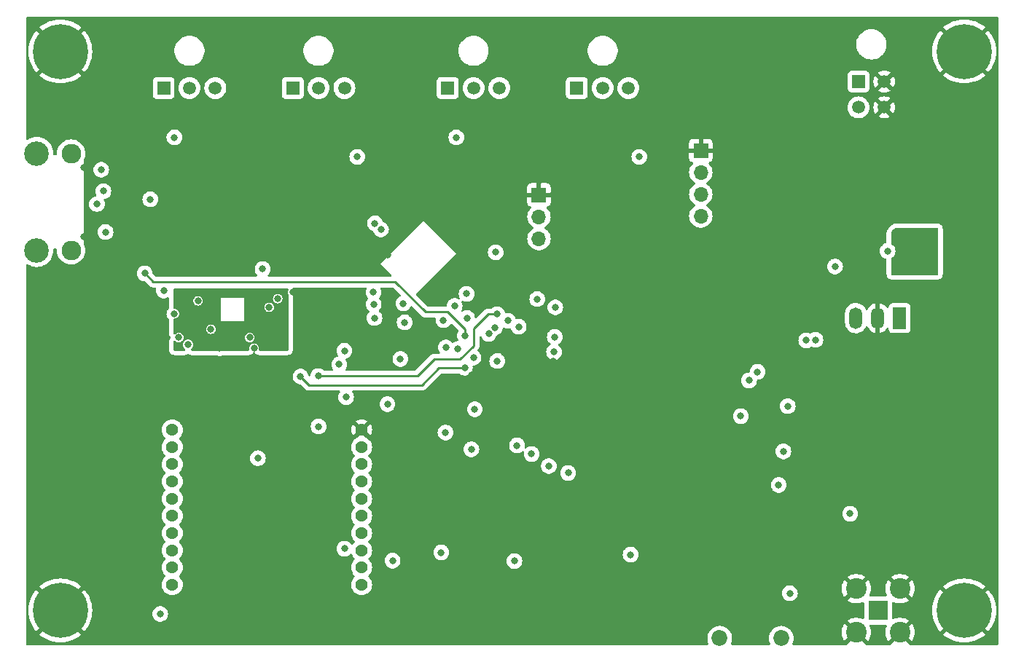
<source format=gbr>
%TF.GenerationSoftware,KiCad,Pcbnew,(7.0.0)*%
%TF.CreationDate,2023-03-06T22:48:15+01:00*%
%TF.ProjectId,RF_module,52465f6d-6f64-4756-9c65-2e6b69636164,1.1*%
%TF.SameCoordinates,Original*%
%TF.FileFunction,Copper,L2,Inr*%
%TF.FilePolarity,Positive*%
%FSLAX46Y46*%
G04 Gerber Fmt 4.6, Leading zero omitted, Abs format (unit mm)*
G04 Created by KiCad (PCBNEW (7.0.0)) date 2023-03-06 22:48:15*
%MOMM*%
%LPD*%
G01*
G04 APERTURE LIST*
%TA.AperFunction,ComponentPad*%
%ADD10C,0.800000*%
%TD*%
%TA.AperFunction,ComponentPad*%
%ADD11C,6.400000*%
%TD*%
%TA.AperFunction,ComponentPad*%
%ADD12C,1.431000*%
%TD*%
%TA.AperFunction,ComponentPad*%
%ADD13C,1.850000*%
%TD*%
%TA.AperFunction,ComponentPad*%
%ADD14R,1.500000X2.500000*%
%TD*%
%TA.AperFunction,ComponentPad*%
%ADD15O,1.500000X2.500000*%
%TD*%
%TA.AperFunction,ComponentPad*%
%ADD16R,1.520000X1.520000*%
%TD*%
%TA.AperFunction,ComponentPad*%
%ADD17C,1.520000*%
%TD*%
%TA.AperFunction,ComponentPad*%
%ADD18R,1.700000X1.700000*%
%TD*%
%TA.AperFunction,ComponentPad*%
%ADD19O,1.700000X1.700000*%
%TD*%
%TA.AperFunction,ComponentPad*%
%ADD20R,2.250000X2.250000*%
%TD*%
%TA.AperFunction,ComponentPad*%
%ADD21C,2.400000*%
%TD*%
%TA.AperFunction,ComponentPad*%
%ADD22C,2.280000*%
%TD*%
%TA.AperFunction,ComponentPad*%
%ADD23C,2.850000*%
%TD*%
%TA.AperFunction,ViaPad*%
%ADD24C,0.800000*%
%TD*%
%TA.AperFunction,Conductor*%
%ADD25C,0.250000*%
%TD*%
G04 APERTURE END LIST*
D10*
%TO.N,GND*%
%TO.C,H3*%
X36753554Y-95600000D03*
X37456498Y-93902944D03*
X37456498Y-97297056D03*
X39153554Y-93200000D03*
D11*
X39153554Y-95600000D03*
D10*
X39153554Y-98000000D03*
X40850610Y-93902944D03*
X40850610Y-97297056D03*
X41553554Y-95600000D03*
%TD*%
D12*
%TO.N,/XBEE/3.3V_XBEE*%
%TO.C,IC1*%
X74153554Y-92600000D03*
%TO.N,/MCU/USART2_RX*%
X74153554Y-90600000D03*
%TO.N,/MCU/USART2_TX*%
X74153554Y-88600000D03*
%TO.N,/XBEE/XBEE_MISO*%
X74153554Y-86600000D03*
%TO.N,/MCU/XBEE_RST*%
X74153554Y-84600000D03*
%TO.N,Net-(IC1-RSSI_PWM{slash}DIO10)*%
X74153554Y-82600000D03*
%TO.N,unconnected-(IC1-PWM1{slash}DIO11-Pad7)*%
X74153554Y-80600000D03*
%TO.N,unconnected-(IC1-[RESERVED]_1-Pad8)*%
X74153554Y-78600000D03*
%TO.N,Net-(IC1-~{DTR}{slash}SLEEP_RQ{slash}DIO8)*%
X74153554Y-76600000D03*
%TO.N,GND*%
X74153554Y-74600000D03*
%TO.N,/XBEE/XBEE_MOSI*%
X52153554Y-74600000D03*
%TO.N,unconnected-(IC1-~{CTS}{slash}DIO7-Pad12)*%
X52153554Y-76600000D03*
%TO.N,/MCU/XBEE_SLEEP*%
X52153554Y-78600000D03*
%TO.N,unconnected-(IC1-[RESERVED]_2-Pad14)*%
X52153554Y-80600000D03*
%TO.N,/XBEE/XBEE_LED*%
X52153554Y-82600000D03*
%TO.N,unconnected-(IC1-~{RTS}{slash}DIO6-Pad16)*%
X52153554Y-84600000D03*
%TO.N,/MCU/SPI1_NSS*%
X52153554Y-86600000D03*
%TO.N,/XBEE/XBEE_SCK*%
X52153554Y-88600000D03*
%TO.N,/MCU/SPI1_ATT*%
X52153554Y-90600000D03*
%TO.N,Net-(IC1-AD0_{slash}DIO0)*%
X52153554Y-92600000D03*
%TD*%
D13*
%TO.N,unconnected-(J9-PadMH1)*%
%TO.C,J9*%
X115753554Y-98830000D03*
%TO.N,unconnected-(J9-PadMH2)*%
X122903554Y-98830000D03*
%TD*%
D14*
%TO.N,+12V*%
%TO.C,U7*%
X136653553Y-61599999D03*
D15*
%TO.N,GND*%
X134113553Y-61599999D03*
%TO.N,+3.3V*%
X131573553Y-61599999D03*
%TD*%
D16*
%TO.N,/CAN BUS/CAN3+*%
%TO.C,J91*%
X84153553Y-34849999D03*
D17*
%TO.N,/CAN BUS/CAN3-*%
X87153553Y-34850000D03*
%TO.N,/CAN BUS/SHIELD2*%
X90153552Y-34850000D03*
%TD*%
D10*
%TO.N,GND*%
%TO.C,H1*%
X36753554Y-30600000D03*
X37456498Y-28902944D03*
X37456498Y-32297056D03*
X39153554Y-28200000D03*
D11*
X39153554Y-30600000D03*
D10*
X39153554Y-33000000D03*
X40850610Y-28902944D03*
X40850610Y-32297056D03*
X41553554Y-30600000D03*
%TD*%
D16*
%TO.N,Net-(F1-Pad1)*%
%TO.C,J7*%
X131875303Y-34105399D03*
D17*
%TO.N,GND*%
X134875304Y-34105400D03*
%TO.N,unconnected-(J7-Pad3)*%
X131875304Y-37105400D03*
%TO.N,GND*%
X134875304Y-37105400D03*
%TD*%
D10*
%TO.N,GND*%
%TO.C,H4*%
X141753554Y-95600000D03*
X142456498Y-93902944D03*
X142456498Y-97297056D03*
X144153554Y-93200000D03*
D11*
X144153554Y-95600000D03*
D10*
X144153554Y-98000000D03*
X145850610Y-93902944D03*
X145850610Y-97297056D03*
X146553554Y-95600000D03*
%TD*%
%TO.N,GND*%
%TO.C,H2*%
X141753554Y-30600000D03*
X142456498Y-28902944D03*
X142456498Y-32297056D03*
X144153554Y-28200000D03*
D11*
X144153554Y-30600000D03*
D10*
X144153554Y-33000000D03*
X145850610Y-28902944D03*
X145850610Y-32297056D03*
X146553554Y-30600000D03*
%TD*%
D16*
%TO.N,/CAN BUS/CAN1+*%
%TO.C,J81*%
X51153553Y-34849999D03*
D17*
%TO.N,/CAN BUS/CAN1-*%
X54153553Y-34850000D03*
%TO.N,/CAN BUS/SHIELD1*%
X57153552Y-34850000D03*
%TD*%
D18*
%TO.N,GND*%
%TO.C,J1*%
X113553553Y-42119999D03*
D19*
%TO.N,/MCU/SWCLK*%
X113553553Y-44659999D03*
%TO.N,/MCU/SWDIO*%
X113553553Y-47199999D03*
%TO.N,+3.3V*%
X113553553Y-49739999D03*
%TD*%
D18*
%TO.N,GND*%
%TO.C,J2*%
X94753553Y-47274999D03*
D19*
%TO.N,Net-(J2-Pin_2)*%
X94753553Y-49814999D03*
%TO.N,VCC*%
X94753553Y-52354999D03*
%TD*%
D16*
%TO.N,/CAN BUS/CAN1+*%
%TO.C,J82*%
X66153553Y-34849999D03*
D17*
%TO.N,/CAN BUS/CAN1-*%
X69153553Y-34850000D03*
%TO.N,/CAN BUS/SHIELD1*%
X72153552Y-34850000D03*
%TD*%
D20*
%TO.N,Net-(J8-In)*%
%TO.C,J8*%
X134153553Y-95599999D03*
D21*
%TO.N,GND*%
X136693554Y-93060000D03*
X131613554Y-93060000D03*
X136693554Y-98140000D03*
X131613554Y-98140000D03*
%TD*%
D22*
%TO.N,N/C*%
%TO.C,J3*%
X40403554Y-42480000D03*
D23*
X36403554Y-42480000D03*
D22*
X40403554Y-53720000D03*
D23*
X36403554Y-53720000D03*
%TD*%
D16*
%TO.N,/CAN BUS/CAN3+*%
%TO.C,J92*%
X99153553Y-34849999D03*
D17*
%TO.N,/CAN BUS/CAN3-*%
X102153553Y-34850000D03*
%TO.N,/CAN BUS/SHIELD2*%
X105153552Y-34850000D03*
%TD*%
D24*
%TO.N,VCC*%
X89730664Y-53961013D03*
X96588434Y-63784880D03*
X79153554Y-62100000D03*
X87300000Y-72200000D03*
X96502700Y-65552202D03*
X78653554Y-66350000D03*
X79000000Y-59900000D03*
%TO.N,/MCU/NRST*%
X75534276Y-58619278D03*
X86341255Y-58787701D03*
%TO.N,GND*%
X38653554Y-40700000D03*
X56153554Y-77400000D03*
X99653554Y-41750000D03*
X86153554Y-27400000D03*
X61153554Y-27400000D03*
X133153554Y-38650000D03*
X41153554Y-77400000D03*
X112403554Y-54850000D03*
X135153554Y-75850000D03*
X48653554Y-65600000D03*
X56153554Y-27400000D03*
X71953554Y-79800000D03*
X67153554Y-42100000D03*
X49153554Y-87400000D03*
X48153554Y-37600000D03*
X101153554Y-27400000D03*
X126653554Y-37100000D03*
X66153554Y-70600000D03*
X93653554Y-40350000D03*
X118953554Y-94000000D03*
X36153554Y-57400000D03*
X85192110Y-53361444D03*
X87153554Y-55200000D03*
X128300000Y-92700000D03*
X56153554Y-68100000D03*
X44153554Y-35600000D03*
X89403554Y-89350000D03*
X56153554Y-98600000D03*
X60153554Y-40350000D03*
X127153554Y-98600000D03*
X136753554Y-38700000D03*
X120403554Y-53600000D03*
X129153554Y-79600000D03*
X67153554Y-45100000D03*
X68953554Y-67000000D03*
X146153554Y-57400000D03*
X117503554Y-28950000D03*
X102153554Y-66600000D03*
X103900000Y-45150000D03*
X53653554Y-68100000D03*
X106153554Y-97400000D03*
X82103554Y-90050000D03*
X88403554Y-65600000D03*
X61653554Y-65100000D03*
X96153554Y-87400000D03*
X107153554Y-96100000D03*
X43653554Y-65600000D03*
X146153554Y-72400000D03*
X91600000Y-81200000D03*
X109153554Y-30600000D03*
X61153554Y-92350000D03*
X124653554Y-91850000D03*
X105153554Y-47600000D03*
X116300000Y-73700000D03*
X52153554Y-95600000D03*
X146153554Y-62400000D03*
X86900000Y-68200000D03*
X61153554Y-44600000D03*
X46153554Y-97400000D03*
X43403554Y-53100000D03*
X61153554Y-82400000D03*
X79853554Y-50600000D03*
X71153554Y-27400000D03*
X63653554Y-49600000D03*
X51153554Y-27400000D03*
X61153554Y-98600000D03*
X79400000Y-83800000D03*
X44153554Y-81850000D03*
X97153554Y-47600000D03*
X101603554Y-45150000D03*
X38653554Y-58100000D03*
X48600000Y-51400000D03*
X117200000Y-75400000D03*
X146153554Y-82400000D03*
X129153554Y-76600000D03*
X56153554Y-87400000D03*
X127853554Y-30500000D03*
X122253554Y-87900000D03*
X121153554Y-27400000D03*
X71153554Y-87350000D03*
X107568989Y-82954242D03*
X146153554Y-87400000D03*
X48653554Y-68100000D03*
X139153554Y-82600000D03*
X107153554Y-58350000D03*
X46153554Y-40600000D03*
X66153554Y-82400000D03*
X54153554Y-53100000D03*
X82003554Y-57950000D03*
X132153554Y-79600000D03*
X66153554Y-92350000D03*
X135153554Y-63600000D03*
X49903554Y-41350000D03*
X129603554Y-38450000D03*
X52353554Y-71200000D03*
X36153554Y-90600000D03*
X81200000Y-76900000D03*
X135153554Y-79600000D03*
X45153554Y-56400000D03*
X48903554Y-44850000D03*
X81153554Y-27400000D03*
X116403554Y-57850000D03*
X36153554Y-37400000D03*
X116153554Y-27400000D03*
X38653554Y-65600000D03*
X44128554Y-69125000D03*
X111153554Y-85600000D03*
X108653554Y-43100000D03*
X76903554Y-65350000D03*
X118153554Y-37600000D03*
X80653554Y-88600000D03*
X78750000Y-74350000D03*
X71153554Y-91600000D03*
X45153554Y-54400000D03*
X66153554Y-98600000D03*
X90953554Y-54600000D03*
X52153554Y-55600000D03*
X71153554Y-97400000D03*
X105403554Y-90850000D03*
X56153554Y-82400000D03*
X49353554Y-99000000D03*
X101653554Y-95350000D03*
X61153554Y-87400000D03*
X109491054Y-42012500D03*
X106153554Y-27400000D03*
X101153554Y-97400000D03*
X91153554Y-97400000D03*
X146153554Y-77400000D03*
X76303554Y-45950000D03*
X36153554Y-69100000D03*
X109300000Y-64800000D03*
X43653554Y-58100000D03*
X71700000Y-55900000D03*
X95603554Y-43250000D03*
X132903554Y-84600000D03*
X133153554Y-42600000D03*
X136403554Y-32700000D03*
X92700000Y-88100000D03*
X121153554Y-95100000D03*
X115153554Y-87600000D03*
X122153554Y-82600000D03*
X74153554Y-67200000D03*
X96153554Y-27400000D03*
X134153554Y-59400000D03*
X36153554Y-67400000D03*
X127903554Y-71850000D03*
X135403554Y-87600000D03*
X77153554Y-54300000D03*
X61153554Y-63850000D03*
X45000000Y-27200000D03*
X101500000Y-41000000D03*
X132778554Y-87725000D03*
X132153554Y-82600000D03*
X36153554Y-81850000D03*
X135153554Y-72350000D03*
X134153554Y-67600000D03*
X84153554Y-82100000D03*
X38653554Y-55300000D03*
X97653554Y-94850000D03*
X126653554Y-39100000D03*
X136703554Y-35500000D03*
X73153554Y-37100000D03*
X80153554Y-38600000D03*
X83303554Y-41350000D03*
X131153554Y-27400000D03*
X66153554Y-27400000D03*
X76153554Y-97400000D03*
X135153554Y-84600000D03*
X76153554Y-27400000D03*
X126153554Y-76600000D03*
X91903554Y-91350000D03*
X112153554Y-36600000D03*
X76653554Y-41850000D03*
X93500000Y-67800000D03*
X104903554Y-42850000D03*
X44903554Y-48100000D03*
X121100000Y-92900000D03*
X66153554Y-58600000D03*
X75900000Y-88100000D03*
X111153554Y-80600000D03*
X130153554Y-41900000D03*
X101603554Y-50800000D03*
X146153554Y-67400000D03*
X111153554Y-27400000D03*
X82353554Y-46200000D03*
X54953554Y-89600000D03*
X49153554Y-74600000D03*
X131903554Y-39700000D03*
X46153554Y-92400000D03*
X52903554Y-63850000D03*
X100103554Y-38800000D03*
X61153554Y-68100000D03*
X118603554Y-30600000D03*
X86153554Y-87400000D03*
X81153554Y-97400000D03*
X118253554Y-83450000D03*
X146153554Y-37400000D03*
X72066054Y-42762500D03*
X146153554Y-42400000D03*
X131684651Y-52381097D03*
X128153554Y-83600000D03*
X126153554Y-67400000D03*
X139153554Y-39600000D03*
X141153554Y-72600000D03*
X91153554Y-27400000D03*
X132153554Y-76600000D03*
X70500000Y-72600000D03*
X78753554Y-71400000D03*
X99600000Y-73700000D03*
X91300000Y-73800000D03*
X78153554Y-35600000D03*
X119153554Y-70350000D03*
X116153554Y-67400000D03*
X122903554Y-40200000D03*
X129403554Y-87600000D03*
X99800000Y-89200000D03*
X126153554Y-79600000D03*
X103153554Y-80600000D03*
X116153554Y-62600000D03*
X97153554Y-67100000D03*
X41903554Y-52100000D03*
X139153554Y-79600000D03*
X139153554Y-84600000D03*
X115866054Y-32912500D03*
X96403554Y-66600000D03*
X43653554Y-43100000D03*
X126153554Y-83600000D03*
X126153554Y-27400000D03*
X87100000Y-57700000D03*
X100400000Y-75400000D03*
X41903554Y-44100000D03*
X66153554Y-87500000D03*
X122253554Y-84500000D03*
X36153554Y-72400000D03*
X36153554Y-62400000D03*
X87653554Y-80100000D03*
X75953554Y-73600000D03*
X116153554Y-90600000D03*
X36153554Y-77400000D03*
X111153554Y-97400000D03*
X111153554Y-51100000D03*
X139153554Y-34600000D03*
X136153554Y-27400000D03*
X67153554Y-39100000D03*
X73050000Y-50400000D03*
%TO.N,+3.3V*%
X72153554Y-88400000D03*
X77753554Y-89800000D03*
X126876777Y-64123223D03*
X83403554Y-88850000D03*
X51153554Y-58400000D03*
X73653554Y-42850000D03*
X125800000Y-64200000D03*
X83900000Y-74900000D03*
X106403554Y-42850000D03*
X75653554Y-61600000D03*
X105403554Y-89100000D03*
X54000000Y-64700000D03*
X119153554Y-68850000D03*
X91903554Y-89850000D03*
X120153554Y-67850000D03*
%TO.N,/CONNECTORS/USB_VBUS_DET*%
X48953554Y-56400000D03*
X86153554Y-63650000D03*
%TO.N,/IMU/3.3V_IMU*%
X52903554Y-59850000D03*
X57653554Y-65100000D03*
X64903554Y-64850000D03*
%TO.N,/CAN BUS/CAN1+*%
X52403554Y-40600000D03*
%TO.N,/CAN BUS/CAN3+*%
X85153554Y-40600000D03*
%TO.N,/MCU/USART2_RX*%
X71553554Y-67000000D03*
%TO.N,/MCU/USART2_TX*%
X72153554Y-65400000D03*
%TO.N,/GNSS/3.3V_GPS*%
X123653554Y-71850000D03*
X123903554Y-93600000D03*
%TO.N,/MCU/XBEE_SLEEP*%
X69153554Y-74200000D03*
X62100000Y-77900000D03*
X87153554Y-66200000D03*
%TO.N,/XBEE/XBEE_LED*%
X50753554Y-96000000D03*
%TO.N,/MCU/SPI1_NSS*%
X72353554Y-70800000D03*
X83953554Y-65000000D03*
%TO.N,/MCU/SPI1_ATT*%
X77153554Y-71600000D03*
X85353554Y-65200000D03*
%TO.N,/CONNECTORS/VBUS*%
X44403554Y-51600000D03*
X43903554Y-44350000D03*
X49600000Y-47800000D03*
%TO.N,/CONNECTORS/D-*%
X44153554Y-46850000D03*
X43403554Y-48350000D03*
%TO.N,/CONNECTORS/I2C3_SDA*%
X86903554Y-76850000D03*
X89903554Y-66600000D03*
%TO.N,/CONNECTORS/SPI3_NSS*%
X96653554Y-60350000D03*
X98153554Y-79600000D03*
%TO.N,/CONNECTORS/SPI3_SCK*%
X95903554Y-78800000D03*
X94553554Y-59400000D03*
%TO.N,/CONNECTORS/SPI3_MISO*%
X92403554Y-62600000D03*
X93903554Y-77400000D03*
%TO.N,/CONNECTORS/SPI3_MOSI*%
X91153554Y-61900000D03*
X92200000Y-76400000D03*
%TO.N,Net-(JP1-C)*%
X52403554Y-61100000D03*
X55153554Y-59600000D03*
%TO.N,Net-(Q1A-S1)*%
X139153554Y-54100000D03*
X139153554Y-51850000D03*
X136153554Y-51600000D03*
X139653554Y-53100000D03*
%TO.N,/IMU/IMU_SCL*%
X63403554Y-60350000D03*
X86403554Y-61600000D03*
%TO.N,/IMU/IMU_SDA*%
X64403554Y-59350000D03*
X83653554Y-61850000D03*
%TO.N,Net-(U6-UV)*%
X129153554Y-55600000D03*
X135253554Y-53800000D03*
%TO.N,/MCU/BOOT1*%
X67053554Y-68400000D03*
X62653554Y-55900000D03*
X86153554Y-67400000D03*
%TO.N,/IMU/IMU_INT*%
X69103554Y-68350000D03*
X56653554Y-62900000D03*
X89903554Y-61150000D03*
%TO.N,USR_BTN*%
X84953554Y-60200000D03*
X75553554Y-60000000D03*
%TO.N,/MCU/USB_D+*%
X89626235Y-62719127D03*
X75695554Y-50597338D03*
%TO.N,/MCU/USB_D-*%
X88919127Y-63426235D03*
X76402662Y-51304446D03*
%TO.N,/GNSS/GPS_RST*%
X122600000Y-81000000D03*
X130903554Y-84350000D03*
%TO.N,/GNSS/GPS_TX*%
X118200000Y-73000000D03*
X123153554Y-77100000D03*
%TD*%
D25*
%TO.N,/CONNECTORS/USB_VBUS_DET*%
X81564644Y-60900000D02*
X84153554Y-60900000D01*
X84153554Y-60900000D02*
X86153554Y-62900000D01*
X78064644Y-57400000D02*
X81564644Y-60900000D01*
X86153554Y-62900000D02*
X86153554Y-63650000D01*
X49953554Y-57400000D02*
X78064644Y-57400000D01*
X48953554Y-56400000D02*
X49953554Y-57400000D01*
%TO.N,/MCU/BOOT1*%
X83153554Y-67400000D02*
X86153554Y-67400000D01*
X81153554Y-69400000D02*
X83153554Y-67400000D01*
X68053554Y-69400000D02*
X81153554Y-69400000D01*
X67053554Y-68400000D02*
X68053554Y-69400000D01*
%TO.N,/IMU/IMU_INT*%
X80653554Y-68350000D02*
X82603554Y-66400000D01*
X69103554Y-68350000D02*
X80653554Y-68350000D01*
X87200000Y-64800000D02*
X87200000Y-62800000D01*
X87200000Y-62800000D02*
X88850000Y-61150000D01*
X88850000Y-61150000D02*
X89903554Y-61150000D01*
X85600000Y-66400000D02*
X87200000Y-64800000D01*
X82603554Y-66400000D02*
X85600000Y-66400000D01*
%TD*%
%TA.AperFunction,Conductor*%
%TO.N,Net-(Q1A-S1)*%
G36*
X141090554Y-51116881D02*
G01*
X141136673Y-51163000D01*
X141153554Y-51226000D01*
X141153554Y-56474000D01*
X141136673Y-56537000D01*
X141090554Y-56583119D01*
X141027554Y-56600000D01*
X135779554Y-56600000D01*
X135716554Y-56583119D01*
X135670435Y-56537000D01*
X135653554Y-56474000D01*
X135653554Y-54695833D01*
X135670434Y-54632835D01*
X135711081Y-54592185D01*
X135710306Y-54591118D01*
X135710305Y-54591118D01*
X135864807Y-54478866D01*
X135992594Y-54336944D01*
X136088081Y-54171556D01*
X136147096Y-53989928D01*
X136167058Y-53800000D01*
X136147096Y-53610072D01*
X136102739Y-53473556D01*
X136090123Y-53434728D01*
X136090122Y-53434726D01*
X136088081Y-53428444D01*
X135992594Y-53263056D01*
X135864807Y-53121134D01*
X135859465Y-53117253D01*
X135859462Y-53117250D01*
X135710306Y-53008882D01*
X135711081Y-53007814D01*
X135670434Y-52967165D01*
X135653554Y-52904167D01*
X135653554Y-51652190D01*
X135663145Y-51603972D01*
X135690459Y-51563095D01*
X136116649Y-51136905D01*
X136157526Y-51109591D01*
X136205744Y-51100000D01*
X141027554Y-51100000D01*
X141090554Y-51116881D01*
G37*
%TD.AperFunction*%
%TD*%
%TA.AperFunction,Conductor*%
%TO.N,/IMU/3.3V_IMU*%
G36*
X65591554Y-58166613D02*
G01*
X65636941Y-58212000D01*
X65653554Y-58274000D01*
X65653554Y-58343917D01*
X65644115Y-58391369D01*
X65620336Y-58448776D01*
X65620334Y-58448781D01*
X65617224Y-58456291D01*
X65616163Y-58464348D01*
X65616162Y-58464353D01*
X65603996Y-58556762D01*
X65598304Y-58600000D01*
X65599365Y-58608059D01*
X65611843Y-58702841D01*
X65617224Y-58743709D01*
X65620335Y-58751220D01*
X65620336Y-58751223D01*
X65644115Y-58808631D01*
X65653554Y-58856083D01*
X65653554Y-65276000D01*
X65636941Y-65338000D01*
X65591554Y-65383387D01*
X65529554Y-65400000D01*
X62308508Y-65400000D01*
X62253665Y-65387212D01*
X62210133Y-65351487D01*
X62186891Y-65300193D01*
X62188641Y-65246709D01*
X62189884Y-65243709D01*
X62208804Y-65100000D01*
X62189884Y-64956291D01*
X62134415Y-64822375D01*
X62046175Y-64707379D01*
X61931179Y-64619139D01*
X61895146Y-64604214D01*
X61804777Y-64566782D01*
X61804774Y-64566781D01*
X61797263Y-64563670D01*
X61789203Y-64562608D01*
X61789200Y-64562608D01*
X61661613Y-64545811D01*
X61653554Y-64544750D01*
X61645495Y-64545811D01*
X61517895Y-64562610D01*
X61517893Y-64562610D01*
X61509845Y-64563670D01*
X61508943Y-64564043D01*
X61453932Y-64565241D01*
X61436305Y-64556547D01*
X61430910Y-64572443D01*
X61388329Y-64613205D01*
X61383437Y-64616029D01*
X61375929Y-64619139D01*
X61369484Y-64624083D01*
X61369481Y-64624086D01*
X61267375Y-64702435D01*
X61267371Y-64702438D01*
X61260933Y-64707379D01*
X61255992Y-64713817D01*
X61255989Y-64713821D01*
X61177639Y-64815928D01*
X61177636Y-64815933D01*
X61172693Y-64822375D01*
X61169583Y-64829883D01*
X61169582Y-64829885D01*
X61120336Y-64948776D01*
X61120334Y-64948781D01*
X61117224Y-64956291D01*
X61116163Y-64964348D01*
X61116162Y-64964353D01*
X61099365Y-65091941D01*
X61098304Y-65100000D01*
X61099365Y-65108059D01*
X61116163Y-65235656D01*
X61116164Y-65235661D01*
X61117224Y-65243709D01*
X61118466Y-65246709D01*
X61120217Y-65300193D01*
X61096975Y-65351487D01*
X61053443Y-65387212D01*
X60998600Y-65400000D01*
X54439464Y-65400000D01*
X54380296Y-65384973D01*
X54335469Y-65343535D01*
X54315846Y-65285729D01*
X54326184Y-65225564D01*
X54363978Y-65177624D01*
X54428282Y-65128282D01*
X54524536Y-65002841D01*
X54585044Y-64856762D01*
X54605682Y-64700000D01*
X54585044Y-64543238D01*
X54524536Y-64397159D01*
X54428282Y-64271718D01*
X54302841Y-64175464D01*
X54187348Y-64127625D01*
X54164271Y-64118066D01*
X54164268Y-64118065D01*
X54156762Y-64114956D01*
X54148708Y-64113895D01*
X54148702Y-64113894D01*
X54008059Y-64095379D01*
X54000000Y-64094318D01*
X53991941Y-64095379D01*
X53851297Y-64113894D01*
X53851289Y-64113896D01*
X53843238Y-64114956D01*
X53835733Y-64118064D01*
X53835728Y-64118066D01*
X53704666Y-64172354D01*
X53704662Y-64172355D01*
X53697159Y-64175464D01*
X53690714Y-64180408D01*
X53690711Y-64180411D01*
X53576793Y-64267823D01*
X53517492Y-64292386D01*
X53466699Y-64285699D01*
X53485327Y-64345558D01*
X53472569Y-64395960D01*
X53475464Y-64397159D01*
X53418066Y-64535728D01*
X53418064Y-64535733D01*
X53414956Y-64543238D01*
X53413896Y-64551289D01*
X53413894Y-64551297D01*
X53405373Y-64616028D01*
X53394318Y-64700000D01*
X53395379Y-64708059D01*
X53413894Y-64848702D01*
X53413895Y-64848708D01*
X53414956Y-64856762D01*
X53418065Y-64864268D01*
X53418066Y-64864271D01*
X53456182Y-64956291D01*
X53475464Y-65002841D01*
X53480411Y-65009288D01*
X53550016Y-65100000D01*
X53571718Y-65128282D01*
X53578164Y-65133228D01*
X53636022Y-65177624D01*
X53673816Y-65225564D01*
X53684154Y-65285729D01*
X53664531Y-65343535D01*
X53619704Y-65384973D01*
X53560536Y-65400000D01*
X52427554Y-65400000D01*
X52365554Y-65383387D01*
X52320167Y-65338000D01*
X52303554Y-65276000D01*
X52303554Y-64333105D01*
X52317069Y-64276810D01*
X52354669Y-64232787D01*
X52408156Y-64210632D01*
X52465872Y-64215174D01*
X52510845Y-64242734D01*
X52510933Y-64242621D01*
X52625929Y-64330861D01*
X52759845Y-64386330D01*
X52903554Y-64405250D01*
X53047263Y-64386330D01*
X53181179Y-64330861D01*
X53285884Y-64250517D01*
X53348388Y-64225574D01*
X53398470Y-64234165D01*
X53378368Y-64185632D01*
X53386745Y-64121998D01*
X53439884Y-63993709D01*
X53458804Y-63850000D01*
X60598304Y-63850000D01*
X60617224Y-63993709D01*
X60672693Y-64127625D01*
X60677638Y-64134069D01*
X60677639Y-64134071D01*
X60736387Y-64210632D01*
X60760933Y-64242621D01*
X60875929Y-64330861D01*
X61009845Y-64386330D01*
X61153554Y-64405250D01*
X61297263Y-64386330D01*
X61298163Y-64385957D01*
X61353165Y-64384755D01*
X61370801Y-64393451D01*
X61376200Y-64377551D01*
X61418783Y-64336791D01*
X61423659Y-64333975D01*
X61431179Y-64330861D01*
X61546175Y-64242621D01*
X61634415Y-64127625D01*
X61689884Y-63993709D01*
X61708804Y-63850000D01*
X61689884Y-63706291D01*
X61634415Y-63572375D01*
X61546175Y-63457379D01*
X61501619Y-63423190D01*
X61437625Y-63374085D01*
X61437623Y-63374084D01*
X61431179Y-63369139D01*
X61395146Y-63354214D01*
X61304777Y-63316782D01*
X61304774Y-63316781D01*
X61297263Y-63313670D01*
X61289203Y-63312608D01*
X61289200Y-63312608D01*
X61161613Y-63295811D01*
X61153554Y-63294750D01*
X61145495Y-63295811D01*
X61017907Y-63312608D01*
X61017902Y-63312609D01*
X61009845Y-63313670D01*
X61002335Y-63316780D01*
X61002330Y-63316782D01*
X60883439Y-63366028D01*
X60883437Y-63366029D01*
X60875929Y-63369139D01*
X60869487Y-63374082D01*
X60869482Y-63374085D01*
X60767375Y-63452435D01*
X60767371Y-63452438D01*
X60760933Y-63457379D01*
X60755992Y-63463817D01*
X60755989Y-63463821D01*
X60677639Y-63565928D01*
X60677636Y-63565933D01*
X60672693Y-63572375D01*
X60669583Y-63579883D01*
X60669582Y-63579885D01*
X60620336Y-63698776D01*
X60620334Y-63698781D01*
X60617224Y-63706291D01*
X60616163Y-63714348D01*
X60616162Y-63714353D01*
X60599365Y-63841941D01*
X60598304Y-63850000D01*
X53458804Y-63850000D01*
X53439884Y-63706291D01*
X53384415Y-63572375D01*
X53296175Y-63457379D01*
X53251619Y-63423190D01*
X53187625Y-63374085D01*
X53187623Y-63374084D01*
X53181179Y-63369139D01*
X53145146Y-63354214D01*
X53054777Y-63316782D01*
X53054774Y-63316781D01*
X53047263Y-63313670D01*
X53039203Y-63312608D01*
X53039200Y-63312608D01*
X52911613Y-63295811D01*
X52903554Y-63294750D01*
X52895495Y-63295811D01*
X52767907Y-63312608D01*
X52767902Y-63312609D01*
X52759845Y-63313670D01*
X52752335Y-63316780D01*
X52752330Y-63316782D01*
X52633439Y-63366028D01*
X52633437Y-63366029D01*
X52625929Y-63369139D01*
X52619487Y-63374082D01*
X52619482Y-63374085D01*
X52517375Y-63452435D01*
X52517371Y-63452438D01*
X52512016Y-63456547D01*
X52512011Y-63456551D01*
X52510933Y-63457379D01*
X52510845Y-63457265D01*
X52465872Y-63484826D01*
X52408156Y-63489368D01*
X52354669Y-63467213D01*
X52317069Y-63423190D01*
X52303554Y-63366895D01*
X52303554Y-62900000D01*
X56098304Y-62900000D01*
X56117224Y-63043709D01*
X56172693Y-63177625D01*
X56260933Y-63292621D01*
X56375929Y-63380861D01*
X56509845Y-63436330D01*
X56653554Y-63455250D01*
X56797263Y-63436330D01*
X56931179Y-63380861D01*
X57046175Y-63292621D01*
X57134415Y-63177625D01*
X57189884Y-63043709D01*
X57208804Y-62900000D01*
X57189884Y-62756291D01*
X57134415Y-62622375D01*
X57046175Y-62507379D01*
X56931179Y-62419139D01*
X56895146Y-62404214D01*
X56804777Y-62366782D01*
X56804774Y-62366781D01*
X56797263Y-62363670D01*
X56789203Y-62362608D01*
X56789200Y-62362608D01*
X56661613Y-62345811D01*
X56653554Y-62344750D01*
X56645495Y-62345811D01*
X56517907Y-62362608D01*
X56517902Y-62362609D01*
X56509845Y-62363670D01*
X56502335Y-62366780D01*
X56502330Y-62366782D01*
X56383439Y-62416028D01*
X56383437Y-62416029D01*
X56375929Y-62419139D01*
X56369487Y-62424082D01*
X56369482Y-62424085D01*
X56267375Y-62502435D01*
X56267371Y-62502438D01*
X56260933Y-62507379D01*
X56255992Y-62513817D01*
X56255989Y-62513821D01*
X56177639Y-62615928D01*
X56177636Y-62615933D01*
X56172693Y-62622375D01*
X56169583Y-62629883D01*
X56169582Y-62629885D01*
X56120336Y-62748776D01*
X56120334Y-62748781D01*
X56117224Y-62756291D01*
X56116163Y-62764348D01*
X56116162Y-62764353D01*
X56099365Y-62891941D01*
X56098304Y-62900000D01*
X52303554Y-62900000D01*
X52303554Y-61777160D01*
X52317565Y-61719903D01*
X52356430Y-61675585D01*
X52411368Y-61654221D01*
X52547263Y-61636330D01*
X52681179Y-61580861D01*
X52796175Y-61492621D01*
X52884415Y-61377625D01*
X52939884Y-61243709D01*
X52958804Y-61100000D01*
X52939884Y-60956291D01*
X52884415Y-60822375D01*
X52796175Y-60707379D01*
X52681179Y-60619139D01*
X52645146Y-60604214D01*
X52554777Y-60566782D01*
X52554774Y-60566781D01*
X52547263Y-60563670D01*
X52539201Y-60562608D01*
X52539199Y-60562608D01*
X52444413Y-60550129D01*
X52411368Y-60545778D01*
X52356430Y-60524415D01*
X52317565Y-60480097D01*
X52303554Y-60422840D01*
X52303554Y-59600000D01*
X54598304Y-59600000D01*
X54617224Y-59743709D01*
X54620335Y-59751220D01*
X54620336Y-59751223D01*
X54638805Y-59795811D01*
X54672693Y-59877625D01*
X54677638Y-59884069D01*
X54677639Y-59884071D01*
X54730097Y-59952435D01*
X54760933Y-59992621D01*
X54875929Y-60080861D01*
X55009845Y-60136330D01*
X55153554Y-60155250D01*
X55297263Y-60136330D01*
X55431179Y-60080861D01*
X55546175Y-59992621D01*
X55634415Y-59877625D01*
X55689884Y-59743709D01*
X55708804Y-59600000D01*
X55689884Y-59456291D01*
X55634415Y-59322375D01*
X55559696Y-59225000D01*
X57828554Y-59225000D01*
X57828554Y-61975000D01*
X60462228Y-61975000D01*
X60478554Y-61975000D01*
X60478554Y-60350000D01*
X62848304Y-60350000D01*
X62849365Y-60358059D01*
X62865431Y-60480097D01*
X62867224Y-60493709D01*
X62870335Y-60501220D01*
X62870336Y-60501223D01*
X62888792Y-60545779D01*
X62922693Y-60627625D01*
X63010933Y-60742621D01*
X63125929Y-60830861D01*
X63259845Y-60886330D01*
X63403554Y-60905250D01*
X63547263Y-60886330D01*
X63681179Y-60830861D01*
X63796175Y-60742621D01*
X63884415Y-60627625D01*
X63939884Y-60493709D01*
X63958804Y-60350000D01*
X63939884Y-60206291D01*
X63884415Y-60072375D01*
X63796175Y-59957379D01*
X63726857Y-59904189D01*
X63687625Y-59874085D01*
X63687623Y-59874084D01*
X63681179Y-59869139D01*
X63596275Y-59833971D01*
X63554777Y-59816782D01*
X63554774Y-59816781D01*
X63547263Y-59813670D01*
X63539203Y-59812608D01*
X63539200Y-59812608D01*
X63411613Y-59795811D01*
X63403554Y-59794750D01*
X63395495Y-59795811D01*
X63267907Y-59812608D01*
X63267902Y-59812609D01*
X63259845Y-59813670D01*
X63252335Y-59816780D01*
X63252330Y-59816782D01*
X63133439Y-59866028D01*
X63133437Y-59866029D01*
X63125929Y-59869139D01*
X63119487Y-59874082D01*
X63119482Y-59874085D01*
X63017375Y-59952435D01*
X63017371Y-59952438D01*
X63010933Y-59957379D01*
X63005992Y-59963817D01*
X63005989Y-59963821D01*
X62927639Y-60065928D01*
X62927636Y-60065933D01*
X62922693Y-60072375D01*
X62919583Y-60079883D01*
X62919582Y-60079885D01*
X62870336Y-60198776D01*
X62870334Y-60198781D01*
X62867224Y-60206291D01*
X62866163Y-60214348D01*
X62866162Y-60214353D01*
X62849365Y-60341941D01*
X62848304Y-60350000D01*
X60478554Y-60350000D01*
X60478554Y-59350000D01*
X63848304Y-59350000D01*
X63849365Y-59358059D01*
X63862297Y-59456291D01*
X63867224Y-59493709D01*
X63922693Y-59627625D01*
X64010933Y-59742621D01*
X64125929Y-59830861D01*
X64259845Y-59886330D01*
X64403554Y-59905250D01*
X64547263Y-59886330D01*
X64681179Y-59830861D01*
X64796175Y-59742621D01*
X64884415Y-59627625D01*
X64939884Y-59493709D01*
X64958804Y-59350000D01*
X64939884Y-59206291D01*
X64884415Y-59072375D01*
X64796175Y-58957379D01*
X64789732Y-58952435D01*
X64687625Y-58874085D01*
X64687623Y-58874084D01*
X64681179Y-58869139D01*
X64645146Y-58854214D01*
X64554777Y-58816782D01*
X64554774Y-58816781D01*
X64547263Y-58813670D01*
X64539203Y-58812608D01*
X64539200Y-58812608D01*
X64411613Y-58795811D01*
X64403554Y-58794750D01*
X64395495Y-58795811D01*
X64267907Y-58812608D01*
X64267902Y-58812609D01*
X64259845Y-58813670D01*
X64252335Y-58816780D01*
X64252330Y-58816782D01*
X64133439Y-58866028D01*
X64133437Y-58866029D01*
X64125929Y-58869139D01*
X64119487Y-58874082D01*
X64119482Y-58874085D01*
X64017375Y-58952435D01*
X64017371Y-58952438D01*
X64010933Y-58957379D01*
X64005992Y-58963817D01*
X64005989Y-58963821D01*
X63927639Y-59065928D01*
X63927636Y-59065933D01*
X63922693Y-59072375D01*
X63919583Y-59079883D01*
X63919582Y-59079885D01*
X63870336Y-59198776D01*
X63870334Y-59198781D01*
X63867224Y-59206291D01*
X63866163Y-59214348D01*
X63866162Y-59214353D01*
X63862611Y-59241326D01*
X63848304Y-59350000D01*
X60478554Y-59350000D01*
X60478554Y-59225000D01*
X57828554Y-59225000D01*
X55559696Y-59225000D01*
X55546175Y-59207379D01*
X55539732Y-59202435D01*
X55437625Y-59124085D01*
X55437623Y-59124084D01*
X55431179Y-59119139D01*
X55395146Y-59104214D01*
X55304777Y-59066782D01*
X55304774Y-59066781D01*
X55297263Y-59063670D01*
X55289203Y-59062608D01*
X55289200Y-59062608D01*
X55161613Y-59045811D01*
X55153554Y-59044750D01*
X55145495Y-59045811D01*
X55017907Y-59062608D01*
X55017902Y-59062609D01*
X55009845Y-59063670D01*
X55002335Y-59066780D01*
X55002330Y-59066782D01*
X54883439Y-59116028D01*
X54883437Y-59116029D01*
X54875929Y-59119139D01*
X54869487Y-59124082D01*
X54869482Y-59124085D01*
X54767375Y-59202435D01*
X54767371Y-59202438D01*
X54760933Y-59207379D01*
X54755992Y-59213817D01*
X54755989Y-59213821D01*
X54677639Y-59315928D01*
X54677636Y-59315933D01*
X54672693Y-59322375D01*
X54669583Y-59329883D01*
X54669582Y-59329885D01*
X54620336Y-59448776D01*
X54620334Y-59448781D01*
X54617224Y-59456291D01*
X54616163Y-59464348D01*
X54616162Y-59464353D01*
X54611308Y-59501223D01*
X54598304Y-59600000D01*
X52303554Y-59600000D01*
X52303554Y-58274000D01*
X52320167Y-58212000D01*
X52365554Y-58166613D01*
X52427554Y-58150000D01*
X65529554Y-58150000D01*
X65591554Y-58166613D01*
G37*
%TD.AperFunction*%
%TD*%
%TA.AperFunction,Conductor*%
%TO.N,GND*%
G36*
X148090054Y-26617381D02*
G01*
X148136173Y-26663500D01*
X148153054Y-26726500D01*
X148153054Y-99473500D01*
X148136173Y-99536500D01*
X148090054Y-99582619D01*
X148027054Y-99599500D01*
X137827849Y-99599500D01*
X137769482Y-99585166D01*
X137724395Y-99545426D01*
X137721987Y-99539158D01*
X137721296Y-99539598D01*
X137699304Y-99504960D01*
X136705283Y-98510939D01*
X136693553Y-98504167D01*
X136681824Y-98510939D01*
X135687804Y-99504958D01*
X135665812Y-99539598D01*
X135665118Y-99539157D01*
X135662708Y-99545432D01*
X135617621Y-99585168D01*
X135559258Y-99599500D01*
X132747849Y-99599500D01*
X132689482Y-99585166D01*
X132644395Y-99545426D01*
X132641987Y-99539158D01*
X132641296Y-99539598D01*
X132619304Y-99504960D01*
X131625283Y-98510939D01*
X131613553Y-98504167D01*
X131601824Y-98510939D01*
X130607804Y-99504958D01*
X130585812Y-99539598D01*
X130585118Y-99539157D01*
X130582708Y-99545432D01*
X130537621Y-99585168D01*
X130479258Y-99599500D01*
X124324221Y-99599500D01*
X124264252Y-99584314D01*
X124218738Y-99542415D01*
X124198651Y-99483905D01*
X124208834Y-99422886D01*
X124257071Y-99312916D01*
X124264030Y-99297052D01*
X124322349Y-99066755D01*
X124341967Y-98830000D01*
X124322349Y-98593245D01*
X124264030Y-98362948D01*
X124168600Y-98145391D01*
X124168147Y-98144697D01*
X129901117Y-98144697D01*
X129919542Y-98390572D01*
X129920945Y-98399879D01*
X129975809Y-98640253D01*
X129978583Y-98649246D01*
X130068660Y-98878758D01*
X130072743Y-98887238D01*
X130196025Y-99100767D01*
X130201316Y-99108528D01*
X130227714Y-99141631D01*
X130239131Y-99149731D01*
X130251383Y-99142959D01*
X131242614Y-98151729D01*
X131249386Y-98139999D01*
X131242614Y-98128270D01*
X130251384Y-97137040D01*
X130239131Y-97130268D01*
X130227713Y-97138369D01*
X130201325Y-97171460D01*
X130196020Y-97179240D01*
X130072743Y-97392761D01*
X130068660Y-97401241D01*
X129978583Y-97630753D01*
X129975809Y-97639746D01*
X129920945Y-97880120D01*
X129919542Y-97889427D01*
X129901117Y-98135303D01*
X129901117Y-98144697D01*
X124168147Y-98144697D01*
X124038664Y-97946508D01*
X123977550Y-97880120D01*
X123881297Y-97775561D01*
X123881292Y-97775556D01*
X123877765Y-97771725D01*
X123690291Y-97625809D01*
X123603013Y-97578576D01*
X123485943Y-97515221D01*
X123485940Y-97515219D01*
X123481358Y-97512740D01*
X123476430Y-97511048D01*
X123476425Y-97511046D01*
X123261594Y-97437294D01*
X123261588Y-97437292D01*
X123256664Y-97435602D01*
X123251527Y-97434744D01*
X123251524Y-97434744D01*
X123027474Y-97397357D01*
X123027471Y-97397356D01*
X123022337Y-97396500D01*
X122784771Y-97396500D01*
X122779637Y-97397356D01*
X122779633Y-97397357D01*
X122555583Y-97434744D01*
X122555577Y-97434745D01*
X122550444Y-97435602D01*
X122545522Y-97437291D01*
X122545513Y-97437294D01*
X122330682Y-97511046D01*
X122330673Y-97511049D01*
X122325750Y-97512740D01*
X122321172Y-97515217D01*
X122321164Y-97515221D01*
X122121399Y-97623329D01*
X122121395Y-97623330D01*
X122116817Y-97625809D01*
X122112711Y-97629004D01*
X122112706Y-97629008D01*
X121933454Y-97768525D01*
X121929343Y-97771725D01*
X121925821Y-97775550D01*
X121925810Y-97775561D01*
X121771978Y-97942668D01*
X121771972Y-97942674D01*
X121768444Y-97946508D01*
X121765595Y-97950867D01*
X121765590Y-97950875D01*
X121642030Y-98140000D01*
X121638508Y-98145391D01*
X121636415Y-98150161D01*
X121636413Y-98150166D01*
X121545171Y-98358175D01*
X121545168Y-98358181D01*
X121543078Y-98362948D01*
X121541800Y-98367992D01*
X121541798Y-98368000D01*
X121486040Y-98588186D01*
X121484759Y-98593245D01*
X121484329Y-98598433D01*
X121484328Y-98598440D01*
X121466538Y-98813132D01*
X121465141Y-98830000D01*
X121484759Y-99066755D01*
X121543078Y-99297052D01*
X121545170Y-99301821D01*
X121545171Y-99301824D01*
X121598274Y-99422886D01*
X121608457Y-99483905D01*
X121588370Y-99542415D01*
X121542856Y-99584314D01*
X121482887Y-99599500D01*
X117174221Y-99599500D01*
X117114252Y-99584314D01*
X117068738Y-99542415D01*
X117048651Y-99483905D01*
X117058834Y-99422886D01*
X117107071Y-99312916D01*
X117114030Y-99297052D01*
X117172349Y-99066755D01*
X117191967Y-98830000D01*
X117172349Y-98593245D01*
X117114030Y-98362948D01*
X117018600Y-98145391D01*
X116888664Y-97946508D01*
X116827550Y-97880120D01*
X116731297Y-97775561D01*
X116731292Y-97775556D01*
X116727765Y-97771725D01*
X116540291Y-97625809D01*
X116453013Y-97578576D01*
X116335943Y-97515221D01*
X116335940Y-97515219D01*
X116331358Y-97512740D01*
X116326430Y-97511048D01*
X116326425Y-97511046D01*
X116111594Y-97437294D01*
X116111588Y-97437292D01*
X116106664Y-97435602D01*
X116101527Y-97434744D01*
X116101524Y-97434744D01*
X115877474Y-97397357D01*
X115877471Y-97397356D01*
X115872337Y-97396500D01*
X115634771Y-97396500D01*
X115629637Y-97397356D01*
X115629633Y-97397357D01*
X115405583Y-97434744D01*
X115405577Y-97434745D01*
X115400444Y-97435602D01*
X115395522Y-97437291D01*
X115395513Y-97437294D01*
X115180682Y-97511046D01*
X115180673Y-97511049D01*
X115175750Y-97512740D01*
X115171172Y-97515217D01*
X115171164Y-97515221D01*
X114971399Y-97623329D01*
X114971395Y-97623330D01*
X114966817Y-97625809D01*
X114962711Y-97629004D01*
X114962706Y-97629008D01*
X114783454Y-97768525D01*
X114779343Y-97771725D01*
X114775821Y-97775550D01*
X114775810Y-97775561D01*
X114621978Y-97942668D01*
X114621972Y-97942674D01*
X114618444Y-97946508D01*
X114615595Y-97950867D01*
X114615590Y-97950875D01*
X114492030Y-98140000D01*
X114488508Y-98145391D01*
X114486415Y-98150161D01*
X114486413Y-98150166D01*
X114395171Y-98358175D01*
X114395168Y-98358181D01*
X114393078Y-98362948D01*
X114391800Y-98367992D01*
X114391798Y-98368000D01*
X114336040Y-98588186D01*
X114334759Y-98593245D01*
X114334329Y-98598433D01*
X114334328Y-98598440D01*
X114316538Y-98813132D01*
X114315141Y-98830000D01*
X114334759Y-99066755D01*
X114393078Y-99297052D01*
X114395170Y-99301821D01*
X114395171Y-99301824D01*
X114448274Y-99422886D01*
X114458457Y-99483905D01*
X114438370Y-99542415D01*
X114392856Y-99584314D01*
X114332887Y-99599500D01*
X35280054Y-99599500D01*
X35217054Y-99582619D01*
X35170935Y-99536500D01*
X35154054Y-99473500D01*
X35154054Y-98396820D01*
X36721389Y-98396820D01*
X36729404Y-98408267D01*
X36968483Y-98601869D01*
X36973826Y-98605751D01*
X37294239Y-98813830D01*
X37299948Y-98817126D01*
X37640365Y-98990578D01*
X37646389Y-98993260D01*
X38003055Y-99130170D01*
X38009338Y-99132212D01*
X38378369Y-99231094D01*
X38384819Y-99232465D01*
X38762183Y-99292233D01*
X38768721Y-99292920D01*
X39150253Y-99312916D01*
X39156855Y-99312916D01*
X39538386Y-99292920D01*
X39544924Y-99292233D01*
X39922288Y-99232465D01*
X39928738Y-99231094D01*
X40297769Y-99132212D01*
X40304052Y-99130170D01*
X40660718Y-98993260D01*
X40666742Y-98990578D01*
X41007159Y-98817126D01*
X41012868Y-98813830D01*
X41333282Y-98605751D01*
X41338618Y-98601874D01*
X41577704Y-98408265D01*
X41585718Y-98396821D01*
X41578943Y-98384599D01*
X39165283Y-95970939D01*
X39153554Y-95964167D01*
X39141824Y-95970939D01*
X36728163Y-98384599D01*
X36721389Y-98396820D01*
X35154054Y-98396820D01*
X35154054Y-95603301D01*
X35440638Y-95603301D01*
X35460633Y-95984832D01*
X35461320Y-95991370D01*
X35521088Y-96368734D01*
X35522459Y-96375184D01*
X35621341Y-96744215D01*
X35623383Y-96750498D01*
X35760293Y-97107164D01*
X35762975Y-97113188D01*
X35936427Y-97453605D01*
X35939723Y-97459314D01*
X36147802Y-97779727D01*
X36151684Y-97785070D01*
X36345285Y-98024148D01*
X36356732Y-98032163D01*
X36368953Y-98025389D01*
X38782614Y-95611729D01*
X38789386Y-95600000D01*
X39517721Y-95600000D01*
X39524493Y-95611729D01*
X41938153Y-98025389D01*
X41950375Y-98032164D01*
X41961819Y-98024150D01*
X42155428Y-97785064D01*
X42159305Y-97779728D01*
X42367384Y-97459314D01*
X42370680Y-97453605D01*
X42544132Y-97113188D01*
X42546814Y-97107164D01*
X42683724Y-96750498D01*
X42685766Y-96744215D01*
X42784648Y-96375184D01*
X42786019Y-96368734D01*
X42844420Y-96000000D01*
X49840050Y-96000000D01*
X49860012Y-96189928D01*
X49862049Y-96196200D01*
X49862051Y-96196205D01*
X49916984Y-96365271D01*
X49916987Y-96365278D01*
X49919027Y-96371556D01*
X50014514Y-96536944D01*
X50142301Y-96678866D01*
X50296802Y-96791118D01*
X50471266Y-96868794D01*
X50658067Y-96908500D01*
X50842438Y-96908500D01*
X50849041Y-96908500D01*
X51035842Y-96868794D01*
X51210306Y-96791118D01*
X51245472Y-96765568D01*
X130601790Y-96765568D01*
X130607804Y-96775040D01*
X132975723Y-99142959D01*
X132987976Y-99149731D01*
X132999392Y-99141631D01*
X133025788Y-99108533D01*
X133031085Y-99100763D01*
X133154364Y-98887238D01*
X133158447Y-98878758D01*
X133248524Y-98649246D01*
X133251298Y-98640253D01*
X133306162Y-98399879D01*
X133307565Y-98390572D01*
X133325991Y-98144697D01*
X133325991Y-98135303D01*
X133307565Y-97889427D01*
X133306162Y-97880120D01*
X133251298Y-97639746D01*
X133248524Y-97630753D01*
X133160132Y-97405533D01*
X133152214Y-97345393D01*
X133173316Y-97288522D01*
X133218546Y-97248101D01*
X133277422Y-97233500D01*
X135029686Y-97233500D01*
X135088562Y-97248101D01*
X135133792Y-97288522D01*
X135154894Y-97345393D01*
X135146976Y-97405533D01*
X135058583Y-97630753D01*
X135055809Y-97639746D01*
X135000945Y-97880120D01*
X134999542Y-97889427D01*
X134981117Y-98135303D01*
X134981117Y-98144697D01*
X134999542Y-98390572D01*
X135000945Y-98399879D01*
X135055809Y-98640253D01*
X135058583Y-98649246D01*
X135148660Y-98878758D01*
X135152743Y-98887238D01*
X135276025Y-99100767D01*
X135281316Y-99108528D01*
X135307714Y-99141631D01*
X135319131Y-99149731D01*
X135331383Y-99142959D01*
X136334343Y-98140000D01*
X137057721Y-98140000D01*
X137064493Y-98151729D01*
X138055723Y-99142959D01*
X138067976Y-99149731D01*
X138079392Y-99141631D01*
X138105788Y-99108533D01*
X138111085Y-99100763D01*
X138234364Y-98887238D01*
X138238447Y-98878758D01*
X138328524Y-98649246D01*
X138331298Y-98640253D01*
X138386162Y-98399879D01*
X138386623Y-98396820D01*
X141721389Y-98396820D01*
X141729404Y-98408267D01*
X141968483Y-98601869D01*
X141973826Y-98605751D01*
X142294239Y-98813830D01*
X142299948Y-98817126D01*
X142640365Y-98990578D01*
X142646389Y-98993260D01*
X143003055Y-99130170D01*
X143009338Y-99132212D01*
X143378369Y-99231094D01*
X143384819Y-99232465D01*
X143762183Y-99292233D01*
X143768721Y-99292920D01*
X144150253Y-99312916D01*
X144156855Y-99312916D01*
X144538386Y-99292920D01*
X144544924Y-99292233D01*
X144922288Y-99232465D01*
X144928738Y-99231094D01*
X145297769Y-99132212D01*
X145304052Y-99130170D01*
X145660718Y-98993260D01*
X145666742Y-98990578D01*
X146007159Y-98817126D01*
X146012868Y-98813830D01*
X146333282Y-98605751D01*
X146338618Y-98601874D01*
X146577704Y-98408265D01*
X146585718Y-98396821D01*
X146578943Y-98384599D01*
X144165283Y-95970939D01*
X144153553Y-95964167D01*
X144141824Y-95970939D01*
X141728163Y-98384599D01*
X141721389Y-98396820D01*
X138386623Y-98396820D01*
X138387565Y-98390572D01*
X138405991Y-98144697D01*
X138405991Y-98135303D01*
X138387565Y-97889427D01*
X138386162Y-97880120D01*
X138331298Y-97639746D01*
X138328524Y-97630753D01*
X138238447Y-97401241D01*
X138234364Y-97392761D01*
X138111082Y-97179232D01*
X138105791Y-97171471D01*
X138079392Y-97138367D01*
X138067975Y-97130267D01*
X138055723Y-97137039D01*
X137064493Y-98128270D01*
X137057721Y-98140000D01*
X136334343Y-98140000D01*
X136693554Y-97780790D01*
X137699302Y-96775040D01*
X137705316Y-96765567D01*
X137697650Y-96757383D01*
X137553843Y-96659336D01*
X137545699Y-96654634D01*
X137323555Y-96547656D01*
X137314799Y-96544219D01*
X137079186Y-96471542D01*
X137070029Y-96469452D01*
X136826212Y-96432702D01*
X136816835Y-96432000D01*
X136570273Y-96432000D01*
X136560895Y-96432702D01*
X136317078Y-96469452D01*
X136307921Y-96471542D01*
X136072308Y-96544219D01*
X136063552Y-96547656D01*
X135967723Y-96593805D01*
X135905989Y-96606085D01*
X135846018Y-96586970D01*
X135802776Y-96541231D01*
X135787054Y-96480283D01*
X135787054Y-95603301D01*
X140440638Y-95603301D01*
X140460633Y-95984832D01*
X140461320Y-95991370D01*
X140521088Y-96368734D01*
X140522459Y-96375184D01*
X140621341Y-96744215D01*
X140623383Y-96750498D01*
X140760293Y-97107164D01*
X140762975Y-97113188D01*
X140936427Y-97453605D01*
X140939723Y-97459314D01*
X141147802Y-97779727D01*
X141151684Y-97785070D01*
X141345285Y-98024148D01*
X141356732Y-98032163D01*
X141368953Y-98025389D01*
X143782614Y-95611729D01*
X143789386Y-95600000D01*
X144517721Y-95600000D01*
X144524493Y-95611729D01*
X146938153Y-98025389D01*
X146950375Y-98032164D01*
X146961819Y-98024150D01*
X147155428Y-97785064D01*
X147159305Y-97779728D01*
X147367384Y-97459314D01*
X147370680Y-97453605D01*
X147544132Y-97113188D01*
X147546814Y-97107164D01*
X147683724Y-96750498D01*
X147685766Y-96744215D01*
X147784648Y-96375184D01*
X147786019Y-96368734D01*
X147845787Y-95991370D01*
X147846474Y-95984832D01*
X147866470Y-95603301D01*
X147866470Y-95596699D01*
X147846474Y-95215167D01*
X147845787Y-95208629D01*
X147786019Y-94831265D01*
X147784648Y-94824815D01*
X147685766Y-94455784D01*
X147683724Y-94449501D01*
X147546814Y-94092835D01*
X147544132Y-94086811D01*
X147370681Y-93746397D01*
X147367384Y-93740686D01*
X147159307Y-93420275D01*
X147155419Y-93414924D01*
X146961821Y-93175850D01*
X146950374Y-93167835D01*
X146938153Y-93174609D01*
X144524493Y-95588270D01*
X144517721Y-95600000D01*
X143789386Y-95600000D01*
X143782614Y-95588270D01*
X141368953Y-93174609D01*
X141356731Y-93167834D01*
X141345288Y-93175847D01*
X141151677Y-93414938D01*
X141147805Y-93420267D01*
X140939723Y-93740686D01*
X140936426Y-93746397D01*
X140762975Y-94086811D01*
X140760293Y-94092835D01*
X140623383Y-94449501D01*
X140621341Y-94455784D01*
X140522459Y-94824815D01*
X140521088Y-94831265D01*
X140461320Y-95208629D01*
X140460633Y-95215167D01*
X140440638Y-95596699D01*
X140440638Y-95603301D01*
X135787054Y-95603301D01*
X135787054Y-94719717D01*
X135802776Y-94658769D01*
X135846018Y-94613030D01*
X135905989Y-94593915D01*
X135967723Y-94606195D01*
X136063552Y-94652343D01*
X136072308Y-94655780D01*
X136307921Y-94728457D01*
X136317078Y-94730547D01*
X136560895Y-94767297D01*
X136570273Y-94768000D01*
X136816835Y-94768000D01*
X136826212Y-94767297D01*
X137070029Y-94730547D01*
X137079186Y-94728457D01*
X137314799Y-94655780D01*
X137323555Y-94652343D01*
X137545699Y-94545365D01*
X137553843Y-94540664D01*
X137697650Y-94442615D01*
X137705317Y-94434430D01*
X137699304Y-94424960D01*
X136334343Y-93059999D01*
X137057721Y-93059999D01*
X137064493Y-93071729D01*
X138055723Y-94062959D01*
X138067976Y-94069731D01*
X138079392Y-94061631D01*
X138105788Y-94028533D01*
X138111085Y-94020763D01*
X138234364Y-93807238D01*
X138238447Y-93798758D01*
X138328524Y-93569246D01*
X138331298Y-93560253D01*
X138386162Y-93319879D01*
X138387565Y-93310572D01*
X138405991Y-93064697D01*
X138405991Y-93055303D01*
X138387565Y-92809427D01*
X138386623Y-92803177D01*
X141721388Y-92803177D01*
X141728163Y-92815399D01*
X144141824Y-95229060D01*
X144153554Y-95235832D01*
X144165283Y-95229060D01*
X146578943Y-92815399D01*
X146585717Y-92803178D01*
X146577702Y-92791731D01*
X146338624Y-92598130D01*
X146333281Y-92594248D01*
X146012868Y-92386169D01*
X146007159Y-92382873D01*
X145666742Y-92209421D01*
X145660718Y-92206739D01*
X145304052Y-92069829D01*
X145297769Y-92067787D01*
X144928738Y-91968905D01*
X144922288Y-91967534D01*
X144544924Y-91907766D01*
X144538386Y-91907079D01*
X144156855Y-91887084D01*
X144150253Y-91887084D01*
X143768721Y-91907079D01*
X143762183Y-91907766D01*
X143384819Y-91967534D01*
X143378369Y-91968905D01*
X143009338Y-92067787D01*
X143003055Y-92069829D01*
X142646389Y-92206739D01*
X142640365Y-92209421D01*
X142299951Y-92382872D01*
X142294240Y-92386169D01*
X141973821Y-92594251D01*
X141968492Y-92598123D01*
X141729401Y-92791734D01*
X141721388Y-92803177D01*
X138386623Y-92803177D01*
X138386162Y-92800120D01*
X138331298Y-92559746D01*
X138328524Y-92550753D01*
X138238447Y-92321241D01*
X138234364Y-92312761D01*
X138111082Y-92099232D01*
X138105791Y-92091471D01*
X138079392Y-92058367D01*
X138067975Y-92050267D01*
X138055723Y-92057039D01*
X137064493Y-93048270D01*
X137057721Y-93059999D01*
X136334343Y-93059999D01*
X135331384Y-92057040D01*
X135319131Y-92050268D01*
X135307713Y-92058369D01*
X135281325Y-92091460D01*
X135276020Y-92099240D01*
X135152743Y-92312761D01*
X135148660Y-92321241D01*
X135058583Y-92550753D01*
X135055809Y-92559746D01*
X135000945Y-92800120D01*
X134999542Y-92809427D01*
X134981117Y-93055303D01*
X134981117Y-93064697D01*
X134999542Y-93310572D01*
X135000945Y-93319879D01*
X135055809Y-93560253D01*
X135058583Y-93569246D01*
X135146976Y-93794467D01*
X135154894Y-93854607D01*
X135133792Y-93911478D01*
X135088562Y-93951899D01*
X135029686Y-93966500D01*
X133277422Y-93966500D01*
X133218546Y-93951899D01*
X133173316Y-93911478D01*
X133152214Y-93854607D01*
X133160132Y-93794467D01*
X133248524Y-93569246D01*
X133251298Y-93560253D01*
X133306162Y-93319879D01*
X133307565Y-93310572D01*
X133325991Y-93064697D01*
X133325991Y-93055303D01*
X133307565Y-92809427D01*
X133306162Y-92800120D01*
X133251298Y-92559746D01*
X133248524Y-92550753D01*
X133158447Y-92321241D01*
X133154364Y-92312761D01*
X133031082Y-92099232D01*
X133025791Y-92091471D01*
X132999392Y-92058367D01*
X132987975Y-92050267D01*
X132975723Y-92057039D01*
X131613554Y-93419210D01*
X130607804Y-94424958D01*
X130601790Y-94434431D01*
X130609456Y-94442615D01*
X130753265Y-94540663D01*
X130761409Y-94545365D01*
X130983552Y-94652343D01*
X130992308Y-94655780D01*
X131227921Y-94728457D01*
X131237078Y-94730547D01*
X131480895Y-94767297D01*
X131490273Y-94768000D01*
X131736835Y-94768000D01*
X131746212Y-94767297D01*
X131990029Y-94730547D01*
X131999186Y-94728457D01*
X132234799Y-94655780D01*
X132243555Y-94652343D01*
X132339385Y-94606195D01*
X132401119Y-94593915D01*
X132461090Y-94613030D01*
X132504332Y-94658769D01*
X132520054Y-94719717D01*
X132520054Y-96480283D01*
X132504332Y-96541231D01*
X132461090Y-96586970D01*
X132401119Y-96606085D01*
X132339385Y-96593805D01*
X132243555Y-96547656D01*
X132234799Y-96544219D01*
X131999186Y-96471542D01*
X131990029Y-96469452D01*
X131746212Y-96432702D01*
X131736835Y-96432000D01*
X131490273Y-96432000D01*
X131480895Y-96432702D01*
X131237078Y-96469452D01*
X131227921Y-96471542D01*
X130992308Y-96544219D01*
X130983552Y-96547656D01*
X130761408Y-96654635D01*
X130753263Y-96659337D01*
X130609457Y-96757382D01*
X130601790Y-96765568D01*
X51245472Y-96765568D01*
X51364807Y-96678866D01*
X51492594Y-96536944D01*
X51588081Y-96371556D01*
X51647096Y-96189928D01*
X51667058Y-96000000D01*
X51647096Y-95810072D01*
X51588081Y-95628444D01*
X51492594Y-95463056D01*
X51364807Y-95321134D01*
X51359465Y-95317253D01*
X51359462Y-95317250D01*
X51247399Y-95235832D01*
X51210306Y-95208882D01*
X51035842Y-95131206D01*
X51029389Y-95129834D01*
X51029385Y-95129833D01*
X50855497Y-95092872D01*
X50855494Y-95092871D01*
X50849041Y-95091500D01*
X50658067Y-95091500D01*
X50651614Y-95092871D01*
X50651610Y-95092872D01*
X50477722Y-95129833D01*
X50477715Y-95129835D01*
X50471266Y-95131206D01*
X50465236Y-95133890D01*
X50465235Y-95133891D01*
X50302832Y-95206197D01*
X50302829Y-95206198D01*
X50296802Y-95208882D01*
X50291461Y-95212762D01*
X50291460Y-95212763D01*
X50147645Y-95317250D01*
X50147637Y-95317256D01*
X50142301Y-95321134D01*
X50137884Y-95326039D01*
X50137879Y-95326044D01*
X50018933Y-95458148D01*
X50014514Y-95463056D01*
X50011215Y-95468769D01*
X50011212Y-95468774D01*
X49937355Y-95596699D01*
X49919027Y-95628444D01*
X49916988Y-95634718D01*
X49916984Y-95634728D01*
X49862051Y-95803794D01*
X49862049Y-95803801D01*
X49860012Y-95810072D01*
X49840050Y-96000000D01*
X42844420Y-96000000D01*
X42845787Y-95991370D01*
X42846474Y-95984832D01*
X42866470Y-95603301D01*
X42866470Y-95596699D01*
X42846474Y-95215167D01*
X42845787Y-95208629D01*
X42786019Y-94831265D01*
X42784648Y-94824815D01*
X42685766Y-94455784D01*
X42683724Y-94449501D01*
X42546814Y-94092835D01*
X42544132Y-94086811D01*
X42370681Y-93746397D01*
X42367384Y-93740686D01*
X42159307Y-93420275D01*
X42155419Y-93414924D01*
X41961821Y-93175850D01*
X41950374Y-93167835D01*
X41938153Y-93174609D01*
X39524493Y-95588270D01*
X39517721Y-95600000D01*
X38789386Y-95600000D01*
X38782614Y-95588270D01*
X36368953Y-93174609D01*
X36356731Y-93167834D01*
X36345288Y-93175847D01*
X36151677Y-93414938D01*
X36147805Y-93420267D01*
X35939723Y-93740686D01*
X35936426Y-93746397D01*
X35762975Y-94086811D01*
X35760293Y-94092835D01*
X35623383Y-94449501D01*
X35621341Y-94455784D01*
X35522459Y-94824815D01*
X35521088Y-94831265D01*
X35461320Y-95208629D01*
X35460633Y-95215167D01*
X35440638Y-95596699D01*
X35440638Y-95603301D01*
X35154054Y-95603301D01*
X35154054Y-92803177D01*
X36721388Y-92803177D01*
X36728163Y-92815399D01*
X39141824Y-95229060D01*
X39153554Y-95235832D01*
X39165283Y-95229060D01*
X41578943Y-92815399D01*
X41585717Y-92803178D01*
X41577702Y-92791731D01*
X41340933Y-92600000D01*
X50924879Y-92600000D01*
X50925358Y-92605475D01*
X50943065Y-92807877D01*
X50943066Y-92807883D01*
X50943545Y-92813357D01*
X50944966Y-92818663D01*
X50944968Y-92818670D01*
X50973739Y-92926044D01*
X50998977Y-93020232D01*
X51089490Y-93214338D01*
X51092643Y-93218841D01*
X51092646Y-93218846D01*
X51099367Y-93228444D01*
X51212334Y-93389777D01*
X51363777Y-93541220D01*
X51539216Y-93664064D01*
X51733322Y-93754577D01*
X51940197Y-93810009D01*
X52153554Y-93828675D01*
X52366911Y-93810009D01*
X52573786Y-93754577D01*
X52767892Y-93664064D01*
X52943331Y-93541220D01*
X53094774Y-93389777D01*
X53217618Y-93214338D01*
X53308131Y-93020232D01*
X53363563Y-92813357D01*
X53382229Y-92600000D01*
X53363563Y-92386643D01*
X53308131Y-92179768D01*
X53217618Y-91985663D01*
X53162593Y-91907079D01*
X53097933Y-91814734D01*
X53097930Y-91814731D01*
X53094774Y-91810223D01*
X52973646Y-91689095D01*
X52941034Y-91632611D01*
X52941034Y-91567389D01*
X52973646Y-91510905D01*
X53020332Y-91464219D01*
X53094774Y-91389777D01*
X53217618Y-91214338D01*
X53308131Y-91020232D01*
X53363563Y-90813357D01*
X53382229Y-90600000D01*
X53363563Y-90386643D01*
X53308131Y-90179768D01*
X53217618Y-89985663D01*
X53205806Y-89968794D01*
X53097933Y-89814734D01*
X53097930Y-89814731D01*
X53094774Y-89810223D01*
X52973646Y-89689095D01*
X52941034Y-89632611D01*
X52941034Y-89567389D01*
X52973646Y-89510905D01*
X53019280Y-89465271D01*
X53094774Y-89389777D01*
X53217618Y-89214338D01*
X53308131Y-89020232D01*
X53363563Y-88813357D01*
X53382229Y-88600000D01*
X53364732Y-88400000D01*
X71240050Y-88400000D01*
X71260012Y-88589928D01*
X71262049Y-88596200D01*
X71262051Y-88596205D01*
X71316984Y-88765271D01*
X71316987Y-88765278D01*
X71319027Y-88771556D01*
X71364317Y-88850000D01*
X71402788Y-88916635D01*
X71414514Y-88936944D01*
X71542301Y-89078866D01*
X71696802Y-89191118D01*
X71871266Y-89268794D01*
X72058067Y-89308500D01*
X72242438Y-89308500D01*
X72249041Y-89308500D01*
X72435842Y-89268794D01*
X72610306Y-89191118D01*
X72764807Y-89078866D01*
X72809717Y-89028988D01*
X72860772Y-88994713D01*
X72921974Y-88988685D01*
X72978739Y-89012343D01*
X73017544Y-89060050D01*
X73089490Y-89214338D01*
X73092643Y-89218841D01*
X73092646Y-89218846D01*
X73142419Y-89289928D01*
X73212334Y-89389777D01*
X73216231Y-89393674D01*
X73333462Y-89510905D01*
X73366074Y-89567389D01*
X73366074Y-89632611D01*
X73333462Y-89689095D01*
X73216229Y-89806327D01*
X73216223Y-89806333D01*
X73212334Y-89810223D01*
X73209182Y-89814724D01*
X73209174Y-89814734D01*
X73092644Y-89981157D01*
X73092638Y-89981166D01*
X73089490Y-89985663D01*
X73087168Y-89990641D01*
X73087167Y-89990644D01*
X73001300Y-90174785D01*
X73001297Y-90174791D01*
X72998977Y-90179768D01*
X72997555Y-90185072D01*
X72997554Y-90185077D01*
X72944968Y-90381329D01*
X72944966Y-90381338D01*
X72943545Y-90386643D01*
X72943066Y-90392114D01*
X72943065Y-90392122D01*
X72925996Y-90587236D01*
X72924879Y-90600000D01*
X72925358Y-90605475D01*
X72943065Y-90807877D01*
X72943066Y-90807883D01*
X72943545Y-90813357D01*
X72944966Y-90818663D01*
X72944968Y-90818670D01*
X72997554Y-91014922D01*
X72998977Y-91020232D01*
X73089490Y-91214338D01*
X73092643Y-91218841D01*
X73092646Y-91218846D01*
X73163994Y-91320741D01*
X73212334Y-91389777D01*
X73216230Y-91393673D01*
X73216231Y-91393674D01*
X73333462Y-91510905D01*
X73366074Y-91567389D01*
X73366074Y-91632611D01*
X73333462Y-91689095D01*
X73216229Y-91806327D01*
X73216223Y-91806333D01*
X73212334Y-91810223D01*
X73209182Y-91814724D01*
X73209174Y-91814734D01*
X73092644Y-91981157D01*
X73092638Y-91981166D01*
X73089490Y-91985663D01*
X73087168Y-91990641D01*
X73087167Y-91990644D01*
X73001300Y-92174785D01*
X73001297Y-92174791D01*
X72998977Y-92179768D01*
X72997555Y-92185072D01*
X72997554Y-92185077D01*
X72944968Y-92381329D01*
X72944966Y-92381338D01*
X72943545Y-92386643D01*
X72943066Y-92392114D01*
X72943065Y-92392122D01*
X72929187Y-92550753D01*
X72924879Y-92600000D01*
X72925358Y-92605475D01*
X72943065Y-92807877D01*
X72943066Y-92807883D01*
X72943545Y-92813357D01*
X72944966Y-92818663D01*
X72944968Y-92818670D01*
X72973739Y-92926044D01*
X72998977Y-93020232D01*
X73089490Y-93214338D01*
X73092643Y-93218841D01*
X73092646Y-93218846D01*
X73099367Y-93228444D01*
X73212334Y-93389777D01*
X73363777Y-93541220D01*
X73539216Y-93664064D01*
X73733322Y-93754577D01*
X73940197Y-93810009D01*
X74153554Y-93828675D01*
X74366911Y-93810009D01*
X74573786Y-93754577D01*
X74767892Y-93664064D01*
X74859385Y-93600000D01*
X122990050Y-93600000D01*
X122990740Y-93606565D01*
X123006296Y-93754577D01*
X123010012Y-93789928D01*
X123012049Y-93796200D01*
X123012051Y-93796205D01*
X123066984Y-93965271D01*
X123066987Y-93965278D01*
X123069027Y-93971556D01*
X123164514Y-94136944D01*
X123292301Y-94278866D01*
X123446802Y-94391118D01*
X123621266Y-94468794D01*
X123808067Y-94508500D01*
X123992438Y-94508500D01*
X123999041Y-94508500D01*
X124185842Y-94468794D01*
X124360306Y-94391118D01*
X124514807Y-94278866D01*
X124642594Y-94136944D01*
X124738081Y-93971556D01*
X124797096Y-93789928D01*
X124817058Y-93600000D01*
X124797096Y-93410072D01*
X124738081Y-93228444D01*
X124643541Y-93064697D01*
X129901117Y-93064697D01*
X129919542Y-93310572D01*
X129920945Y-93319879D01*
X129975809Y-93560253D01*
X129978583Y-93569246D01*
X130068660Y-93798758D01*
X130072743Y-93807238D01*
X130196025Y-94020767D01*
X130201316Y-94028528D01*
X130227714Y-94061631D01*
X130239131Y-94069731D01*
X130251383Y-94062959D01*
X131242614Y-93071729D01*
X131249386Y-93059999D01*
X131242614Y-93048270D01*
X130251384Y-92057040D01*
X130239131Y-92050268D01*
X130227713Y-92058369D01*
X130201325Y-92091460D01*
X130196020Y-92099240D01*
X130072743Y-92312761D01*
X130068660Y-92321241D01*
X129978583Y-92550753D01*
X129975809Y-92559746D01*
X129920945Y-92800120D01*
X129919542Y-92809427D01*
X129901117Y-93055303D01*
X129901117Y-93064697D01*
X124643541Y-93064697D01*
X124642594Y-93063056D01*
X124514807Y-92921134D01*
X124509465Y-92917253D01*
X124509462Y-92917250D01*
X124431611Y-92860688D01*
X124360306Y-92808882D01*
X124185842Y-92731206D01*
X124179389Y-92729834D01*
X124179385Y-92729833D01*
X124005497Y-92692872D01*
X124005494Y-92692871D01*
X123999041Y-92691500D01*
X123808067Y-92691500D01*
X123801614Y-92692871D01*
X123801610Y-92692872D01*
X123627722Y-92729833D01*
X123627715Y-92729835D01*
X123621266Y-92731206D01*
X123615236Y-92733890D01*
X123615235Y-92733891D01*
X123452832Y-92806197D01*
X123452829Y-92806198D01*
X123446802Y-92808882D01*
X123441461Y-92812762D01*
X123441460Y-92812763D01*
X123297645Y-92917250D01*
X123297637Y-92917256D01*
X123292301Y-92921134D01*
X123287884Y-92926039D01*
X123287879Y-92926044D01*
X123198587Y-93025214D01*
X123164514Y-93063056D01*
X123161215Y-93068769D01*
X123161212Y-93068774D01*
X123099394Y-93175847D01*
X123069027Y-93228444D01*
X123066988Y-93234718D01*
X123066984Y-93234728D01*
X123012051Y-93403794D01*
X123012049Y-93403801D01*
X123010012Y-93410072D01*
X123009322Y-93416633D01*
X123009322Y-93416635D01*
X122993282Y-93569246D01*
X122990050Y-93600000D01*
X74859385Y-93600000D01*
X74943331Y-93541220D01*
X75094774Y-93389777D01*
X75217618Y-93214338D01*
X75308131Y-93020232D01*
X75363563Y-92813357D01*
X75382229Y-92600000D01*
X75363563Y-92386643D01*
X75308131Y-92179768D01*
X75217618Y-91985663D01*
X75162593Y-91907079D01*
X75097933Y-91814734D01*
X75097930Y-91814731D01*
X75094774Y-91810223D01*
X74973646Y-91689095D01*
X74971610Y-91685568D01*
X130601790Y-91685568D01*
X130607804Y-91695040D01*
X131601824Y-92689060D01*
X131613554Y-92695832D01*
X131625283Y-92689060D01*
X132619302Y-91695040D01*
X132625315Y-91685568D01*
X135681790Y-91685568D01*
X135687804Y-91695040D01*
X136681824Y-92689060D01*
X136693554Y-92695832D01*
X136705283Y-92689060D01*
X137699302Y-91695040D01*
X137705316Y-91685567D01*
X137697650Y-91677383D01*
X137553843Y-91579336D01*
X137545699Y-91574634D01*
X137323555Y-91467656D01*
X137314799Y-91464219D01*
X137079186Y-91391542D01*
X137070029Y-91389452D01*
X136826212Y-91352702D01*
X136816835Y-91352000D01*
X136570273Y-91352000D01*
X136560895Y-91352702D01*
X136317078Y-91389452D01*
X136307921Y-91391542D01*
X136072308Y-91464219D01*
X136063552Y-91467656D01*
X135841408Y-91574635D01*
X135833263Y-91579337D01*
X135689457Y-91677382D01*
X135681790Y-91685568D01*
X132625315Y-91685568D01*
X132625316Y-91685567D01*
X132617650Y-91677383D01*
X132473843Y-91579336D01*
X132465699Y-91574634D01*
X132243555Y-91467656D01*
X132234799Y-91464219D01*
X131999186Y-91391542D01*
X131990029Y-91389452D01*
X131746212Y-91352702D01*
X131736835Y-91352000D01*
X131490273Y-91352000D01*
X131480895Y-91352702D01*
X131237078Y-91389452D01*
X131227921Y-91391542D01*
X130992308Y-91464219D01*
X130983552Y-91467656D01*
X130761408Y-91574635D01*
X130753263Y-91579337D01*
X130609457Y-91677382D01*
X130601790Y-91685568D01*
X74971610Y-91685568D01*
X74941034Y-91632611D01*
X74941034Y-91567389D01*
X74973646Y-91510905D01*
X75020332Y-91464219D01*
X75094774Y-91389777D01*
X75217618Y-91214338D01*
X75308131Y-91020232D01*
X75363563Y-90813357D01*
X75382229Y-90600000D01*
X75363563Y-90386643D01*
X75308131Y-90179768D01*
X75217618Y-89985663D01*
X75205806Y-89968794D01*
X75097933Y-89814734D01*
X75097930Y-89814731D01*
X75094774Y-89810223D01*
X75084551Y-89800000D01*
X76840050Y-89800000D01*
X76860012Y-89989928D01*
X76862049Y-89996200D01*
X76862051Y-89996205D01*
X76916984Y-90165271D01*
X76916987Y-90165278D01*
X76919027Y-90171556D01*
X77014514Y-90336944D01*
X77142301Y-90478866D01*
X77296802Y-90591118D01*
X77471266Y-90668794D01*
X77658067Y-90708500D01*
X77842438Y-90708500D01*
X77849041Y-90708500D01*
X78035842Y-90668794D01*
X78210306Y-90591118D01*
X78364807Y-90478866D01*
X78492594Y-90336944D01*
X78588081Y-90171556D01*
X78647096Y-89989928D01*
X78661803Y-89850000D01*
X90990050Y-89850000D01*
X90990740Y-89856565D01*
X91006564Y-90007127D01*
X91010012Y-90039928D01*
X91012049Y-90046200D01*
X91012051Y-90046205D01*
X91066984Y-90215271D01*
X91066987Y-90215278D01*
X91069027Y-90221556D01*
X91164514Y-90386944D01*
X91292301Y-90528866D01*
X91446802Y-90641118D01*
X91621266Y-90718794D01*
X91808067Y-90758500D01*
X91992438Y-90758500D01*
X91999041Y-90758500D01*
X92185842Y-90718794D01*
X92360306Y-90641118D01*
X92514807Y-90528866D01*
X92642594Y-90386944D01*
X92738081Y-90221556D01*
X92797096Y-90039928D01*
X92817058Y-89850000D01*
X92797096Y-89660072D01*
X92738081Y-89478444D01*
X92642594Y-89313056D01*
X92514807Y-89171134D01*
X92509465Y-89167253D01*
X92509462Y-89167250D01*
X92416900Y-89100000D01*
X104490050Y-89100000D01*
X104510012Y-89289928D01*
X104512049Y-89296200D01*
X104512051Y-89296205D01*
X104566984Y-89465271D01*
X104566987Y-89465278D01*
X104569027Y-89471556D01*
X104572331Y-89477278D01*
X104652788Y-89616635D01*
X104664514Y-89636944D01*
X104792301Y-89778866D01*
X104946802Y-89891118D01*
X105121266Y-89968794D01*
X105308067Y-90008500D01*
X105492438Y-90008500D01*
X105499041Y-90008500D01*
X105685842Y-89968794D01*
X105860306Y-89891118D01*
X106014807Y-89778866D01*
X106142594Y-89636944D01*
X106238081Y-89471556D01*
X106297096Y-89289928D01*
X106317058Y-89100000D01*
X106297096Y-88910072D01*
X106238081Y-88728444D01*
X106142594Y-88563056D01*
X106014807Y-88421134D01*
X106009465Y-88417253D01*
X106009462Y-88417250D01*
X105931611Y-88360688D01*
X105860306Y-88308882D01*
X105685842Y-88231206D01*
X105679389Y-88229834D01*
X105679385Y-88229833D01*
X105505497Y-88192872D01*
X105505494Y-88192871D01*
X105499041Y-88191500D01*
X105308067Y-88191500D01*
X105301614Y-88192871D01*
X105301610Y-88192872D01*
X105127722Y-88229833D01*
X105127715Y-88229835D01*
X105121266Y-88231206D01*
X105115236Y-88233890D01*
X105115235Y-88233891D01*
X104952832Y-88306197D01*
X104952829Y-88306198D01*
X104946802Y-88308882D01*
X104941461Y-88312762D01*
X104941460Y-88312763D01*
X104797645Y-88417250D01*
X104797637Y-88417256D01*
X104792301Y-88421134D01*
X104787884Y-88426039D01*
X104787879Y-88426044D01*
X104668933Y-88558148D01*
X104664514Y-88563056D01*
X104661215Y-88568769D01*
X104661212Y-88568774D01*
X104572331Y-88722721D01*
X104569027Y-88728444D01*
X104566988Y-88734718D01*
X104566984Y-88734728D01*
X104512051Y-88903794D01*
X104512049Y-88903801D01*
X104510012Y-88910072D01*
X104509322Y-88916633D01*
X104509322Y-88916635D01*
X104501116Y-88994713D01*
X104490050Y-89100000D01*
X92416900Y-89100000D01*
X92393156Y-89082749D01*
X92360306Y-89058882D01*
X92185842Y-88981206D01*
X92179389Y-88979834D01*
X92179385Y-88979833D01*
X92005497Y-88942872D01*
X92005494Y-88942871D01*
X91999041Y-88941500D01*
X91808067Y-88941500D01*
X91801614Y-88942871D01*
X91801610Y-88942872D01*
X91627722Y-88979833D01*
X91627715Y-88979835D01*
X91621266Y-88981206D01*
X91615236Y-88983890D01*
X91615235Y-88983891D01*
X91452832Y-89056197D01*
X91452829Y-89056198D01*
X91446802Y-89058882D01*
X91441461Y-89062762D01*
X91441460Y-89062763D01*
X91297645Y-89167250D01*
X91297637Y-89167256D01*
X91292301Y-89171134D01*
X91287884Y-89176039D01*
X91287879Y-89176044D01*
X91169852Y-89307127D01*
X91164514Y-89313056D01*
X91161215Y-89318769D01*
X91161212Y-89318774D01*
X91094266Y-89434728D01*
X91069027Y-89478444D01*
X91066988Y-89484718D01*
X91066984Y-89484728D01*
X91012051Y-89653794D01*
X91012049Y-89653801D01*
X91010012Y-89660072D01*
X91009322Y-89666633D01*
X91009322Y-89666635D01*
X90997526Y-89778866D01*
X90990050Y-89850000D01*
X78661803Y-89850000D01*
X78667058Y-89800000D01*
X78647096Y-89610072D01*
X78588081Y-89428444D01*
X78492594Y-89263056D01*
X78364807Y-89121134D01*
X78359465Y-89117253D01*
X78359462Y-89117250D01*
X78244002Y-89033364D01*
X78210306Y-89008882D01*
X78035842Y-88931206D01*
X78029389Y-88929834D01*
X78029385Y-88929833D01*
X77855497Y-88892872D01*
X77855494Y-88892871D01*
X77849041Y-88891500D01*
X77658067Y-88891500D01*
X77651614Y-88892871D01*
X77651610Y-88892872D01*
X77477722Y-88929833D01*
X77477715Y-88929835D01*
X77471266Y-88931206D01*
X77465236Y-88933890D01*
X77465235Y-88933891D01*
X77302832Y-89006197D01*
X77302829Y-89006198D01*
X77296802Y-89008882D01*
X77291461Y-89012762D01*
X77291460Y-89012763D01*
X77147645Y-89117250D01*
X77147637Y-89117256D01*
X77142301Y-89121134D01*
X77137884Y-89126039D01*
X77137879Y-89126044D01*
X77018933Y-89258148D01*
X77014514Y-89263056D01*
X77011215Y-89268769D01*
X77011212Y-89268774D01*
X76922331Y-89422721D01*
X76919027Y-89428444D01*
X76916988Y-89434718D01*
X76916984Y-89434728D01*
X76862051Y-89603794D01*
X76862049Y-89603801D01*
X76860012Y-89610072D01*
X76859322Y-89616633D01*
X76859322Y-89616635D01*
X76854757Y-89660072D01*
X76840050Y-89800000D01*
X75084551Y-89800000D01*
X74973646Y-89689095D01*
X74941034Y-89632611D01*
X74941034Y-89567389D01*
X74973646Y-89510905D01*
X75019280Y-89465271D01*
X75094774Y-89389777D01*
X75217618Y-89214338D01*
X75308131Y-89020232D01*
X75353745Y-88850000D01*
X82490050Y-88850000D01*
X82490740Y-88856565D01*
X82508465Y-89025214D01*
X82510012Y-89039928D01*
X82512049Y-89046200D01*
X82512051Y-89046205D01*
X82566984Y-89215271D01*
X82566987Y-89215278D01*
X82569027Y-89221556D01*
X82664514Y-89386944D01*
X82792301Y-89528866D01*
X82797643Y-89532747D01*
X82797645Y-89532749D01*
X82840852Y-89564141D01*
X82946802Y-89641118D01*
X83121266Y-89718794D01*
X83308067Y-89758500D01*
X83492438Y-89758500D01*
X83499041Y-89758500D01*
X83685842Y-89718794D01*
X83860306Y-89641118D01*
X84014807Y-89528866D01*
X84142594Y-89386944D01*
X84238081Y-89221556D01*
X84297096Y-89039928D01*
X84317058Y-88850000D01*
X84297096Y-88660072D01*
X84238081Y-88478444D01*
X84142594Y-88313056D01*
X84014807Y-88171134D01*
X84009465Y-88167253D01*
X84009462Y-88167250D01*
X83931611Y-88110688D01*
X83860306Y-88058882D01*
X83685842Y-87981206D01*
X83679389Y-87979834D01*
X83679385Y-87979833D01*
X83505497Y-87942872D01*
X83505494Y-87942871D01*
X83499041Y-87941500D01*
X83308067Y-87941500D01*
X83301614Y-87942871D01*
X83301610Y-87942872D01*
X83127722Y-87979833D01*
X83127715Y-87979835D01*
X83121266Y-87981206D01*
X83115236Y-87983890D01*
X83115235Y-87983891D01*
X82952832Y-88056197D01*
X82952829Y-88056198D01*
X82946802Y-88058882D01*
X82941461Y-88062762D01*
X82941460Y-88062763D01*
X82797645Y-88167250D01*
X82797637Y-88167256D01*
X82792301Y-88171134D01*
X82787884Y-88176039D01*
X82787879Y-88176044D01*
X82735794Y-88233891D01*
X82664514Y-88313056D01*
X82661215Y-88318769D01*
X82661212Y-88318774D01*
X82610526Y-88406565D01*
X82569027Y-88478444D01*
X82566988Y-88484718D01*
X82566984Y-88484728D01*
X82512051Y-88653794D01*
X82512049Y-88653801D01*
X82510012Y-88660072D01*
X82490050Y-88850000D01*
X75353745Y-88850000D01*
X75363563Y-88813357D01*
X75382229Y-88600000D01*
X75363563Y-88386643D01*
X75308131Y-88179768D01*
X75217618Y-87985663D01*
X75186695Y-87941500D01*
X75097933Y-87814734D01*
X75097929Y-87814729D01*
X75094774Y-87810223D01*
X74973646Y-87689095D01*
X74941034Y-87632611D01*
X74941034Y-87567389D01*
X74973646Y-87510905D01*
X74993051Y-87491500D01*
X75094774Y-87389777D01*
X75217618Y-87214338D01*
X75308131Y-87020232D01*
X75363563Y-86813357D01*
X75382229Y-86600000D01*
X75363563Y-86386643D01*
X75308131Y-86179768D01*
X75217618Y-85985663D01*
X75094774Y-85810223D01*
X74973646Y-85689095D01*
X74941034Y-85632611D01*
X74941034Y-85567389D01*
X74973646Y-85510905D01*
X74973646Y-85510904D01*
X75094774Y-85389777D01*
X75217618Y-85214338D01*
X75308131Y-85020232D01*
X75363563Y-84813357D01*
X75382229Y-84600000D01*
X75363563Y-84386643D01*
X75353745Y-84350000D01*
X129990050Y-84350000D01*
X130010012Y-84539928D01*
X130012049Y-84546200D01*
X130012051Y-84546205D01*
X130066984Y-84715271D01*
X130066987Y-84715278D01*
X130069027Y-84721556D01*
X130164514Y-84886944D01*
X130292301Y-85028866D01*
X130446802Y-85141118D01*
X130621266Y-85218794D01*
X130808067Y-85258500D01*
X130992438Y-85258500D01*
X130999041Y-85258500D01*
X131185842Y-85218794D01*
X131360306Y-85141118D01*
X131514807Y-85028866D01*
X131642594Y-84886944D01*
X131738081Y-84721556D01*
X131797096Y-84539928D01*
X131817058Y-84350000D01*
X131797096Y-84160072D01*
X131738081Y-83978444D01*
X131642594Y-83813056D01*
X131514807Y-83671134D01*
X131509465Y-83667253D01*
X131509462Y-83667250D01*
X131416900Y-83600000D01*
X131360306Y-83558882D01*
X131185842Y-83481206D01*
X131179389Y-83479834D01*
X131179385Y-83479833D01*
X131005497Y-83442872D01*
X131005494Y-83442871D01*
X130999041Y-83441500D01*
X130808067Y-83441500D01*
X130801614Y-83442871D01*
X130801610Y-83442872D01*
X130627722Y-83479833D01*
X130627715Y-83479835D01*
X130621266Y-83481206D01*
X130615236Y-83483890D01*
X130615235Y-83483891D01*
X130452832Y-83556197D01*
X130452829Y-83556198D01*
X130446802Y-83558882D01*
X130441461Y-83562762D01*
X130441460Y-83562763D01*
X130297645Y-83667250D01*
X130297637Y-83667256D01*
X130292301Y-83671134D01*
X130287884Y-83676039D01*
X130287879Y-83676044D01*
X130170573Y-83806327D01*
X130164514Y-83813056D01*
X130161215Y-83818769D01*
X130161212Y-83818774D01*
X130072331Y-83972721D01*
X130069027Y-83978444D01*
X130066988Y-83984718D01*
X130066984Y-83984728D01*
X130012051Y-84153794D01*
X130012049Y-84153801D01*
X130010012Y-84160072D01*
X130009322Y-84166633D01*
X130009322Y-84166635D01*
X130007942Y-84179768D01*
X129990050Y-84350000D01*
X75353745Y-84350000D01*
X75308131Y-84179768D01*
X75217618Y-83985663D01*
X75208556Y-83972721D01*
X75097933Y-83814734D01*
X75097930Y-83814731D01*
X75094774Y-83810223D01*
X74973646Y-83689095D01*
X74941034Y-83632611D01*
X74941034Y-83567389D01*
X74973646Y-83510905D01*
X75004718Y-83479833D01*
X75094774Y-83389777D01*
X75217618Y-83214338D01*
X75308131Y-83020232D01*
X75363563Y-82813357D01*
X75382229Y-82600000D01*
X75363563Y-82386643D01*
X75308131Y-82179768D01*
X75217618Y-81985663D01*
X75162627Y-81907127D01*
X75097933Y-81814734D01*
X75097930Y-81814731D01*
X75094774Y-81810223D01*
X74973646Y-81689095D01*
X74941034Y-81632611D01*
X74941034Y-81567389D01*
X74973646Y-81510905D01*
X74973646Y-81510904D01*
X75094774Y-81389777D01*
X75217618Y-81214338D01*
X75308131Y-81020232D01*
X75313552Y-81000000D01*
X121686496Y-81000000D01*
X121706458Y-81189928D01*
X121708495Y-81196200D01*
X121708497Y-81196205D01*
X121763430Y-81365271D01*
X121763433Y-81365278D01*
X121765473Y-81371556D01*
X121860960Y-81536944D01*
X121888373Y-81567389D01*
X121970661Y-81658780D01*
X121988747Y-81678866D01*
X122143248Y-81791118D01*
X122317712Y-81868794D01*
X122504513Y-81908500D01*
X122688884Y-81908500D01*
X122695487Y-81908500D01*
X122882288Y-81868794D01*
X123056752Y-81791118D01*
X123211253Y-81678866D01*
X123339040Y-81536944D01*
X123434527Y-81371556D01*
X123493542Y-81189928D01*
X123513504Y-81000000D01*
X123493542Y-80810072D01*
X123434527Y-80628444D01*
X123339040Y-80463056D01*
X123211253Y-80321134D01*
X123205911Y-80317253D01*
X123205908Y-80317250D01*
X123128057Y-80260688D01*
X123056752Y-80208882D01*
X122882288Y-80131206D01*
X122875835Y-80129834D01*
X122875831Y-80129833D01*
X122701943Y-80092872D01*
X122701940Y-80092871D01*
X122695487Y-80091500D01*
X122504513Y-80091500D01*
X122498060Y-80092871D01*
X122498056Y-80092872D01*
X122324168Y-80129833D01*
X122324161Y-80129835D01*
X122317712Y-80131206D01*
X122311682Y-80133890D01*
X122311681Y-80133891D01*
X122149278Y-80206197D01*
X122149275Y-80206198D01*
X122143248Y-80208882D01*
X122137907Y-80212762D01*
X122137906Y-80212763D01*
X121994091Y-80317250D01*
X121994083Y-80317256D01*
X121988747Y-80321134D01*
X121984330Y-80326039D01*
X121984325Y-80326044D01*
X121865379Y-80458148D01*
X121860960Y-80463056D01*
X121857661Y-80468769D01*
X121857658Y-80468774D01*
X121785056Y-80594525D01*
X121765473Y-80628444D01*
X121763434Y-80634718D01*
X121763430Y-80634728D01*
X121708497Y-80803794D01*
X121708495Y-80803801D01*
X121706458Y-80810072D01*
X121686496Y-81000000D01*
X75313552Y-81000000D01*
X75363563Y-80813357D01*
X75382229Y-80600000D01*
X75363563Y-80386643D01*
X75308131Y-80179768D01*
X75217618Y-79985663D01*
X75207740Y-79971556D01*
X75097933Y-79814734D01*
X75097930Y-79814731D01*
X75094774Y-79810223D01*
X74973646Y-79689095D01*
X74941034Y-79632611D01*
X74941034Y-79567389D01*
X74973646Y-79510905D01*
X75010596Y-79473955D01*
X75094774Y-79389777D01*
X75217618Y-79214338D01*
X75308131Y-79020232D01*
X75363563Y-78813357D01*
X75364732Y-78800000D01*
X94990050Y-78800000D01*
X94990740Y-78806565D01*
X95002781Y-78921134D01*
X95010012Y-78989928D01*
X95012049Y-78996200D01*
X95012051Y-78996205D01*
X95066984Y-79165271D01*
X95066987Y-79165278D01*
X95069027Y-79171556D01*
X95164514Y-79336944D01*
X95292301Y-79478866D01*
X95446802Y-79591118D01*
X95621266Y-79668794D01*
X95808067Y-79708500D01*
X95992438Y-79708500D01*
X95999041Y-79708500D01*
X96185842Y-79668794D01*
X96340357Y-79600000D01*
X97240050Y-79600000D01*
X97240740Y-79606565D01*
X97243477Y-79632611D01*
X97260012Y-79789928D01*
X97262049Y-79796200D01*
X97262051Y-79796205D01*
X97316984Y-79965271D01*
X97316987Y-79965278D01*
X97319027Y-79971556D01*
X97414514Y-80136944D01*
X97542301Y-80278866D01*
X97696802Y-80391118D01*
X97871266Y-80468794D01*
X98058067Y-80508500D01*
X98242438Y-80508500D01*
X98249041Y-80508500D01*
X98435842Y-80468794D01*
X98610306Y-80391118D01*
X98764807Y-80278866D01*
X98892594Y-80136944D01*
X98988081Y-79971556D01*
X99047096Y-79789928D01*
X99067058Y-79600000D01*
X99047096Y-79410072D01*
X98988081Y-79228444D01*
X98892594Y-79063056D01*
X98764807Y-78921134D01*
X98759465Y-78917253D01*
X98759462Y-78917250D01*
X98681611Y-78860688D01*
X98610306Y-78808882D01*
X98435842Y-78731206D01*
X98429389Y-78729834D01*
X98429385Y-78729833D01*
X98255497Y-78692872D01*
X98255494Y-78692871D01*
X98249041Y-78691500D01*
X98058067Y-78691500D01*
X98051614Y-78692871D01*
X98051610Y-78692872D01*
X97877722Y-78729833D01*
X97877715Y-78729835D01*
X97871266Y-78731206D01*
X97865236Y-78733890D01*
X97865235Y-78733891D01*
X97702832Y-78806197D01*
X97702829Y-78806198D01*
X97696802Y-78808882D01*
X97691461Y-78812762D01*
X97691460Y-78812763D01*
X97547645Y-78917250D01*
X97547637Y-78917256D01*
X97542301Y-78921134D01*
X97537884Y-78926039D01*
X97537879Y-78926044D01*
X97448587Y-79025214D01*
X97414514Y-79063056D01*
X97411215Y-79068769D01*
X97411212Y-79068774D01*
X97330051Y-79209350D01*
X97319027Y-79228444D01*
X97316988Y-79234718D01*
X97316984Y-79234728D01*
X97262051Y-79403794D01*
X97262049Y-79403801D01*
X97260012Y-79410072D01*
X97259322Y-79416633D01*
X97259322Y-79416635D01*
X97241392Y-79587236D01*
X97240050Y-79600000D01*
X96340357Y-79600000D01*
X96360306Y-79591118D01*
X96514807Y-79478866D01*
X96642594Y-79336944D01*
X96738081Y-79171556D01*
X96797096Y-78989928D01*
X96817058Y-78800000D01*
X96797096Y-78610072D01*
X96738081Y-78428444D01*
X96642594Y-78263056D01*
X96514807Y-78121134D01*
X96509465Y-78117253D01*
X96509462Y-78117250D01*
X96431611Y-78060688D01*
X96360306Y-78008882D01*
X96185842Y-77931206D01*
X96179389Y-77929834D01*
X96179385Y-77929833D01*
X96005497Y-77892872D01*
X96005494Y-77892871D01*
X95999041Y-77891500D01*
X95808067Y-77891500D01*
X95801614Y-77892871D01*
X95801610Y-77892872D01*
X95627722Y-77929833D01*
X95627715Y-77929835D01*
X95621266Y-77931206D01*
X95615236Y-77933890D01*
X95615235Y-77933891D01*
X95452832Y-78006197D01*
X95452829Y-78006198D01*
X95446802Y-78008882D01*
X95441461Y-78012762D01*
X95441460Y-78012763D01*
X95297645Y-78117250D01*
X95297637Y-78117256D01*
X95292301Y-78121134D01*
X95287884Y-78126039D01*
X95287879Y-78126044D01*
X95168933Y-78258148D01*
X95164514Y-78263056D01*
X95161215Y-78268769D01*
X95161212Y-78268774D01*
X95072331Y-78422721D01*
X95069027Y-78428444D01*
X95066988Y-78434718D01*
X95066984Y-78434728D01*
X95012051Y-78603794D01*
X95012049Y-78603801D01*
X95010012Y-78610072D01*
X94990050Y-78800000D01*
X75364732Y-78800000D01*
X75382229Y-78600000D01*
X75363563Y-78386643D01*
X75308131Y-78179768D01*
X75217618Y-77985663D01*
X75205806Y-77968794D01*
X75097933Y-77814734D01*
X75097930Y-77814731D01*
X75094774Y-77810223D01*
X74973646Y-77689095D01*
X74941034Y-77632611D01*
X74941034Y-77567389D01*
X74973646Y-77510905D01*
X75019280Y-77465271D01*
X75094774Y-77389777D01*
X75217618Y-77214338D01*
X75308131Y-77020232D01*
X75353745Y-76850000D01*
X85990050Y-76850000D01*
X85990740Y-76856565D01*
X86008465Y-77025214D01*
X86010012Y-77039928D01*
X86012049Y-77046200D01*
X86012051Y-77046205D01*
X86066984Y-77215271D01*
X86066987Y-77215278D01*
X86069027Y-77221556D01*
X86072331Y-77227278D01*
X86154023Y-77368774D01*
X86164514Y-77386944D01*
X86292301Y-77528866D01*
X86297643Y-77532747D01*
X86297645Y-77532749D01*
X86340852Y-77564141D01*
X86446802Y-77641118D01*
X86621266Y-77718794D01*
X86808067Y-77758500D01*
X86992438Y-77758500D01*
X86999041Y-77758500D01*
X87185842Y-77718794D01*
X87360306Y-77641118D01*
X87514807Y-77528866D01*
X87642594Y-77386944D01*
X87738081Y-77221556D01*
X87797096Y-77039928D01*
X87817058Y-76850000D01*
X87797096Y-76660072D01*
X87755225Y-76531206D01*
X87740123Y-76484728D01*
X87740122Y-76484726D01*
X87738081Y-76478444D01*
X87692791Y-76400000D01*
X91286496Y-76400000D01*
X91306458Y-76589928D01*
X91308495Y-76596200D01*
X91308497Y-76596205D01*
X91363430Y-76765271D01*
X91363433Y-76765278D01*
X91365473Y-76771556D01*
X91410763Y-76850000D01*
X91449234Y-76916635D01*
X91460960Y-76936944D01*
X91588747Y-77078866D01*
X91594089Y-77082747D01*
X91594091Y-77082749D01*
X91608799Y-77093435D01*
X91743248Y-77191118D01*
X91917712Y-77268794D01*
X92104513Y-77308500D01*
X92288884Y-77308500D01*
X92295487Y-77308500D01*
X92482288Y-77268794D01*
X92656752Y-77191118D01*
X92811253Y-77078866D01*
X92812112Y-77080048D01*
X92859999Y-77055005D01*
X92922659Y-77056310D01*
X92976939Y-77087641D01*
X93009409Y-77141248D01*
X93012035Y-77203845D01*
X93010012Y-77210072D01*
X93009322Y-77216631D01*
X93009322Y-77216634D01*
X93004122Y-77266108D01*
X92990050Y-77400000D01*
X93010012Y-77589928D01*
X93012049Y-77596200D01*
X93012051Y-77596205D01*
X93066984Y-77765271D01*
X93066987Y-77765278D01*
X93069027Y-77771556D01*
X93164514Y-77936944D01*
X93292301Y-78078866D01*
X93297643Y-78082747D01*
X93297645Y-78082749D01*
X93307526Y-78089928D01*
X93446802Y-78191118D01*
X93621266Y-78268794D01*
X93808067Y-78308500D01*
X93992438Y-78308500D01*
X93999041Y-78308500D01*
X94185842Y-78268794D01*
X94360306Y-78191118D01*
X94514807Y-78078866D01*
X94642594Y-77936944D01*
X94738081Y-77771556D01*
X94797096Y-77589928D01*
X94817058Y-77400000D01*
X94797096Y-77210072D01*
X94761331Y-77100000D01*
X122240050Y-77100000D01*
X122240740Y-77106565D01*
X122252781Y-77221134D01*
X122260012Y-77289928D01*
X122262049Y-77296200D01*
X122262051Y-77296205D01*
X122316984Y-77465271D01*
X122316987Y-77465278D01*
X122319027Y-77471556D01*
X122414514Y-77636944D01*
X122542301Y-77778866D01*
X122696802Y-77891118D01*
X122871266Y-77968794D01*
X123058067Y-78008500D01*
X123242438Y-78008500D01*
X123249041Y-78008500D01*
X123435842Y-77968794D01*
X123610306Y-77891118D01*
X123764807Y-77778866D01*
X123892594Y-77636944D01*
X123988081Y-77471556D01*
X124047096Y-77289928D01*
X124067058Y-77100000D01*
X124047096Y-76910072D01*
X123988081Y-76728444D01*
X123892594Y-76563056D01*
X123764807Y-76421134D01*
X123759465Y-76417253D01*
X123759462Y-76417250D01*
X123681611Y-76360688D01*
X123610306Y-76308882D01*
X123435842Y-76231206D01*
X123429389Y-76229834D01*
X123429385Y-76229833D01*
X123255497Y-76192872D01*
X123255494Y-76192871D01*
X123249041Y-76191500D01*
X123058067Y-76191500D01*
X123051614Y-76192871D01*
X123051610Y-76192872D01*
X122877722Y-76229833D01*
X122877715Y-76229835D01*
X122871266Y-76231206D01*
X122865236Y-76233890D01*
X122865235Y-76233891D01*
X122702832Y-76306197D01*
X122702829Y-76306198D01*
X122696802Y-76308882D01*
X122691461Y-76312762D01*
X122691460Y-76312763D01*
X122547645Y-76417250D01*
X122547637Y-76417256D01*
X122542301Y-76421134D01*
X122537884Y-76426039D01*
X122537879Y-76426044D01*
X122440774Y-76533891D01*
X122414514Y-76563056D01*
X122411215Y-76568769D01*
X122411212Y-76568774D01*
X122328322Y-76712344D01*
X122319027Y-76728444D01*
X122316988Y-76734718D01*
X122316984Y-76734728D01*
X122262051Y-76903794D01*
X122262049Y-76903801D01*
X122260012Y-76910072D01*
X122259322Y-76916633D01*
X122259322Y-76916635D01*
X122256672Y-76941851D01*
X122240050Y-77100000D01*
X94761331Y-77100000D01*
X94759198Y-77093435D01*
X94740123Y-77034728D01*
X94740122Y-77034726D01*
X94738081Y-77028444D01*
X94642594Y-76863056D01*
X94514807Y-76721134D01*
X94509465Y-76717253D01*
X94509462Y-76717250D01*
X94422122Y-76653794D01*
X94360306Y-76608882D01*
X94185842Y-76531206D01*
X94179389Y-76529834D01*
X94179385Y-76529833D01*
X94005497Y-76492872D01*
X94005494Y-76492871D01*
X93999041Y-76491500D01*
X93808067Y-76491500D01*
X93801614Y-76492871D01*
X93801610Y-76492872D01*
X93627722Y-76529833D01*
X93627715Y-76529835D01*
X93621266Y-76531206D01*
X93615236Y-76533890D01*
X93615235Y-76533891D01*
X93452832Y-76606197D01*
X93452829Y-76606198D01*
X93446802Y-76608882D01*
X93441461Y-76612762D01*
X93441460Y-76612763D01*
X93292301Y-76721134D01*
X93291444Y-76719955D01*
X93243523Y-76745001D01*
X93180869Y-76743682D01*
X93126600Y-76712344D01*
X93094140Y-76658738D01*
X93091519Y-76596153D01*
X93093542Y-76589928D01*
X93113504Y-76400000D01*
X93093542Y-76210072D01*
X93034527Y-76028444D01*
X92939040Y-75863056D01*
X92811253Y-75721134D01*
X92805911Y-75717253D01*
X92805908Y-75717250D01*
X92689412Y-75632611D01*
X92656752Y-75608882D01*
X92482288Y-75531206D01*
X92475835Y-75529834D01*
X92475831Y-75529833D01*
X92301943Y-75492872D01*
X92301940Y-75492871D01*
X92295487Y-75491500D01*
X92104513Y-75491500D01*
X92098060Y-75492871D01*
X92098056Y-75492872D01*
X91924168Y-75529833D01*
X91924161Y-75529835D01*
X91917712Y-75531206D01*
X91911682Y-75533890D01*
X91911681Y-75533891D01*
X91749278Y-75606197D01*
X91749275Y-75606198D01*
X91743248Y-75608882D01*
X91737907Y-75612762D01*
X91737906Y-75612763D01*
X91594091Y-75717250D01*
X91594083Y-75717256D01*
X91588747Y-75721134D01*
X91584330Y-75726039D01*
X91584325Y-75726044D01*
X91510082Y-75808500D01*
X91460960Y-75863056D01*
X91457661Y-75868769D01*
X91457658Y-75868774D01*
X91387297Y-75990644D01*
X91365473Y-76028444D01*
X91363434Y-76034718D01*
X91363430Y-76034728D01*
X91308497Y-76203794D01*
X91308495Y-76203801D01*
X91306458Y-76210072D01*
X91305768Y-76216633D01*
X91305768Y-76216635D01*
X91296355Y-76306197D01*
X91286496Y-76400000D01*
X87692791Y-76400000D01*
X87642594Y-76313056D01*
X87514807Y-76171134D01*
X87509465Y-76167253D01*
X87509462Y-76167250D01*
X87431611Y-76110688D01*
X87360306Y-76058882D01*
X87185842Y-75981206D01*
X87179389Y-75979834D01*
X87179385Y-75979833D01*
X87005497Y-75942872D01*
X87005494Y-75942871D01*
X86999041Y-75941500D01*
X86808067Y-75941500D01*
X86801614Y-75942871D01*
X86801610Y-75942872D01*
X86627722Y-75979833D01*
X86627715Y-75979835D01*
X86621266Y-75981206D01*
X86615236Y-75983890D01*
X86615235Y-75983891D01*
X86452832Y-76056197D01*
X86452829Y-76056198D01*
X86446802Y-76058882D01*
X86441461Y-76062762D01*
X86441460Y-76062763D01*
X86297645Y-76167250D01*
X86297637Y-76167256D01*
X86292301Y-76171134D01*
X86287884Y-76176039D01*
X86287879Y-76176044D01*
X86235794Y-76233891D01*
X86164514Y-76313056D01*
X86161215Y-76318769D01*
X86161212Y-76318774D01*
X86110526Y-76406565D01*
X86069027Y-76478444D01*
X86066988Y-76484718D01*
X86066984Y-76484728D01*
X86012051Y-76653794D01*
X86012049Y-76653801D01*
X86010012Y-76660072D01*
X85990050Y-76850000D01*
X75353745Y-76850000D01*
X75363563Y-76813357D01*
X75382229Y-76600000D01*
X75363563Y-76386643D01*
X75308131Y-76179768D01*
X75217618Y-75985663D01*
X75131768Y-75863056D01*
X75097933Y-75814734D01*
X75097930Y-75814731D01*
X75094774Y-75810223D01*
X74943331Y-75658780D01*
X74834748Y-75582749D01*
X74772400Y-75539092D01*
X74772395Y-75539089D01*
X74767892Y-75535936D01*
X74762902Y-75533609D01*
X74717550Y-75512461D01*
X74681704Y-75487361D01*
X74165284Y-74970940D01*
X74153553Y-74964167D01*
X74141827Y-74970937D01*
X73625402Y-75487362D01*
X73589560Y-75512459D01*
X73544206Y-75533609D01*
X73544200Y-75533612D01*
X73539217Y-75535936D01*
X73534714Y-75539088D01*
X73534707Y-75539093D01*
X73368288Y-75655620D01*
X73368278Y-75655628D01*
X73363777Y-75658780D01*
X73359887Y-75662669D01*
X73359881Y-75662675D01*
X73216229Y-75806327D01*
X73216223Y-75806333D01*
X73212334Y-75810223D01*
X73209182Y-75814724D01*
X73209174Y-75814734D01*
X73092644Y-75981157D01*
X73092638Y-75981166D01*
X73089490Y-75985663D01*
X73087168Y-75990641D01*
X73087167Y-75990644D01*
X73001300Y-76174785D01*
X73001297Y-76174791D01*
X72998977Y-76179768D01*
X72997555Y-76185072D01*
X72997554Y-76185077D01*
X72944968Y-76381329D01*
X72944966Y-76381338D01*
X72943545Y-76386643D01*
X72943066Y-76392114D01*
X72943065Y-76392122D01*
X72928111Y-76563056D01*
X72924879Y-76600000D01*
X72925358Y-76605475D01*
X72943065Y-76807877D01*
X72943066Y-76807883D01*
X72943545Y-76813357D01*
X72944966Y-76818663D01*
X72944968Y-76818670D01*
X72976660Y-76936944D01*
X72998977Y-77020232D01*
X73001299Y-77025212D01*
X73001300Y-77025214D01*
X73008161Y-77039928D01*
X73089490Y-77214338D01*
X73092643Y-77218841D01*
X73092646Y-77218846D01*
X73142419Y-77289928D01*
X73212334Y-77389777D01*
X73216231Y-77393674D01*
X73333462Y-77510905D01*
X73366074Y-77567389D01*
X73366074Y-77632611D01*
X73333462Y-77689095D01*
X73216229Y-77806327D01*
X73216223Y-77806333D01*
X73212334Y-77810223D01*
X73209182Y-77814724D01*
X73209174Y-77814734D01*
X73092644Y-77981157D01*
X73092638Y-77981166D01*
X73089490Y-77985663D01*
X73087168Y-77990641D01*
X73087167Y-77990644D01*
X73001300Y-78174785D01*
X73001297Y-78174791D01*
X72998977Y-78179768D01*
X72997555Y-78185072D01*
X72997554Y-78185077D01*
X72944968Y-78381329D01*
X72944966Y-78381338D01*
X72943545Y-78386643D01*
X72943066Y-78392114D01*
X72943065Y-78392122D01*
X72939338Y-78434728D01*
X72924879Y-78600000D01*
X72925358Y-78605475D01*
X72943065Y-78807877D01*
X72943066Y-78807883D01*
X72943545Y-78813357D01*
X72944966Y-78818663D01*
X72944968Y-78818670D01*
X72973739Y-78926044D01*
X72998977Y-79020232D01*
X73089490Y-79214338D01*
X73092643Y-79218841D01*
X73092646Y-79218846D01*
X73099367Y-79228444D01*
X73212334Y-79389777D01*
X73216231Y-79393674D01*
X73333462Y-79510905D01*
X73366074Y-79567389D01*
X73366074Y-79632611D01*
X73333462Y-79689095D01*
X73216229Y-79806327D01*
X73216223Y-79806333D01*
X73212334Y-79810223D01*
X73209182Y-79814724D01*
X73209174Y-79814734D01*
X73092644Y-79981157D01*
X73092638Y-79981166D01*
X73089490Y-79985663D01*
X73087168Y-79990641D01*
X73087167Y-79990644D01*
X73001300Y-80174785D01*
X73001297Y-80174791D01*
X72998977Y-80179768D01*
X72997555Y-80185072D01*
X72997554Y-80185077D01*
X72944968Y-80381329D01*
X72944966Y-80381338D01*
X72943545Y-80386643D01*
X72943066Y-80392114D01*
X72943065Y-80392122D01*
X72933004Y-80507127D01*
X72924879Y-80600000D01*
X72925358Y-80605475D01*
X72943065Y-80807877D01*
X72943066Y-80807883D01*
X72943545Y-80813357D01*
X72944966Y-80818663D01*
X72944968Y-80818670D01*
X72991797Y-80993435D01*
X72998977Y-81020232D01*
X73089490Y-81214338D01*
X73092643Y-81218841D01*
X73092646Y-81218846D01*
X73163994Y-81320741D01*
X73212334Y-81389777D01*
X73216231Y-81393674D01*
X73333462Y-81510905D01*
X73366074Y-81567389D01*
X73366074Y-81632611D01*
X73333462Y-81689095D01*
X73216229Y-81806327D01*
X73216223Y-81806333D01*
X73212334Y-81810223D01*
X73209182Y-81814724D01*
X73209174Y-81814734D01*
X73092644Y-81981157D01*
X73092638Y-81981166D01*
X73089490Y-81985663D01*
X73087168Y-81990641D01*
X73087167Y-81990644D01*
X73001300Y-82174785D01*
X73001297Y-82174791D01*
X72998977Y-82179768D01*
X72997555Y-82185072D01*
X72997554Y-82185077D01*
X72944968Y-82381329D01*
X72944966Y-82381338D01*
X72943545Y-82386643D01*
X72943066Y-82392114D01*
X72943065Y-82392122D01*
X72925564Y-82592168D01*
X72924879Y-82600000D01*
X72925358Y-82605475D01*
X72943065Y-82807877D01*
X72943066Y-82807883D01*
X72943545Y-82813357D01*
X72944966Y-82818663D01*
X72944968Y-82818670D01*
X72997554Y-83014922D01*
X72998977Y-83020232D01*
X73089490Y-83214338D01*
X73092643Y-83218841D01*
X73092646Y-83218846D01*
X73163994Y-83320741D01*
X73212334Y-83389777D01*
X73216231Y-83393674D01*
X73333462Y-83510905D01*
X73366074Y-83567389D01*
X73366074Y-83632611D01*
X73333462Y-83689095D01*
X73216229Y-83806327D01*
X73216223Y-83806333D01*
X73212334Y-83810223D01*
X73209182Y-83814724D01*
X73209174Y-83814734D01*
X73092644Y-83981157D01*
X73092638Y-83981166D01*
X73089490Y-83985663D01*
X73087168Y-83990641D01*
X73087167Y-83990644D01*
X73001300Y-84174785D01*
X73001297Y-84174791D01*
X72998977Y-84179768D01*
X72997555Y-84185072D01*
X72997554Y-84185077D01*
X72944968Y-84381329D01*
X72944966Y-84381338D01*
X72943545Y-84386643D01*
X72943066Y-84392114D01*
X72943065Y-84392122D01*
X72929585Y-84546205D01*
X72924879Y-84600000D01*
X72925358Y-84605475D01*
X72943065Y-84807877D01*
X72943066Y-84807883D01*
X72943545Y-84813357D01*
X72944966Y-84818663D01*
X72944968Y-84818670D01*
X72964577Y-84891851D01*
X72998977Y-85020232D01*
X73001299Y-85025212D01*
X73001300Y-85025214D01*
X73087164Y-85209350D01*
X73089490Y-85214338D01*
X73092643Y-85218841D01*
X73092646Y-85218846D01*
X73163994Y-85320741D01*
X73212334Y-85389777D01*
X73216230Y-85393673D01*
X73216231Y-85393674D01*
X73333462Y-85510905D01*
X73366074Y-85567389D01*
X73366074Y-85632611D01*
X73333462Y-85689095D01*
X73216229Y-85806327D01*
X73216223Y-85806333D01*
X73212334Y-85810223D01*
X73209182Y-85814724D01*
X73209174Y-85814734D01*
X73092644Y-85981157D01*
X73092638Y-85981166D01*
X73089490Y-85985663D01*
X73087168Y-85990641D01*
X73087167Y-85990644D01*
X73001300Y-86174785D01*
X73001297Y-86174791D01*
X72998977Y-86179768D01*
X72997555Y-86185072D01*
X72997554Y-86185077D01*
X72944968Y-86381329D01*
X72944966Y-86381338D01*
X72943545Y-86386643D01*
X72943066Y-86392114D01*
X72943065Y-86392122D01*
X72925564Y-86592168D01*
X72924879Y-86600000D01*
X72925358Y-86605475D01*
X72943065Y-86807877D01*
X72943066Y-86807883D01*
X72943545Y-86813357D01*
X72944966Y-86818663D01*
X72944968Y-86818670D01*
X72997554Y-87014922D01*
X72998977Y-87020232D01*
X73089490Y-87214338D01*
X73092643Y-87218841D01*
X73092646Y-87218846D01*
X73163994Y-87320741D01*
X73212334Y-87389777D01*
X73216231Y-87393674D01*
X73333462Y-87510905D01*
X73366074Y-87567389D01*
X73366074Y-87632611D01*
X73333462Y-87689095D01*
X73216229Y-87806327D01*
X73216223Y-87806333D01*
X73212334Y-87810223D01*
X73209183Y-87814722D01*
X73209178Y-87814729D01*
X73175340Y-87863056D01*
X73140306Y-87913091D01*
X73133814Y-87922362D01*
X73086329Y-87963097D01*
X73025105Y-87975971D01*
X72965236Y-87957810D01*
X72921482Y-87913091D01*
X72895895Y-87868774D01*
X72892594Y-87863056D01*
X72764807Y-87721134D01*
X72759465Y-87717253D01*
X72759462Y-87717250D01*
X72642966Y-87632611D01*
X72610306Y-87608882D01*
X72435842Y-87531206D01*
X72429389Y-87529834D01*
X72429385Y-87529833D01*
X72255497Y-87492872D01*
X72255494Y-87492871D01*
X72249041Y-87491500D01*
X72058067Y-87491500D01*
X72051614Y-87492871D01*
X72051610Y-87492872D01*
X71877722Y-87529833D01*
X71877715Y-87529835D01*
X71871266Y-87531206D01*
X71865236Y-87533890D01*
X71865235Y-87533891D01*
X71702832Y-87606197D01*
X71702829Y-87606198D01*
X71696802Y-87608882D01*
X71691461Y-87612762D01*
X71691460Y-87612763D01*
X71547645Y-87717250D01*
X71547637Y-87717256D01*
X71542301Y-87721134D01*
X71537884Y-87726039D01*
X71537879Y-87726044D01*
X71458023Y-87814734D01*
X71414514Y-87863056D01*
X71411215Y-87868769D01*
X71411212Y-87868774D01*
X71340851Y-87990644D01*
X71319027Y-88028444D01*
X71316988Y-88034718D01*
X71316984Y-88034728D01*
X71262051Y-88203794D01*
X71262049Y-88203801D01*
X71260012Y-88210072D01*
X71259322Y-88216633D01*
X71259322Y-88216635D01*
X71249909Y-88306197D01*
X71240050Y-88400000D01*
X53364732Y-88400000D01*
X53363563Y-88386643D01*
X53308131Y-88179768D01*
X53217618Y-87985663D01*
X53186695Y-87941500D01*
X53097933Y-87814734D01*
X53097929Y-87814729D01*
X53094774Y-87810223D01*
X52973646Y-87689095D01*
X52941034Y-87632611D01*
X52941034Y-87567389D01*
X52973646Y-87510905D01*
X52993051Y-87491500D01*
X53094774Y-87389777D01*
X53217618Y-87214338D01*
X53308131Y-87020232D01*
X53363563Y-86813357D01*
X53382229Y-86600000D01*
X53363563Y-86386643D01*
X53308131Y-86179768D01*
X53217618Y-85985663D01*
X53094774Y-85810223D01*
X52973646Y-85689095D01*
X52941034Y-85632611D01*
X52941034Y-85567389D01*
X52973646Y-85510905D01*
X52973646Y-85510904D01*
X53094774Y-85389777D01*
X53217618Y-85214338D01*
X53308131Y-85020232D01*
X53363563Y-84813357D01*
X53382229Y-84600000D01*
X53363563Y-84386643D01*
X53308131Y-84179768D01*
X53217618Y-83985663D01*
X53208556Y-83972721D01*
X53097933Y-83814734D01*
X53097930Y-83814731D01*
X53094774Y-83810223D01*
X52973646Y-83689095D01*
X52941034Y-83632611D01*
X52941034Y-83567389D01*
X52973646Y-83510905D01*
X53004718Y-83479833D01*
X53094774Y-83389777D01*
X53217618Y-83214338D01*
X53308131Y-83020232D01*
X53363563Y-82813357D01*
X53382229Y-82600000D01*
X53363563Y-82386643D01*
X53308131Y-82179768D01*
X53217618Y-81985663D01*
X53162627Y-81907127D01*
X53097933Y-81814734D01*
X53097930Y-81814731D01*
X53094774Y-81810223D01*
X52973646Y-81689095D01*
X52941034Y-81632611D01*
X52941034Y-81567389D01*
X52973646Y-81510905D01*
X52973646Y-81510904D01*
X53094774Y-81389777D01*
X53217618Y-81214338D01*
X53308131Y-81020232D01*
X53363563Y-80813357D01*
X53382229Y-80600000D01*
X53363563Y-80386643D01*
X53308131Y-80179768D01*
X53217618Y-79985663D01*
X53207740Y-79971556D01*
X53097933Y-79814734D01*
X53097930Y-79814731D01*
X53094774Y-79810223D01*
X52973646Y-79689095D01*
X52941034Y-79632611D01*
X52941034Y-79567389D01*
X52973646Y-79510905D01*
X53010596Y-79473955D01*
X53094774Y-79389777D01*
X53217618Y-79214338D01*
X53308131Y-79020232D01*
X53363563Y-78813357D01*
X53382229Y-78600000D01*
X53363563Y-78386643D01*
X53308131Y-78179768D01*
X53217618Y-77985663D01*
X53205806Y-77968794D01*
X53157636Y-77900000D01*
X61186496Y-77900000D01*
X61206458Y-78089928D01*
X61208495Y-78096200D01*
X61208497Y-78096205D01*
X61263430Y-78265271D01*
X61263433Y-78265278D01*
X61265473Y-78271556D01*
X61268777Y-78277278D01*
X61356052Y-78428444D01*
X61360960Y-78436944D01*
X61488747Y-78578866D01*
X61494089Y-78582747D01*
X61494091Y-78582749D01*
X61517835Y-78600000D01*
X61643248Y-78691118D01*
X61817712Y-78768794D01*
X62004513Y-78808500D01*
X62188884Y-78808500D01*
X62195487Y-78808500D01*
X62382288Y-78768794D01*
X62556752Y-78691118D01*
X62711253Y-78578866D01*
X62839040Y-78436944D01*
X62934527Y-78271556D01*
X62993542Y-78089928D01*
X63013504Y-77900000D01*
X62993542Y-77710072D01*
X62934527Y-77528444D01*
X62839040Y-77363056D01*
X62711253Y-77221134D01*
X62705911Y-77217253D01*
X62705908Y-77217250D01*
X62601300Y-77141248D01*
X62556752Y-77108882D01*
X62382288Y-77031206D01*
X62375835Y-77029834D01*
X62375831Y-77029833D01*
X62201943Y-76992872D01*
X62201940Y-76992871D01*
X62195487Y-76991500D01*
X62004513Y-76991500D01*
X61998060Y-76992871D01*
X61998056Y-76992872D01*
X61824168Y-77029833D01*
X61824161Y-77029835D01*
X61817712Y-77031206D01*
X61811682Y-77033890D01*
X61811681Y-77033891D01*
X61649278Y-77106197D01*
X61649275Y-77106198D01*
X61643248Y-77108882D01*
X61637907Y-77112762D01*
X61637906Y-77112763D01*
X61494091Y-77217250D01*
X61494083Y-77217256D01*
X61488747Y-77221134D01*
X61484330Y-77226039D01*
X61484325Y-77226044D01*
X61410082Y-77308500D01*
X61360960Y-77363056D01*
X61357661Y-77368769D01*
X61357658Y-77368774D01*
X61275599Y-77510905D01*
X61265473Y-77528444D01*
X61263434Y-77534718D01*
X61263430Y-77534728D01*
X61208497Y-77703794D01*
X61208495Y-77703801D01*
X61206458Y-77710072D01*
X61205768Y-77716633D01*
X61205768Y-77716635D01*
X61198819Y-77782749D01*
X61186496Y-77900000D01*
X53157636Y-77900000D01*
X53097933Y-77814734D01*
X53097930Y-77814731D01*
X53094774Y-77810223D01*
X52973646Y-77689095D01*
X52941034Y-77632611D01*
X52941034Y-77567389D01*
X52973646Y-77510905D01*
X53019280Y-77465271D01*
X53094774Y-77389777D01*
X53217618Y-77214338D01*
X53308131Y-77020232D01*
X53363563Y-76813357D01*
X53382229Y-76600000D01*
X53363563Y-76386643D01*
X53308131Y-76179768D01*
X53217618Y-75985663D01*
X53131768Y-75863056D01*
X53097933Y-75814734D01*
X53097930Y-75814731D01*
X53094774Y-75810223D01*
X52973646Y-75689095D01*
X52941034Y-75632611D01*
X52941034Y-75567389D01*
X52973646Y-75510905D01*
X52997190Y-75487361D01*
X53094774Y-75389777D01*
X53217618Y-75214338D01*
X53308131Y-75020232D01*
X53363563Y-74813357D01*
X53382229Y-74600000D01*
X53363563Y-74386643D01*
X53313552Y-74200000D01*
X68240050Y-74200000D01*
X68260012Y-74389928D01*
X68262049Y-74396200D01*
X68262051Y-74396205D01*
X68316984Y-74565271D01*
X68316987Y-74565278D01*
X68319027Y-74571556D01*
X68338610Y-74605475D01*
X68402788Y-74716635D01*
X68414514Y-74736944D01*
X68542301Y-74878866D01*
X68696802Y-74991118D01*
X68871266Y-75068794D01*
X69058067Y-75108500D01*
X69242438Y-75108500D01*
X69249041Y-75108500D01*
X69435842Y-75068794D01*
X69610306Y-74991118D01*
X69764807Y-74878866D01*
X69892594Y-74736944D01*
X69968498Y-74605475D01*
X72925859Y-74605475D01*
X72943559Y-74807789D01*
X72945463Y-74818584D01*
X72998025Y-75014750D01*
X73001771Y-75025042D01*
X73087598Y-75209099D01*
X73093080Y-75218595D01*
X73119211Y-75255914D01*
X73127453Y-75263466D01*
X73136886Y-75257456D01*
X73782613Y-74611729D01*
X73789385Y-74599999D01*
X74517721Y-74599999D01*
X74524493Y-74611729D01*
X75170220Y-75257456D01*
X75179653Y-75263466D01*
X75187895Y-75255914D01*
X75214024Y-75218598D01*
X75219510Y-75209097D01*
X75305336Y-75025042D01*
X75309082Y-75014750D01*
X75339829Y-74900000D01*
X82986496Y-74900000D01*
X83006458Y-75089928D01*
X83008495Y-75096200D01*
X83008497Y-75096205D01*
X83063430Y-75265271D01*
X83063433Y-75265278D01*
X83065473Y-75271556D01*
X83160960Y-75436944D01*
X83288747Y-75578866D01*
X83443248Y-75691118D01*
X83617712Y-75768794D01*
X83804513Y-75808500D01*
X83988884Y-75808500D01*
X83995487Y-75808500D01*
X84182288Y-75768794D01*
X84356752Y-75691118D01*
X84511253Y-75578866D01*
X84639040Y-75436944D01*
X84734527Y-75271556D01*
X84793542Y-75089928D01*
X84813504Y-74900000D01*
X84793542Y-74710072D01*
X84734527Y-74528444D01*
X84639040Y-74363056D01*
X84511253Y-74221134D01*
X84505911Y-74217253D01*
X84505908Y-74217250D01*
X84428057Y-74160688D01*
X84356752Y-74108882D01*
X84182288Y-74031206D01*
X84175835Y-74029834D01*
X84175831Y-74029833D01*
X84001943Y-73992872D01*
X84001940Y-73992871D01*
X83995487Y-73991500D01*
X83804513Y-73991500D01*
X83798060Y-73992871D01*
X83798056Y-73992872D01*
X83624168Y-74029833D01*
X83624161Y-74029835D01*
X83617712Y-74031206D01*
X83611682Y-74033890D01*
X83611681Y-74033891D01*
X83449278Y-74106197D01*
X83449275Y-74106198D01*
X83443248Y-74108882D01*
X83437907Y-74112762D01*
X83437906Y-74112763D01*
X83294091Y-74217250D01*
X83294083Y-74217256D01*
X83288747Y-74221134D01*
X83284330Y-74226039D01*
X83284325Y-74226044D01*
X83165379Y-74358148D01*
X83160960Y-74363056D01*
X83157661Y-74368769D01*
X83157658Y-74368774D01*
X83141821Y-74396205D01*
X83065473Y-74528444D01*
X83063434Y-74534718D01*
X83063430Y-74534728D01*
X83008497Y-74703794D01*
X83008495Y-74703801D01*
X83006458Y-74710072D01*
X83005768Y-74716633D01*
X83005768Y-74716635D01*
X83003118Y-74741851D01*
X82986496Y-74900000D01*
X75339829Y-74900000D01*
X75361644Y-74818584D01*
X75363548Y-74807789D01*
X75381249Y-74605475D01*
X75381249Y-74594525D01*
X75363548Y-74392210D01*
X75361644Y-74381415D01*
X75309082Y-74185249D01*
X75305336Y-74174957D01*
X75219509Y-73990900D01*
X75214027Y-73981404D01*
X75187895Y-73944084D01*
X75179653Y-73936532D01*
X75170223Y-73942539D01*
X74524492Y-74588271D01*
X74517721Y-74599999D01*
X73789385Y-74599999D01*
X73782614Y-74588271D01*
X73136884Y-73942540D01*
X73127453Y-73936532D01*
X73119212Y-73944083D01*
X73093078Y-73981407D01*
X73087599Y-73990897D01*
X73001771Y-74174957D01*
X72998025Y-74185249D01*
X72945463Y-74381415D01*
X72943559Y-74392210D01*
X72925859Y-74594525D01*
X72925859Y-74605475D01*
X69968498Y-74605475D01*
X69988081Y-74571556D01*
X70047096Y-74389928D01*
X70067058Y-74200000D01*
X70047096Y-74010072D01*
X70013647Y-73907127D01*
X69990123Y-73834728D01*
X69990122Y-73834726D01*
X69988081Y-73828444D01*
X69892594Y-73663056D01*
X69812317Y-73573899D01*
X73490086Y-73573899D01*
X73496094Y-73583330D01*
X74141825Y-74229060D01*
X74153553Y-74235831D01*
X74165283Y-74229059D01*
X74811010Y-73583332D01*
X74817020Y-73573899D01*
X74809468Y-73565657D01*
X74772149Y-73539526D01*
X74762653Y-73534044D01*
X74578596Y-73448217D01*
X74568304Y-73444471D01*
X74372138Y-73391909D01*
X74361343Y-73390005D01*
X74159029Y-73372305D01*
X74148079Y-73372305D01*
X73945764Y-73390005D01*
X73934969Y-73391909D01*
X73738803Y-73444471D01*
X73728511Y-73448217D01*
X73544451Y-73534045D01*
X73534961Y-73539524D01*
X73497637Y-73565658D01*
X73490086Y-73573899D01*
X69812317Y-73573899D01*
X69764807Y-73521134D01*
X69759465Y-73517253D01*
X69759462Y-73517250D01*
X69659290Y-73444471D01*
X69610306Y-73408882D01*
X69435842Y-73331206D01*
X69429389Y-73329834D01*
X69429385Y-73329833D01*
X69255497Y-73292872D01*
X69255494Y-73292871D01*
X69249041Y-73291500D01*
X69058067Y-73291500D01*
X69051614Y-73292871D01*
X69051610Y-73292872D01*
X68877722Y-73329833D01*
X68877715Y-73329835D01*
X68871266Y-73331206D01*
X68865236Y-73333890D01*
X68865235Y-73333891D01*
X68702832Y-73406197D01*
X68702829Y-73406198D01*
X68696802Y-73408882D01*
X68691461Y-73412762D01*
X68691460Y-73412763D01*
X68547645Y-73517250D01*
X68547637Y-73517256D01*
X68542301Y-73521134D01*
X68537884Y-73526039D01*
X68537879Y-73526044D01*
X68421209Y-73655620D01*
X68414514Y-73663056D01*
X68411215Y-73668769D01*
X68411212Y-73668774D01*
X68331796Y-73806327D01*
X68319027Y-73828444D01*
X68316988Y-73834718D01*
X68316984Y-73834728D01*
X68262051Y-74003794D01*
X68262049Y-74003801D01*
X68260012Y-74010072D01*
X68259322Y-74016633D01*
X68259322Y-74016635D01*
X68249909Y-74106197D01*
X68240050Y-74200000D01*
X53313552Y-74200000D01*
X53308131Y-74179768D01*
X53217618Y-73985663D01*
X53188504Y-73944084D01*
X53097933Y-73814734D01*
X53097930Y-73814731D01*
X53094774Y-73810223D01*
X52943331Y-73658780D01*
X52874295Y-73610440D01*
X52772400Y-73539092D01*
X52772395Y-73539089D01*
X52767892Y-73535936D01*
X52573786Y-73445423D01*
X52568477Y-73444000D01*
X52568476Y-73444000D01*
X52372224Y-73391414D01*
X52372217Y-73391412D01*
X52366911Y-73389991D01*
X52361437Y-73389512D01*
X52361431Y-73389511D01*
X52159029Y-73371804D01*
X52153554Y-73371325D01*
X52148079Y-73371804D01*
X51945676Y-73389511D01*
X51945668Y-73389512D01*
X51940197Y-73389991D01*
X51934892Y-73391412D01*
X51934883Y-73391414D01*
X51738631Y-73444000D01*
X51738626Y-73444001D01*
X51733322Y-73445423D01*
X51728345Y-73447743D01*
X51728339Y-73447746D01*
X51544198Y-73533613D01*
X51544195Y-73533614D01*
X51539217Y-73535936D01*
X51534720Y-73539084D01*
X51534711Y-73539090D01*
X51368288Y-73655620D01*
X51368278Y-73655628D01*
X51363777Y-73658780D01*
X51359887Y-73662669D01*
X51359881Y-73662675D01*
X51216229Y-73806327D01*
X51216223Y-73806333D01*
X51212334Y-73810223D01*
X51209182Y-73814724D01*
X51209174Y-73814734D01*
X51092644Y-73981157D01*
X51092638Y-73981166D01*
X51089490Y-73985663D01*
X51087168Y-73990641D01*
X51087167Y-73990644D01*
X51001300Y-74174785D01*
X51001297Y-74174791D01*
X50998977Y-74179768D01*
X50997555Y-74185072D01*
X50997554Y-74185077D01*
X50944968Y-74381329D01*
X50944966Y-74381338D01*
X50943545Y-74386643D01*
X50943066Y-74392114D01*
X50943065Y-74392122D01*
X50942708Y-74396205D01*
X50924879Y-74600000D01*
X50925358Y-74605475D01*
X50943065Y-74807877D01*
X50943066Y-74807883D01*
X50943545Y-74813357D01*
X50944966Y-74818663D01*
X50944968Y-74818670D01*
X50991176Y-74991118D01*
X50998977Y-75020232D01*
X51001299Y-75025212D01*
X51001300Y-75025214D01*
X51028416Y-75083364D01*
X51089490Y-75214338D01*
X51092643Y-75218841D01*
X51092646Y-75218846D01*
X51133561Y-75277278D01*
X51212334Y-75389777D01*
X51216231Y-75393674D01*
X51333462Y-75510905D01*
X51366074Y-75567389D01*
X51366074Y-75632611D01*
X51333462Y-75689095D01*
X51216229Y-75806327D01*
X51216223Y-75806333D01*
X51212334Y-75810223D01*
X51209182Y-75814724D01*
X51209174Y-75814734D01*
X51092644Y-75981157D01*
X51092638Y-75981166D01*
X51089490Y-75985663D01*
X51087168Y-75990641D01*
X51087167Y-75990644D01*
X51001300Y-76174785D01*
X51001297Y-76174791D01*
X50998977Y-76179768D01*
X50997555Y-76185072D01*
X50997554Y-76185077D01*
X50944968Y-76381329D01*
X50944966Y-76381338D01*
X50943545Y-76386643D01*
X50943066Y-76392114D01*
X50943065Y-76392122D01*
X50928111Y-76563056D01*
X50924879Y-76600000D01*
X50925358Y-76605475D01*
X50943065Y-76807877D01*
X50943066Y-76807883D01*
X50943545Y-76813357D01*
X50944966Y-76818663D01*
X50944968Y-76818670D01*
X50976660Y-76936944D01*
X50998977Y-77020232D01*
X51001299Y-77025212D01*
X51001300Y-77025214D01*
X51008161Y-77039928D01*
X51089490Y-77214338D01*
X51092643Y-77218841D01*
X51092646Y-77218846D01*
X51142419Y-77289928D01*
X51212334Y-77389777D01*
X51216231Y-77393674D01*
X51333462Y-77510905D01*
X51366074Y-77567389D01*
X51366074Y-77632611D01*
X51333462Y-77689095D01*
X51216229Y-77806327D01*
X51216223Y-77806333D01*
X51212334Y-77810223D01*
X51209182Y-77814724D01*
X51209174Y-77814734D01*
X51092644Y-77981157D01*
X51092638Y-77981166D01*
X51089490Y-77985663D01*
X51087168Y-77990641D01*
X51087167Y-77990644D01*
X51001300Y-78174785D01*
X51001297Y-78174791D01*
X50998977Y-78179768D01*
X50997555Y-78185072D01*
X50997554Y-78185077D01*
X50944968Y-78381329D01*
X50944966Y-78381338D01*
X50943545Y-78386643D01*
X50943066Y-78392114D01*
X50943065Y-78392122D01*
X50939338Y-78434728D01*
X50924879Y-78600000D01*
X50925358Y-78605475D01*
X50943065Y-78807877D01*
X50943066Y-78807883D01*
X50943545Y-78813357D01*
X50944966Y-78818663D01*
X50944968Y-78818670D01*
X50973739Y-78926044D01*
X50998977Y-79020232D01*
X51089490Y-79214338D01*
X51092643Y-79218841D01*
X51092646Y-79218846D01*
X51099367Y-79228444D01*
X51212334Y-79389777D01*
X51216231Y-79393674D01*
X51333462Y-79510905D01*
X51366074Y-79567389D01*
X51366074Y-79632611D01*
X51333462Y-79689095D01*
X51216229Y-79806327D01*
X51216223Y-79806333D01*
X51212334Y-79810223D01*
X51209182Y-79814724D01*
X51209174Y-79814734D01*
X51092644Y-79981157D01*
X51092638Y-79981166D01*
X51089490Y-79985663D01*
X51087168Y-79990641D01*
X51087167Y-79990644D01*
X51001300Y-80174785D01*
X51001297Y-80174791D01*
X50998977Y-80179768D01*
X50997555Y-80185072D01*
X50997554Y-80185077D01*
X50944968Y-80381329D01*
X50944966Y-80381338D01*
X50943545Y-80386643D01*
X50943066Y-80392114D01*
X50943065Y-80392122D01*
X50933004Y-80507127D01*
X50924879Y-80600000D01*
X50925358Y-80605475D01*
X50943065Y-80807877D01*
X50943066Y-80807883D01*
X50943545Y-80813357D01*
X50944966Y-80818663D01*
X50944968Y-80818670D01*
X50991797Y-80993435D01*
X50998977Y-81020232D01*
X51089490Y-81214338D01*
X51092643Y-81218841D01*
X51092646Y-81218846D01*
X51163994Y-81320741D01*
X51212334Y-81389777D01*
X51216231Y-81393674D01*
X51333462Y-81510905D01*
X51366074Y-81567389D01*
X51366074Y-81632611D01*
X51333462Y-81689095D01*
X51216229Y-81806327D01*
X51216223Y-81806333D01*
X51212334Y-81810223D01*
X51209182Y-81814724D01*
X51209174Y-81814734D01*
X51092644Y-81981157D01*
X51092638Y-81981166D01*
X51089490Y-81985663D01*
X51087168Y-81990641D01*
X51087167Y-81990644D01*
X51001300Y-82174785D01*
X51001297Y-82174791D01*
X50998977Y-82179768D01*
X50997555Y-82185072D01*
X50997554Y-82185077D01*
X50944968Y-82381329D01*
X50944966Y-82381338D01*
X50943545Y-82386643D01*
X50943066Y-82392114D01*
X50943065Y-82392122D01*
X50925564Y-82592168D01*
X50924879Y-82600000D01*
X50925358Y-82605475D01*
X50943065Y-82807877D01*
X50943066Y-82807883D01*
X50943545Y-82813357D01*
X50944966Y-82818663D01*
X50944968Y-82818670D01*
X50997554Y-83014922D01*
X50998977Y-83020232D01*
X51089490Y-83214338D01*
X51092643Y-83218841D01*
X51092646Y-83218846D01*
X51163994Y-83320741D01*
X51212334Y-83389777D01*
X51216231Y-83393674D01*
X51333462Y-83510905D01*
X51366074Y-83567389D01*
X51366074Y-83632611D01*
X51333462Y-83689095D01*
X51216229Y-83806327D01*
X51216223Y-83806333D01*
X51212334Y-83810223D01*
X51209182Y-83814724D01*
X51209174Y-83814734D01*
X51092644Y-83981157D01*
X51092638Y-83981166D01*
X51089490Y-83985663D01*
X51087168Y-83990641D01*
X51087167Y-83990644D01*
X51001300Y-84174785D01*
X51001297Y-84174791D01*
X50998977Y-84179768D01*
X50997555Y-84185072D01*
X50997554Y-84185077D01*
X50944968Y-84381329D01*
X50944966Y-84381338D01*
X50943545Y-84386643D01*
X50943066Y-84392114D01*
X50943065Y-84392122D01*
X50929585Y-84546205D01*
X50924879Y-84600000D01*
X50925358Y-84605475D01*
X50943065Y-84807877D01*
X50943066Y-84807883D01*
X50943545Y-84813357D01*
X50944966Y-84818663D01*
X50944968Y-84818670D01*
X50964577Y-84891851D01*
X50998977Y-85020232D01*
X51001299Y-85025212D01*
X51001300Y-85025214D01*
X51087164Y-85209350D01*
X51089490Y-85214338D01*
X51092643Y-85218841D01*
X51092646Y-85218846D01*
X51163994Y-85320741D01*
X51212334Y-85389777D01*
X51216230Y-85393673D01*
X51216231Y-85393674D01*
X51333462Y-85510905D01*
X51366074Y-85567389D01*
X51366074Y-85632611D01*
X51333462Y-85689095D01*
X51216229Y-85806327D01*
X51216223Y-85806333D01*
X51212334Y-85810223D01*
X51209182Y-85814724D01*
X51209174Y-85814734D01*
X51092644Y-85981157D01*
X51092638Y-85981166D01*
X51089490Y-85985663D01*
X51087168Y-85990641D01*
X51087167Y-85990644D01*
X51001300Y-86174785D01*
X51001297Y-86174791D01*
X50998977Y-86179768D01*
X50997555Y-86185072D01*
X50997554Y-86185077D01*
X50944968Y-86381329D01*
X50944966Y-86381338D01*
X50943545Y-86386643D01*
X50943066Y-86392114D01*
X50943065Y-86392122D01*
X50925564Y-86592168D01*
X50924879Y-86600000D01*
X50925358Y-86605475D01*
X50943065Y-86807877D01*
X50943066Y-86807883D01*
X50943545Y-86813357D01*
X50944966Y-86818663D01*
X50944968Y-86818670D01*
X50997554Y-87014922D01*
X50998977Y-87020232D01*
X51089490Y-87214338D01*
X51092643Y-87218841D01*
X51092646Y-87218846D01*
X51163994Y-87320741D01*
X51212334Y-87389777D01*
X51216231Y-87393674D01*
X51333462Y-87510905D01*
X51366074Y-87567389D01*
X51366074Y-87632611D01*
X51333462Y-87689095D01*
X51216229Y-87806327D01*
X51216223Y-87806333D01*
X51212334Y-87810223D01*
X51209182Y-87814724D01*
X51209174Y-87814734D01*
X51092644Y-87981157D01*
X51092638Y-87981166D01*
X51089490Y-87985663D01*
X51087168Y-87990641D01*
X51087167Y-87990644D01*
X51001300Y-88174785D01*
X51001297Y-88174791D01*
X50998977Y-88179768D01*
X50997555Y-88185072D01*
X50997554Y-88185077D01*
X50944968Y-88381329D01*
X50944966Y-88381338D01*
X50943545Y-88386643D01*
X50943066Y-88392114D01*
X50943065Y-88392122D01*
X50928111Y-88563056D01*
X50924879Y-88600000D01*
X50925358Y-88605475D01*
X50943065Y-88807877D01*
X50943066Y-88807883D01*
X50943545Y-88813357D01*
X50944966Y-88818663D01*
X50944968Y-88818670D01*
X50997554Y-89014922D01*
X50998977Y-89020232D01*
X51001299Y-89025212D01*
X51001300Y-89025214D01*
X51069344Y-89171134D01*
X51089490Y-89214338D01*
X51092643Y-89218841D01*
X51092646Y-89218846D01*
X51142419Y-89289928D01*
X51212334Y-89389777D01*
X51216231Y-89393674D01*
X51333462Y-89510905D01*
X51366074Y-89567389D01*
X51366074Y-89632611D01*
X51333462Y-89689095D01*
X51216229Y-89806327D01*
X51216223Y-89806333D01*
X51212334Y-89810223D01*
X51209182Y-89814724D01*
X51209174Y-89814734D01*
X51092644Y-89981157D01*
X51092638Y-89981166D01*
X51089490Y-89985663D01*
X51087168Y-89990641D01*
X51087167Y-89990644D01*
X51001300Y-90174785D01*
X51001297Y-90174791D01*
X50998977Y-90179768D01*
X50997555Y-90185072D01*
X50997554Y-90185077D01*
X50944968Y-90381329D01*
X50944966Y-90381338D01*
X50943545Y-90386643D01*
X50943066Y-90392114D01*
X50943065Y-90392122D01*
X50925996Y-90587236D01*
X50924879Y-90600000D01*
X50925358Y-90605475D01*
X50943065Y-90807877D01*
X50943066Y-90807883D01*
X50943545Y-90813357D01*
X50944966Y-90818663D01*
X50944968Y-90818670D01*
X50997554Y-91014922D01*
X50998977Y-91020232D01*
X51089490Y-91214338D01*
X51092643Y-91218841D01*
X51092646Y-91218846D01*
X51163994Y-91320741D01*
X51212334Y-91389777D01*
X51216230Y-91393673D01*
X51216231Y-91393674D01*
X51333462Y-91510905D01*
X51366074Y-91567389D01*
X51366074Y-91632611D01*
X51333462Y-91689095D01*
X51216229Y-91806327D01*
X51216223Y-91806333D01*
X51212334Y-91810223D01*
X51209182Y-91814724D01*
X51209174Y-91814734D01*
X51092644Y-91981157D01*
X51092638Y-91981166D01*
X51089490Y-91985663D01*
X51087168Y-91990641D01*
X51087167Y-91990644D01*
X51001300Y-92174785D01*
X51001297Y-92174791D01*
X50998977Y-92179768D01*
X50997555Y-92185072D01*
X50997554Y-92185077D01*
X50944968Y-92381329D01*
X50944966Y-92381338D01*
X50943545Y-92386643D01*
X50943066Y-92392114D01*
X50943065Y-92392122D01*
X50929187Y-92550753D01*
X50924879Y-92600000D01*
X41340933Y-92600000D01*
X41338624Y-92598130D01*
X41333281Y-92594248D01*
X41012868Y-92386169D01*
X41007159Y-92382873D01*
X40666742Y-92209421D01*
X40660718Y-92206739D01*
X40304052Y-92069829D01*
X40297769Y-92067787D01*
X39928738Y-91968905D01*
X39922288Y-91967534D01*
X39544924Y-91907766D01*
X39538386Y-91907079D01*
X39156855Y-91887084D01*
X39150253Y-91887084D01*
X38768721Y-91907079D01*
X38762183Y-91907766D01*
X38384819Y-91967534D01*
X38378369Y-91968905D01*
X38009338Y-92067787D01*
X38003055Y-92069829D01*
X37646389Y-92206739D01*
X37640365Y-92209421D01*
X37299951Y-92382872D01*
X37294240Y-92386169D01*
X36973821Y-92594251D01*
X36968492Y-92598123D01*
X36729401Y-92791734D01*
X36721388Y-92803177D01*
X35154054Y-92803177D01*
X35154054Y-56400000D01*
X48040050Y-56400000D01*
X48060012Y-56589928D01*
X48062049Y-56596200D01*
X48062051Y-56596205D01*
X48116984Y-56765271D01*
X48116987Y-56765278D01*
X48119027Y-56771556D01*
X48214514Y-56936944D01*
X48342301Y-57078866D01*
X48496802Y-57191118D01*
X48671266Y-57268794D01*
X48858067Y-57308500D01*
X48913960Y-57308500D01*
X48962178Y-57318091D01*
X49003055Y-57345405D01*
X49449896Y-57792246D01*
X49457438Y-57800533D01*
X49461554Y-57807018D01*
X49467333Y-57812444D01*
X49467334Y-57812446D01*
X49511221Y-57853658D01*
X49514063Y-57856413D01*
X49533785Y-57876135D01*
X49536913Y-57878561D01*
X49536914Y-57878562D01*
X49536968Y-57878604D01*
X49546000Y-57886317D01*
X49578233Y-57916586D01*
X49585178Y-57920404D01*
X49595984Y-57926345D01*
X49612510Y-57937201D01*
X49622244Y-57944751D01*
X49622246Y-57944752D01*
X49628514Y-57949614D01*
X49669084Y-57967170D01*
X49679740Y-57972390D01*
X49718494Y-57993695D01*
X49738120Y-57998734D01*
X49756813Y-58005134D01*
X49775409Y-58013181D01*
X49783240Y-58014421D01*
X49783243Y-58014422D01*
X49799682Y-58017025D01*
X49819079Y-58020097D01*
X49830679Y-58022498D01*
X49873524Y-58033500D01*
X49893778Y-58033500D01*
X49913488Y-58035050D01*
X49933497Y-58038220D01*
X49977515Y-58034058D01*
X49989373Y-58033500D01*
X50143960Y-58033500D01*
X50201163Y-58047233D01*
X50245897Y-58085440D01*
X50268409Y-58139791D01*
X50263792Y-58198438D01*
X50262052Y-58203792D01*
X50262051Y-58203796D01*
X50260012Y-58210072D01*
X50259322Y-58216633D01*
X50259322Y-58216635D01*
X50253293Y-58274000D01*
X50240050Y-58400000D01*
X50240740Y-58406565D01*
X50249353Y-58488518D01*
X50260012Y-58589928D01*
X50262049Y-58596200D01*
X50262051Y-58596205D01*
X50316984Y-58765271D01*
X50316987Y-58765278D01*
X50319027Y-58771556D01*
X50414514Y-58936944D01*
X50542301Y-59078866D01*
X50547643Y-59082747D01*
X50547645Y-59082749D01*
X50583614Y-59108882D01*
X50696802Y-59191118D01*
X50871266Y-59268794D01*
X51058067Y-59308500D01*
X51242438Y-59308500D01*
X51249041Y-59308500D01*
X51435842Y-59268794D01*
X51610306Y-59191118D01*
X51611128Y-59192965D01*
X51664048Y-59178782D01*
X51727051Y-59195661D01*
X51773172Y-59241780D01*
X51790054Y-59304782D01*
X51790054Y-60375261D01*
X51781685Y-60420415D01*
X51757691Y-60459571D01*
X51668933Y-60558147D01*
X51668928Y-60558152D01*
X51664514Y-60563056D01*
X51661211Y-60568775D01*
X51661210Y-60568778D01*
X51576632Y-60715271D01*
X51569027Y-60728444D01*
X51566988Y-60734718D01*
X51566984Y-60734728D01*
X51512051Y-60903794D01*
X51512049Y-60903801D01*
X51510012Y-60910072D01*
X51509322Y-60916633D01*
X51509322Y-60916635D01*
X51497526Y-61028866D01*
X51490050Y-61100000D01*
X51490740Y-61106565D01*
X51506564Y-61257127D01*
X51510012Y-61289928D01*
X51512049Y-61296200D01*
X51512051Y-61296205D01*
X51566984Y-61465271D01*
X51566987Y-61465278D01*
X51569027Y-61471556D01*
X51664514Y-61636944D01*
X51668932Y-61641851D01*
X51668933Y-61641852D01*
X51757690Y-61740427D01*
X51781685Y-61779583D01*
X51790054Y-61824737D01*
X51790054Y-62900000D01*
X51790054Y-63366895D01*
X51790489Y-63370576D01*
X51790490Y-63370581D01*
X51803805Y-63483081D01*
X51803807Y-63483093D01*
X51804242Y-63486767D01*
X51805106Y-63490369D01*
X51805108Y-63490376D01*
X51816890Y-63539454D01*
X51816893Y-63539466D01*
X51817757Y-63543062D01*
X51859538Y-63656316D01*
X51863663Y-63662490D01*
X51863664Y-63662491D01*
X51885727Y-63695511D01*
X51926604Y-63756686D01*
X51936411Y-63768168D01*
X51963119Y-63820580D01*
X51963121Y-63879407D01*
X51936417Y-63931823D01*
X51929025Y-63940478D01*
X51929015Y-63940490D01*
X51926604Y-63943314D01*
X51924547Y-63946392D01*
X51924539Y-63946403D01*
X51863664Y-64037508D01*
X51863661Y-64037512D01*
X51859538Y-64043684D01*
X51856967Y-64050652D01*
X51856966Y-64050655D01*
X51820261Y-64150151D01*
X51817757Y-64156938D01*
X51816895Y-64160528D01*
X51816890Y-64160545D01*
X51805108Y-64209623D01*
X51805106Y-64209633D01*
X51804242Y-64213233D01*
X51803807Y-64216903D01*
X51803805Y-64216918D01*
X51790808Y-64326731D01*
X51790054Y-64333105D01*
X51790054Y-64699999D01*
X51790054Y-65276000D01*
X51790591Y-65280086D01*
X51790592Y-65280087D01*
X51807011Y-65404809D01*
X51807013Y-65404820D01*
X51807551Y-65408905D01*
X51808618Y-65412890D01*
X51808619Y-65412891D01*
X51816972Y-65444064D01*
X51824164Y-65470905D01*
X51825739Y-65474708D01*
X51825741Y-65474713D01*
X51859490Y-65556190D01*
X51875463Y-65594751D01*
X51880487Y-65601298D01*
X51880488Y-65601300D01*
X51949702Y-65691500D01*
X51957068Y-65701099D01*
X52002455Y-65746486D01*
X52005725Y-65748995D01*
X52005726Y-65748996D01*
X52095674Y-65818017D01*
X52108803Y-65828091D01*
X52232649Y-65879390D01*
X52294649Y-65896003D01*
X52427554Y-65913500D01*
X53556625Y-65913500D01*
X53560536Y-65913500D01*
X53686938Y-65897700D01*
X53746106Y-65882673D01*
X53864727Y-65836245D01*
X53926611Y-65791898D01*
X53974071Y-65771016D01*
X54025929Y-65771016D01*
X54073388Y-65791898D01*
X54135273Y-65836245D01*
X54142575Y-65839103D01*
X54142577Y-65839104D01*
X54170902Y-65850190D01*
X54253894Y-65882673D01*
X54313062Y-65897700D01*
X54439464Y-65913500D01*
X57220290Y-65913500D01*
X57271539Y-65924393D01*
X57371266Y-65968794D01*
X57558067Y-66008500D01*
X57742438Y-66008500D01*
X57749041Y-66008500D01*
X57935842Y-65968794D01*
X58035568Y-65924393D01*
X58086818Y-65913500D01*
X60994994Y-65913500D01*
X60998600Y-65913500D01*
X61115207Y-65900085D01*
X61170050Y-65887297D01*
X61280557Y-65847757D01*
X61379200Y-65784156D01*
X61422732Y-65748431D01*
X61504358Y-65664091D01*
X61545480Y-65595484D01*
X61591449Y-65550631D01*
X61653554Y-65534262D01*
X61715659Y-65550631D01*
X61761627Y-65595484D01*
X61799035Y-65657894D01*
X61799037Y-65657897D01*
X61802750Y-65664091D01*
X61884376Y-65748431D01*
X61887174Y-65750727D01*
X61916725Y-65774979D01*
X61927908Y-65784156D01*
X62026551Y-65847757D01*
X62137058Y-65887297D01*
X62191901Y-65900085D01*
X62308508Y-65913500D01*
X65525432Y-65913500D01*
X65529554Y-65913500D01*
X65662459Y-65896003D01*
X65724459Y-65879390D01*
X65848305Y-65828091D01*
X65954653Y-65746486D01*
X66000040Y-65701099D01*
X66081645Y-65594751D01*
X66132944Y-65470905D01*
X66149557Y-65408905D01*
X66167054Y-65276000D01*
X66167054Y-58856083D01*
X66157187Y-58755902D01*
X66150271Y-58721134D01*
X66148351Y-58711481D01*
X66148350Y-58711479D01*
X66147748Y-58708450D01*
X66146852Y-58705497D01*
X66146847Y-58705476D01*
X66125946Y-58636576D01*
X66120520Y-58600000D01*
X66125946Y-58563424D01*
X66146847Y-58494523D01*
X66146850Y-58494507D01*
X66147748Y-58491550D01*
X66157187Y-58444098D01*
X66167054Y-58343917D01*
X66167054Y-58274000D01*
X66154145Y-58175945D01*
X66164872Y-58106250D01*
X66211367Y-58053233D01*
X66279067Y-58033500D01*
X74605192Y-58033500D01*
X74668192Y-58050381D01*
X74714311Y-58096500D01*
X74731192Y-58159500D01*
X74714311Y-58222499D01*
X74699749Y-58247722D01*
X74697710Y-58253996D01*
X74697706Y-58254006D01*
X74642773Y-58423072D01*
X74642771Y-58423079D01*
X74640734Y-58429350D01*
X74640044Y-58435911D01*
X74640044Y-58435913D01*
X74634058Y-58492872D01*
X74620772Y-58619278D01*
X74640734Y-58809206D01*
X74642771Y-58815478D01*
X74642773Y-58815483D01*
X74697706Y-58984549D01*
X74697709Y-58984556D01*
X74699749Y-58990834D01*
X74795236Y-59156222D01*
X74830747Y-59195661D01*
X74867099Y-59236034D01*
X74895720Y-59289862D01*
X74895720Y-59350826D01*
X74867100Y-59404652D01*
X74814514Y-59463056D01*
X74811215Y-59468769D01*
X74811212Y-59468774D01*
X74722331Y-59622721D01*
X74719027Y-59628444D01*
X74716988Y-59634718D01*
X74716984Y-59634728D01*
X74662051Y-59803794D01*
X74662049Y-59803801D01*
X74660012Y-59810072D01*
X74659322Y-59816633D01*
X74659322Y-59816635D01*
X74653631Y-59870781D01*
X74640050Y-60000000D01*
X74660012Y-60189928D01*
X74662049Y-60196200D01*
X74662051Y-60196205D01*
X74716984Y-60365271D01*
X74716987Y-60365278D01*
X74719027Y-60371556D01*
X74769843Y-60459571D01*
X74810812Y-60530533D01*
X74814514Y-60536944D01*
X74942301Y-60678866D01*
X75009061Y-60727370D01*
X75021414Y-60736345D01*
X75064177Y-60791081D01*
X75071438Y-60860161D01*
X75040988Y-60922591D01*
X74914514Y-61063056D01*
X74911215Y-61068769D01*
X74911212Y-61068774D01*
X74826149Y-61216108D01*
X74819027Y-61228444D01*
X74816988Y-61234718D01*
X74816984Y-61234728D01*
X74762051Y-61403794D01*
X74762049Y-61403801D01*
X74760012Y-61410072D01*
X74759322Y-61416633D01*
X74759322Y-61416635D01*
X74747039Y-61533500D01*
X74740050Y-61600000D01*
X74760012Y-61789928D01*
X74762049Y-61796200D01*
X74762051Y-61796205D01*
X74816984Y-61965271D01*
X74816987Y-61965278D01*
X74819027Y-61971556D01*
X74914514Y-62136944D01*
X75042301Y-62278866D01*
X75047643Y-62282747D01*
X75047645Y-62282749D01*
X75057526Y-62289928D01*
X75196802Y-62391118D01*
X75371266Y-62468794D01*
X75558067Y-62508500D01*
X75742438Y-62508500D01*
X75749041Y-62508500D01*
X75935842Y-62468794D01*
X76110306Y-62391118D01*
X76264807Y-62278866D01*
X76392594Y-62136944D01*
X76413924Y-62100000D01*
X78240050Y-62100000D01*
X78260012Y-62289928D01*
X78262049Y-62296200D01*
X78262051Y-62296205D01*
X78316984Y-62465271D01*
X78316987Y-62465278D01*
X78319027Y-62471556D01*
X78414514Y-62636944D01*
X78542301Y-62778866D01*
X78547643Y-62782747D01*
X78547645Y-62782749D01*
X78587369Y-62811610D01*
X78696802Y-62891118D01*
X78871266Y-62968794D01*
X79058067Y-63008500D01*
X79242438Y-63008500D01*
X79249041Y-63008500D01*
X79435842Y-62968794D01*
X79610306Y-62891118D01*
X79764807Y-62778866D01*
X79892594Y-62636944D01*
X79988081Y-62471556D01*
X80047096Y-62289928D01*
X80067058Y-62100000D01*
X80047096Y-61910072D01*
X80003910Y-61777160D01*
X79990123Y-61734728D01*
X79990122Y-61734726D01*
X79988081Y-61728444D01*
X79892594Y-61563056D01*
X79764807Y-61421134D01*
X79759465Y-61417253D01*
X79759462Y-61417250D01*
X79678115Y-61358148D01*
X79610306Y-61308882D01*
X79435842Y-61231206D01*
X79429389Y-61229834D01*
X79429385Y-61229833D01*
X79255497Y-61192872D01*
X79255494Y-61192871D01*
X79249041Y-61191500D01*
X79058067Y-61191500D01*
X79051614Y-61192871D01*
X79051610Y-61192872D01*
X78877722Y-61229833D01*
X78877715Y-61229835D01*
X78871266Y-61231206D01*
X78865236Y-61233890D01*
X78865235Y-61233891D01*
X78702832Y-61306197D01*
X78702829Y-61306198D01*
X78696802Y-61308882D01*
X78691461Y-61312762D01*
X78691460Y-61312763D01*
X78547645Y-61417250D01*
X78547637Y-61417256D01*
X78542301Y-61421134D01*
X78537884Y-61426039D01*
X78537879Y-61426044D01*
X78437549Y-61537473D01*
X78414514Y-61563056D01*
X78411215Y-61568769D01*
X78411212Y-61568774D01*
X78329634Y-61710072D01*
X78319027Y-61728444D01*
X78316988Y-61734718D01*
X78316984Y-61734728D01*
X78262051Y-61903794D01*
X78262049Y-61903801D01*
X78260012Y-61910072D01*
X78259322Y-61916633D01*
X78259322Y-61916635D01*
X78258849Y-61921134D01*
X78240050Y-62100000D01*
X76413924Y-62100000D01*
X76488081Y-61971556D01*
X76547096Y-61789928D01*
X76567058Y-61600000D01*
X76547096Y-61410072D01*
X76488081Y-61228444D01*
X76392594Y-61063056D01*
X76264807Y-60921134D01*
X76185693Y-60863654D01*
X76142930Y-60808918D01*
X76135669Y-60739838D01*
X76166117Y-60677411D01*
X76292594Y-60536944D01*
X76388081Y-60371556D01*
X76447096Y-60189928D01*
X76467058Y-60000000D01*
X76447096Y-59810072D01*
X76399327Y-59663056D01*
X76390123Y-59634728D01*
X76390122Y-59634726D01*
X76388081Y-59628444D01*
X76292594Y-59463056D01*
X76220729Y-59383242D01*
X76192109Y-59329415D01*
X76192109Y-59268450D01*
X76220727Y-59214627D01*
X76273316Y-59156222D01*
X76368803Y-58990834D01*
X76427818Y-58809206D01*
X76447780Y-58619278D01*
X76427818Y-58429350D01*
X76368803Y-58247722D01*
X76354240Y-58222499D01*
X76337360Y-58159500D01*
X76354241Y-58096500D01*
X76400360Y-58050381D01*
X76463360Y-58033500D01*
X77750050Y-58033500D01*
X77798268Y-58043091D01*
X77839145Y-58070405D01*
X78644977Y-58876237D01*
X78676214Y-58927968D01*
X78679772Y-58988293D01*
X78654832Y-59043337D01*
X78607132Y-59080438D01*
X78549282Y-59106194D01*
X78549270Y-59106200D01*
X78543248Y-59108882D01*
X78537907Y-59112762D01*
X78537906Y-59112763D01*
X78394091Y-59217250D01*
X78394083Y-59217256D01*
X78388747Y-59221134D01*
X78384330Y-59226039D01*
X78384325Y-59226044D01*
X78271972Y-59350826D01*
X78260960Y-59363056D01*
X78257661Y-59368769D01*
X78257658Y-59368774D01*
X78171936Y-59517250D01*
X78165473Y-59528444D01*
X78163434Y-59534718D01*
X78163430Y-59534728D01*
X78108497Y-59703794D01*
X78108495Y-59703801D01*
X78106458Y-59710072D01*
X78105768Y-59716633D01*
X78105768Y-59716635D01*
X78092607Y-59841860D01*
X78086496Y-59900000D01*
X78087186Y-59906565D01*
X78095670Y-59987291D01*
X78106458Y-60089928D01*
X78108495Y-60096200D01*
X78108497Y-60096205D01*
X78163430Y-60265271D01*
X78163433Y-60265278D01*
X78165473Y-60271556D01*
X78260960Y-60436944D01*
X78351000Y-60536944D01*
X78378978Y-60568017D01*
X78388747Y-60578866D01*
X78394089Y-60582747D01*
X78394091Y-60582749D01*
X78418387Y-60600401D01*
X78543248Y-60691118D01*
X78717712Y-60768794D01*
X78904513Y-60808500D01*
X79088884Y-60808500D01*
X79095487Y-60808500D01*
X79282288Y-60768794D01*
X79456752Y-60691118D01*
X79611253Y-60578866D01*
X79739040Y-60436944D01*
X79827743Y-60283304D01*
X79866857Y-60241544D01*
X79920412Y-60221387D01*
X79977360Y-60226996D01*
X80025954Y-60257214D01*
X81060986Y-61292246D01*
X81068528Y-61300533D01*
X81072644Y-61307018D01*
X81078423Y-61312444D01*
X81078424Y-61312446D01*
X81122311Y-61353658D01*
X81125153Y-61356413D01*
X81144874Y-61376134D01*
X81148058Y-61378604D01*
X81157081Y-61386309D01*
X81189323Y-61416586D01*
X81196272Y-61420406D01*
X81207073Y-61426344D01*
X81223603Y-61437202D01*
X81233338Y-61444754D01*
X81233341Y-61444756D01*
X81239603Y-61449613D01*
X81280180Y-61467172D01*
X81290815Y-61472381D01*
X81329584Y-61493695D01*
X81349210Y-61498734D01*
X81367903Y-61505134D01*
X81386499Y-61513181D01*
X81430162Y-61520095D01*
X81441773Y-61522500D01*
X81484614Y-61533500D01*
X81504875Y-61533500D01*
X81524583Y-61535050D01*
X81544587Y-61538219D01*
X81552479Y-61537473D01*
X81557706Y-61536979D01*
X81588598Y-61534058D01*
X81600455Y-61533500D01*
X82633378Y-61533500D01*
X82700148Y-61552646D01*
X82746626Y-61604265D01*
X82758687Y-61672669D01*
X82740050Y-61850000D01*
X82740740Y-61856565D01*
X82757149Y-62012693D01*
X82760012Y-62039928D01*
X82762049Y-62046200D01*
X82762051Y-62046205D01*
X82816984Y-62215271D01*
X82816987Y-62215278D01*
X82819027Y-62221556D01*
X82914514Y-62386944D01*
X83042301Y-62528866D01*
X83047643Y-62532747D01*
X83047645Y-62532749D01*
X83053835Y-62537246D01*
X83196802Y-62641118D01*
X83371266Y-62718794D01*
X83558067Y-62758500D01*
X83742438Y-62758500D01*
X83749041Y-62758500D01*
X83935842Y-62718794D01*
X84110306Y-62641118D01*
X84264807Y-62528866D01*
X84392594Y-62386944D01*
X84439332Y-62305990D01*
X84478449Y-62264226D01*
X84532005Y-62244069D01*
X84588952Y-62249678D01*
X84637546Y-62279896D01*
X85366716Y-63009066D01*
X85396022Y-63055066D01*
X85403142Y-63109142D01*
X85386740Y-63161161D01*
X85332892Y-63254429D01*
X85319027Y-63278444D01*
X85316988Y-63284718D01*
X85316984Y-63284728D01*
X85262051Y-63453794D01*
X85262049Y-63453801D01*
X85260012Y-63460072D01*
X85259322Y-63466633D01*
X85259322Y-63466635D01*
X85246431Y-63589291D01*
X85240050Y-63650000D01*
X85240740Y-63656565D01*
X85253879Y-63781581D01*
X85260012Y-63839928D01*
X85262049Y-63846200D01*
X85262051Y-63846205D01*
X85316984Y-64015271D01*
X85316987Y-64015278D01*
X85319027Y-64021556D01*
X85322330Y-64027277D01*
X85322331Y-64027279D01*
X85365841Y-64102641D01*
X85382679Y-64162343D01*
X85368989Y-64222844D01*
X85328089Y-64269481D01*
X85269892Y-64290951D01*
X85264667Y-64291500D01*
X85258067Y-64291500D01*
X85251614Y-64292871D01*
X85251610Y-64292872D01*
X85077722Y-64329833D01*
X85077715Y-64329835D01*
X85071266Y-64331206D01*
X85065236Y-64333890D01*
X85065235Y-64333891D01*
X84902832Y-64406197D01*
X84902829Y-64406198D01*
X84896802Y-64408882D01*
X84891461Y-64412762D01*
X84891460Y-64412763D01*
X84835648Y-64453313D01*
X84779123Y-64476151D01*
X84718492Y-64469778D01*
X84667951Y-64435687D01*
X84569228Y-64326044D01*
X84569227Y-64326043D01*
X84564807Y-64321134D01*
X84559465Y-64317253D01*
X84559462Y-64317250D01*
X84481611Y-64260688D01*
X84410306Y-64208882D01*
X84235842Y-64131206D01*
X84229389Y-64129834D01*
X84229385Y-64129833D01*
X84055497Y-64092872D01*
X84055494Y-64092871D01*
X84049041Y-64091500D01*
X83858067Y-64091500D01*
X83851614Y-64092871D01*
X83851610Y-64092872D01*
X83677722Y-64129833D01*
X83677715Y-64129835D01*
X83671266Y-64131206D01*
X83665236Y-64133890D01*
X83665235Y-64133891D01*
X83502832Y-64206197D01*
X83502829Y-64206198D01*
X83496802Y-64208882D01*
X83491461Y-64212762D01*
X83491460Y-64212763D01*
X83347645Y-64317250D01*
X83347637Y-64317256D01*
X83342301Y-64321134D01*
X83337884Y-64326039D01*
X83337879Y-64326044D01*
X83218933Y-64458148D01*
X83214514Y-64463056D01*
X83211215Y-64468769D01*
X83211212Y-64468774D01*
X83141512Y-64589499D01*
X83119027Y-64628444D01*
X83116988Y-64634718D01*
X83116984Y-64634728D01*
X83062051Y-64803794D01*
X83062049Y-64803801D01*
X83060012Y-64810072D01*
X83059322Y-64816633D01*
X83059322Y-64816635D01*
X83051252Y-64893416D01*
X83040050Y-65000000D01*
X83060012Y-65189928D01*
X83062049Y-65196200D01*
X83062051Y-65196205D01*
X83116984Y-65365271D01*
X83116987Y-65365278D01*
X83119027Y-65371556D01*
X83214514Y-65536944D01*
X83231845Y-65556192D01*
X83259566Y-65606617D01*
X83261975Y-65664110D01*
X83238570Y-65716680D01*
X83194231Y-65753360D01*
X83138207Y-65766500D01*
X82682317Y-65766500D01*
X82671133Y-65765972D01*
X82663645Y-65764299D01*
X82655730Y-65764547D01*
X82655722Y-65764547D01*
X82595587Y-65766438D01*
X82591629Y-65766500D01*
X82563698Y-65766500D01*
X82559786Y-65766993D01*
X82559753Y-65766996D01*
X82559655Y-65767009D01*
X82547854Y-65767937D01*
X82511584Y-65769077D01*
X82511576Y-65769078D01*
X82503664Y-65769327D01*
X82496058Y-65771536D01*
X82496055Y-65771537D01*
X82484209Y-65774979D01*
X82464860Y-65778986D01*
X82457788Y-65779879D01*
X82444757Y-65781526D01*
X82437398Y-65784439D01*
X82437388Y-65784442D01*
X82403636Y-65797805D01*
X82392414Y-65801647D01*
X82357568Y-65811771D01*
X82357564Y-65811772D01*
X82349960Y-65813982D01*
X82343139Y-65818015D01*
X82343136Y-65818017D01*
X82332522Y-65824294D01*
X82314772Y-65832990D01*
X82303310Y-65837528D01*
X82303305Y-65837530D01*
X82295937Y-65840448D01*
X82289528Y-65845104D01*
X82289523Y-65845107D01*
X82260169Y-65866434D01*
X82250251Y-65872948D01*
X82219018Y-65891419D01*
X82219010Y-65891425D01*
X82212191Y-65895458D01*
X82206589Y-65901058D01*
X82206582Y-65901065D01*
X82197858Y-65909789D01*
X82182836Y-65922618D01*
X82172865Y-65929863D01*
X82172856Y-65929871D01*
X82166447Y-65934528D01*
X82161400Y-65940628D01*
X82161392Y-65940636D01*
X82138264Y-65968593D01*
X82130277Y-65977370D01*
X80428051Y-67679597D01*
X80387177Y-67706909D01*
X80338959Y-67716500D01*
X72407166Y-67716500D01*
X72344166Y-67699619D01*
X72298047Y-67653500D01*
X72281166Y-67590500D01*
X72298047Y-67527500D01*
X72331148Y-67470166D01*
X72388081Y-67371556D01*
X72447096Y-67189928D01*
X72467058Y-67000000D01*
X72447096Y-66810072D01*
X72388081Y-66628444D01*
X72295065Y-66467337D01*
X72278358Y-66410932D01*
X72289078Y-66353089D01*
X72291448Y-66350000D01*
X77740050Y-66350000D01*
X77740740Y-66356565D01*
X77752533Y-66468774D01*
X77760012Y-66539928D01*
X77762049Y-66546200D01*
X77762051Y-66546205D01*
X77816984Y-66715271D01*
X77816987Y-66715278D01*
X77819027Y-66721556D01*
X77914514Y-66886944D01*
X78042301Y-67028866D01*
X78196802Y-67141118D01*
X78371266Y-67218794D01*
X78558067Y-67258500D01*
X78742438Y-67258500D01*
X78749041Y-67258500D01*
X78935842Y-67218794D01*
X79110306Y-67141118D01*
X79264807Y-67028866D01*
X79392594Y-66886944D01*
X79488081Y-66721556D01*
X79547096Y-66539928D01*
X79567058Y-66350000D01*
X79547096Y-66160072D01*
X79496318Y-66003794D01*
X79490123Y-65984728D01*
X79490122Y-65984726D01*
X79488081Y-65978444D01*
X79392594Y-65813056D01*
X79264807Y-65671134D01*
X79259465Y-65667253D01*
X79259462Y-65667250D01*
X79144002Y-65583364D01*
X79110306Y-65558882D01*
X78935842Y-65481206D01*
X78929389Y-65479834D01*
X78929385Y-65479833D01*
X78755497Y-65442872D01*
X78755494Y-65442871D01*
X78749041Y-65441500D01*
X78558067Y-65441500D01*
X78551614Y-65442871D01*
X78551610Y-65442872D01*
X78377722Y-65479833D01*
X78377715Y-65479835D01*
X78371266Y-65481206D01*
X78365236Y-65483890D01*
X78365235Y-65483891D01*
X78202832Y-65556197D01*
X78202829Y-65556198D01*
X78196802Y-65558882D01*
X78191461Y-65562762D01*
X78191460Y-65562763D01*
X78047645Y-65667250D01*
X78047637Y-65667256D01*
X78042301Y-65671134D01*
X78037884Y-65676039D01*
X78037879Y-65676044D01*
X77920690Y-65806197D01*
X77914514Y-65813056D01*
X77911215Y-65818769D01*
X77911212Y-65818774D01*
X77840154Y-65941851D01*
X77819027Y-65978444D01*
X77816988Y-65984718D01*
X77816984Y-65984728D01*
X77762051Y-66153794D01*
X77762049Y-66153801D01*
X77760012Y-66160072D01*
X77759322Y-66166633D01*
X77759322Y-66166635D01*
X77744631Y-66306417D01*
X77740050Y-66350000D01*
X72291448Y-66350000D01*
X72324891Y-66306417D01*
X72377989Y-66281091D01*
X72435842Y-66268794D01*
X72610306Y-66191118D01*
X72764807Y-66078866D01*
X72892594Y-65936944D01*
X72988081Y-65771556D01*
X73047096Y-65589928D01*
X73067058Y-65400000D01*
X73047096Y-65210072D01*
X73002757Y-65073611D01*
X72990123Y-65034728D01*
X72990122Y-65034726D01*
X72988081Y-65028444D01*
X72892594Y-64863056D01*
X72764807Y-64721134D01*
X72759465Y-64717253D01*
X72759462Y-64717250D01*
X72671957Y-64653674D01*
X72610306Y-64608882D01*
X72435842Y-64531206D01*
X72429389Y-64529834D01*
X72429385Y-64529833D01*
X72255497Y-64492872D01*
X72255494Y-64492871D01*
X72249041Y-64491500D01*
X72058067Y-64491500D01*
X72051614Y-64492871D01*
X72051610Y-64492872D01*
X71877722Y-64529833D01*
X71877715Y-64529835D01*
X71871266Y-64531206D01*
X71865236Y-64533890D01*
X71865235Y-64533891D01*
X71702832Y-64606197D01*
X71702829Y-64606198D01*
X71696802Y-64608882D01*
X71691461Y-64612762D01*
X71691460Y-64612763D01*
X71547645Y-64717250D01*
X71547637Y-64717256D01*
X71542301Y-64721134D01*
X71537884Y-64726039D01*
X71537879Y-64726044D01*
X71418933Y-64858148D01*
X71414514Y-64863056D01*
X71411215Y-64868769D01*
X71411212Y-64868774D01*
X71322331Y-65022721D01*
X71319027Y-65028444D01*
X71316988Y-65034718D01*
X71316984Y-65034728D01*
X71262051Y-65203794D01*
X71262049Y-65203801D01*
X71260012Y-65210072D01*
X71259322Y-65216633D01*
X71259322Y-65216635D01*
X71255198Y-65255877D01*
X71240050Y-65400000D01*
X71240740Y-65406565D01*
X71252781Y-65521134D01*
X71260012Y-65589928D01*
X71262049Y-65596200D01*
X71262051Y-65596205D01*
X71316984Y-65765271D01*
X71316987Y-65765278D01*
X71319027Y-65771556D01*
X71373805Y-65866434D01*
X71412041Y-65932661D01*
X71428749Y-65989066D01*
X71418029Y-66046909D01*
X71382218Y-66093580D01*
X71329121Y-66118907D01*
X71277728Y-66129831D01*
X71277715Y-66129835D01*
X71271266Y-66131206D01*
X71265236Y-66133890D01*
X71265235Y-66133891D01*
X71102832Y-66206197D01*
X71102829Y-66206198D01*
X71096802Y-66208882D01*
X71091461Y-66212762D01*
X71091460Y-66212763D01*
X70947645Y-66317250D01*
X70947637Y-66317256D01*
X70942301Y-66321134D01*
X70937884Y-66326039D01*
X70937879Y-66326044D01*
X70818933Y-66458148D01*
X70814514Y-66463056D01*
X70811215Y-66468769D01*
X70811212Y-66468774D01*
X70739239Y-66593435D01*
X70719027Y-66628444D01*
X70716988Y-66634718D01*
X70716984Y-66634728D01*
X70662051Y-66803794D01*
X70662049Y-66803801D01*
X70660012Y-66810072D01*
X70659322Y-66816633D01*
X70659322Y-66816635D01*
X70646054Y-66942872D01*
X70640050Y-67000000D01*
X70660012Y-67189928D01*
X70662049Y-67196200D01*
X70662051Y-67196205D01*
X70716984Y-67365271D01*
X70716987Y-67365278D01*
X70719027Y-67371556D01*
X70759409Y-67441500D01*
X70809061Y-67527500D01*
X70825942Y-67590500D01*
X70809061Y-67653500D01*
X70762942Y-67699619D01*
X70699942Y-67716500D01*
X69811754Y-67716500D01*
X69760507Y-67705608D01*
X69724829Y-67679687D01*
X69724134Y-67680460D01*
X69719221Y-67676037D01*
X69714807Y-67671134D01*
X69560306Y-67558882D01*
X69385842Y-67481206D01*
X69379389Y-67479834D01*
X69379385Y-67479833D01*
X69205497Y-67442872D01*
X69205494Y-67442871D01*
X69199041Y-67441500D01*
X69008067Y-67441500D01*
X69001614Y-67442871D01*
X69001610Y-67442872D01*
X68827722Y-67479833D01*
X68827715Y-67479835D01*
X68821266Y-67481206D01*
X68815236Y-67483890D01*
X68815235Y-67483891D01*
X68652832Y-67556197D01*
X68652829Y-67556198D01*
X68646802Y-67558882D01*
X68641461Y-67562762D01*
X68641460Y-67562763D01*
X68497645Y-67667250D01*
X68497641Y-67667254D01*
X68492301Y-67671134D01*
X68487884Y-67676039D01*
X68487879Y-67676044D01*
X68368933Y-67808148D01*
X68364514Y-67813056D01*
X68361215Y-67818769D01*
X68361212Y-67818774D01*
X68272331Y-67972721D01*
X68269027Y-67978444D01*
X68266988Y-67984718D01*
X68266984Y-67984728D01*
X68212051Y-68153794D01*
X68212049Y-68153801D01*
X68210012Y-68160072D01*
X68209322Y-68166631D01*
X68209322Y-68166634D01*
X68201236Y-68243568D01*
X68180384Y-68300856D01*
X68135079Y-68341649D01*
X68075925Y-68356397D01*
X68016771Y-68341648D01*
X67971466Y-68300854D01*
X67950616Y-68243566D01*
X67948904Y-68227278D01*
X67947096Y-68210072D01*
X67892840Y-68043091D01*
X67890123Y-68034728D01*
X67890122Y-68034726D01*
X67888081Y-68028444D01*
X67792594Y-67863056D01*
X67664807Y-67721134D01*
X67659465Y-67717253D01*
X67659462Y-67717250D01*
X67571717Y-67653500D01*
X67510306Y-67608882D01*
X67335842Y-67531206D01*
X67329389Y-67529834D01*
X67329385Y-67529833D01*
X67155497Y-67492872D01*
X67155494Y-67492871D01*
X67149041Y-67491500D01*
X66958067Y-67491500D01*
X66951614Y-67492871D01*
X66951610Y-67492872D01*
X66777722Y-67529833D01*
X66777715Y-67529835D01*
X66771266Y-67531206D01*
X66765236Y-67533890D01*
X66765235Y-67533891D01*
X66602832Y-67606197D01*
X66602829Y-67606198D01*
X66596802Y-67608882D01*
X66591461Y-67612762D01*
X66591460Y-67612763D01*
X66447645Y-67717250D01*
X66447637Y-67717256D01*
X66442301Y-67721134D01*
X66437884Y-67726039D01*
X66437879Y-67726044D01*
X66318933Y-67858148D01*
X66314514Y-67863056D01*
X66311215Y-67868769D01*
X66311212Y-67868774D01*
X66244266Y-67984728D01*
X66219027Y-68028444D01*
X66216988Y-68034718D01*
X66216984Y-68034728D01*
X66162051Y-68203794D01*
X66162049Y-68203801D01*
X66160012Y-68210072D01*
X66159322Y-68216633D01*
X66159322Y-68216635D01*
X66150470Y-68300856D01*
X66140050Y-68400000D01*
X66160012Y-68589928D01*
X66162049Y-68596200D01*
X66162051Y-68596205D01*
X66216984Y-68765271D01*
X66216987Y-68765278D01*
X66219027Y-68771556D01*
X66314514Y-68936944D01*
X66442301Y-69078866D01*
X66596802Y-69191118D01*
X66771266Y-69268794D01*
X66958067Y-69308500D01*
X67013960Y-69308500D01*
X67062178Y-69318091D01*
X67103055Y-69345405D01*
X67549896Y-69792246D01*
X67557438Y-69800533D01*
X67561554Y-69807018D01*
X67567333Y-69812444D01*
X67567334Y-69812446D01*
X67611221Y-69853658D01*
X67614062Y-69856412D01*
X67633785Y-69876135D01*
X67636913Y-69878561D01*
X67636914Y-69878562D01*
X67636968Y-69878604D01*
X67646000Y-69886317D01*
X67678233Y-69916586D01*
X67685178Y-69920404D01*
X67695984Y-69926345D01*
X67712510Y-69937201D01*
X67722244Y-69944751D01*
X67722246Y-69944752D01*
X67728514Y-69949614D01*
X67769084Y-69967170D01*
X67779740Y-69972390D01*
X67811547Y-69989876D01*
X67818494Y-69993695D01*
X67838120Y-69998734D01*
X67856813Y-70005134D01*
X67875409Y-70013181D01*
X67883240Y-70014421D01*
X67883243Y-70014422D01*
X67899682Y-70017025D01*
X67919079Y-70020097D01*
X67930679Y-70022498D01*
X67973524Y-70033500D01*
X67993778Y-70033500D01*
X68013488Y-70035050D01*
X68033497Y-70038220D01*
X68077515Y-70034058D01*
X68089373Y-70033500D01*
X71538207Y-70033500D01*
X71594231Y-70046640D01*
X71638570Y-70083320D01*
X71661975Y-70135890D01*
X71659566Y-70193383D01*
X71631845Y-70243807D01*
X71614514Y-70263056D01*
X71611215Y-70268769D01*
X71611212Y-70268774D01*
X71522331Y-70422721D01*
X71519027Y-70428444D01*
X71516988Y-70434718D01*
X71516984Y-70434728D01*
X71462051Y-70603794D01*
X71462049Y-70603801D01*
X71460012Y-70610072D01*
X71440050Y-70800000D01*
X71440740Y-70806565D01*
X71452781Y-70921134D01*
X71460012Y-70989928D01*
X71462049Y-70996200D01*
X71462051Y-70996205D01*
X71516984Y-71165271D01*
X71516987Y-71165278D01*
X71519027Y-71171556D01*
X71588277Y-71291500D01*
X71604023Y-71318774D01*
X71614514Y-71336944D01*
X71742301Y-71478866D01*
X71896802Y-71591118D01*
X72071266Y-71668794D01*
X72258067Y-71708500D01*
X72442438Y-71708500D01*
X72449041Y-71708500D01*
X72635842Y-71668794D01*
X72790357Y-71600000D01*
X76240050Y-71600000D01*
X76240740Y-71606565D01*
X76246161Y-71658148D01*
X76260012Y-71789928D01*
X76262049Y-71796200D01*
X76262051Y-71796205D01*
X76316984Y-71965271D01*
X76316987Y-71965278D01*
X76319027Y-71971556D01*
X76414514Y-72136944D01*
X76542301Y-72278866D01*
X76696802Y-72391118D01*
X76871266Y-72468794D01*
X77058067Y-72508500D01*
X77242438Y-72508500D01*
X77249041Y-72508500D01*
X77435842Y-72468794D01*
X77610306Y-72391118D01*
X77764807Y-72278866D01*
X77835818Y-72200000D01*
X86386496Y-72200000D01*
X86387186Y-72206565D01*
X86399227Y-72321134D01*
X86406458Y-72389928D01*
X86408495Y-72396200D01*
X86408497Y-72396205D01*
X86463430Y-72565271D01*
X86463433Y-72565278D01*
X86465473Y-72571556D01*
X86560960Y-72736944D01*
X86688747Y-72878866D01*
X86843248Y-72991118D01*
X87017712Y-73068794D01*
X87204513Y-73108500D01*
X87388884Y-73108500D01*
X87395487Y-73108500D01*
X87582288Y-73068794D01*
X87736803Y-73000000D01*
X117286496Y-73000000D01*
X117306458Y-73189928D01*
X117308495Y-73196200D01*
X117308497Y-73196205D01*
X117363430Y-73365271D01*
X117363433Y-73365278D01*
X117365473Y-73371556D01*
X117460960Y-73536944D01*
X117502728Y-73583332D01*
X117570661Y-73658780D01*
X117588747Y-73678866D01*
X117743248Y-73791118D01*
X117917712Y-73868794D01*
X118104513Y-73908500D01*
X118288884Y-73908500D01*
X118295487Y-73908500D01*
X118482288Y-73868794D01*
X118656752Y-73791118D01*
X118811253Y-73678866D01*
X118939040Y-73536944D01*
X119034527Y-73371556D01*
X119093542Y-73189928D01*
X119113504Y-73000000D01*
X119093542Y-72810072D01*
X119034527Y-72628444D01*
X118939040Y-72463056D01*
X118811253Y-72321134D01*
X118805911Y-72317253D01*
X118805908Y-72317250D01*
X118728057Y-72260688D01*
X118656752Y-72208882D01*
X118482288Y-72131206D01*
X118475835Y-72129834D01*
X118475831Y-72129833D01*
X118301943Y-72092872D01*
X118301940Y-72092871D01*
X118295487Y-72091500D01*
X118104513Y-72091500D01*
X118098060Y-72092871D01*
X118098056Y-72092872D01*
X117924168Y-72129833D01*
X117924161Y-72129835D01*
X117917712Y-72131206D01*
X117911682Y-72133890D01*
X117911681Y-72133891D01*
X117749278Y-72206197D01*
X117749275Y-72206198D01*
X117743248Y-72208882D01*
X117737907Y-72212762D01*
X117737906Y-72212763D01*
X117594091Y-72317250D01*
X117594083Y-72317256D01*
X117588747Y-72321134D01*
X117584330Y-72326039D01*
X117584325Y-72326044D01*
X117465379Y-72458148D01*
X117460960Y-72463056D01*
X117457661Y-72468769D01*
X117457658Y-72468774D01*
X117368777Y-72622721D01*
X117365473Y-72628444D01*
X117363434Y-72634718D01*
X117363430Y-72634728D01*
X117308497Y-72803794D01*
X117308495Y-72803801D01*
X117306458Y-72810072D01*
X117305768Y-72816633D01*
X117305768Y-72816635D01*
X117298819Y-72882749D01*
X117286496Y-73000000D01*
X87736803Y-73000000D01*
X87756752Y-72991118D01*
X87911253Y-72878866D01*
X88039040Y-72736944D01*
X88134527Y-72571556D01*
X88193542Y-72389928D01*
X88213504Y-72200000D01*
X88193542Y-72010072D01*
X88141531Y-71850000D01*
X122740050Y-71850000D01*
X122760012Y-72039928D01*
X122762049Y-72046200D01*
X122762051Y-72046205D01*
X122816984Y-72215271D01*
X122816987Y-72215278D01*
X122819027Y-72221556D01*
X122914514Y-72386944D01*
X123042301Y-72528866D01*
X123196802Y-72641118D01*
X123371266Y-72718794D01*
X123558067Y-72758500D01*
X123742438Y-72758500D01*
X123749041Y-72758500D01*
X123935842Y-72718794D01*
X124110306Y-72641118D01*
X124264807Y-72528866D01*
X124392594Y-72386944D01*
X124488081Y-72221556D01*
X124547096Y-72039928D01*
X124567058Y-71850000D01*
X124547096Y-71660072D01*
X124488081Y-71478444D01*
X124392594Y-71313056D01*
X124264807Y-71171134D01*
X124259465Y-71167253D01*
X124259462Y-71167250D01*
X124181611Y-71110688D01*
X124110306Y-71058882D01*
X123935842Y-70981206D01*
X123929389Y-70979834D01*
X123929385Y-70979833D01*
X123755497Y-70942872D01*
X123755494Y-70942871D01*
X123749041Y-70941500D01*
X123558067Y-70941500D01*
X123551614Y-70942871D01*
X123551610Y-70942872D01*
X123377722Y-70979833D01*
X123377715Y-70979835D01*
X123371266Y-70981206D01*
X123365236Y-70983890D01*
X123365235Y-70983891D01*
X123202832Y-71056197D01*
X123202829Y-71056198D01*
X123196802Y-71058882D01*
X123191461Y-71062762D01*
X123191460Y-71062763D01*
X123047645Y-71167250D01*
X123047637Y-71167256D01*
X123042301Y-71171134D01*
X123037884Y-71176039D01*
X123037879Y-71176044D01*
X122918933Y-71308148D01*
X122914514Y-71313056D01*
X122911215Y-71318769D01*
X122911212Y-71318774D01*
X122822331Y-71472721D01*
X122819027Y-71478444D01*
X122816988Y-71484718D01*
X122816984Y-71484728D01*
X122762051Y-71653794D01*
X122762049Y-71653801D01*
X122760012Y-71660072D01*
X122740050Y-71850000D01*
X88141531Y-71850000D01*
X88134527Y-71828444D01*
X88039040Y-71663056D01*
X87911253Y-71521134D01*
X87905911Y-71517253D01*
X87905908Y-71517250D01*
X87828057Y-71460688D01*
X87756752Y-71408882D01*
X87582288Y-71331206D01*
X87575835Y-71329834D01*
X87575831Y-71329833D01*
X87401943Y-71292872D01*
X87401940Y-71292871D01*
X87395487Y-71291500D01*
X87204513Y-71291500D01*
X87198060Y-71292871D01*
X87198056Y-71292872D01*
X87024168Y-71329833D01*
X87024161Y-71329835D01*
X87017712Y-71331206D01*
X87011682Y-71333890D01*
X87011681Y-71333891D01*
X86849278Y-71406197D01*
X86849275Y-71406198D01*
X86843248Y-71408882D01*
X86837907Y-71412762D01*
X86837906Y-71412763D01*
X86694091Y-71517250D01*
X86694083Y-71517256D01*
X86688747Y-71521134D01*
X86684330Y-71526039D01*
X86684325Y-71526044D01*
X86565379Y-71658148D01*
X86560960Y-71663056D01*
X86557661Y-71668769D01*
X86557658Y-71668774D01*
X86491500Y-71783364D01*
X86465473Y-71828444D01*
X86463434Y-71834718D01*
X86463430Y-71834728D01*
X86408497Y-72003794D01*
X86408495Y-72003801D01*
X86406458Y-72010072D01*
X86386496Y-72200000D01*
X77835818Y-72200000D01*
X77892594Y-72136944D01*
X77988081Y-71971556D01*
X78047096Y-71789928D01*
X78067058Y-71600000D01*
X78047096Y-71410072D01*
X77988081Y-71228444D01*
X77892594Y-71063056D01*
X77764807Y-70921134D01*
X77759465Y-70917253D01*
X77759462Y-70917250D01*
X77681611Y-70860688D01*
X77610306Y-70808882D01*
X77435842Y-70731206D01*
X77429389Y-70729834D01*
X77429385Y-70729833D01*
X77255497Y-70692872D01*
X77255494Y-70692871D01*
X77249041Y-70691500D01*
X77058067Y-70691500D01*
X77051614Y-70692871D01*
X77051610Y-70692872D01*
X76877722Y-70729833D01*
X76877715Y-70729835D01*
X76871266Y-70731206D01*
X76865236Y-70733890D01*
X76865235Y-70733891D01*
X76702832Y-70806197D01*
X76702829Y-70806198D01*
X76696802Y-70808882D01*
X76691461Y-70812762D01*
X76691460Y-70812763D01*
X76547645Y-70917250D01*
X76547637Y-70917256D01*
X76542301Y-70921134D01*
X76537884Y-70926039D01*
X76537879Y-70926044D01*
X76420690Y-71056197D01*
X76414514Y-71063056D01*
X76411215Y-71068769D01*
X76411212Y-71068774D01*
X76322331Y-71222721D01*
X76319027Y-71228444D01*
X76316988Y-71234718D01*
X76316984Y-71234728D01*
X76262051Y-71403794D01*
X76262049Y-71403801D01*
X76260012Y-71410072D01*
X76259322Y-71416633D01*
X76259322Y-71416635D01*
X76252373Y-71482749D01*
X76240050Y-71600000D01*
X72790357Y-71600000D01*
X72810306Y-71591118D01*
X72964807Y-71478866D01*
X73092594Y-71336944D01*
X73188081Y-71171556D01*
X73247096Y-70989928D01*
X73267058Y-70800000D01*
X73247096Y-70610072D01*
X73188081Y-70428444D01*
X73092594Y-70263056D01*
X73075262Y-70243807D01*
X73047542Y-70193383D01*
X73045133Y-70135890D01*
X73068538Y-70083320D01*
X73112877Y-70046640D01*
X73168901Y-70033500D01*
X81074787Y-70033500D01*
X81085970Y-70034027D01*
X81093463Y-70035702D01*
X81161539Y-70033562D01*
X81165499Y-70033500D01*
X81189448Y-70033500D01*
X81193410Y-70033500D01*
X81197410Y-70032994D01*
X81209253Y-70032061D01*
X81253443Y-70030673D01*
X81272887Y-70025023D01*
X81292256Y-70021012D01*
X81312351Y-70018474D01*
X81353469Y-70002193D01*
X81364671Y-69998357D01*
X81407147Y-69986018D01*
X81424593Y-69975699D01*
X81442323Y-69967013D01*
X81461171Y-69959552D01*
X81496941Y-69933561D01*
X81506852Y-69927051D01*
X81544916Y-69904542D01*
X81559242Y-69890215D01*
X81574271Y-69877378D01*
X81590661Y-69865472D01*
X81618852Y-69831393D01*
X81626822Y-69822634D01*
X82599457Y-68850000D01*
X118240050Y-68850000D01*
X118260012Y-69039928D01*
X118262049Y-69046200D01*
X118262051Y-69046205D01*
X118316984Y-69215271D01*
X118316987Y-69215278D01*
X118319027Y-69221556D01*
X118414514Y-69386944D01*
X118542301Y-69528866D01*
X118696802Y-69641118D01*
X118871266Y-69718794D01*
X119058067Y-69758500D01*
X119242438Y-69758500D01*
X119249041Y-69758500D01*
X119435842Y-69718794D01*
X119610306Y-69641118D01*
X119764807Y-69528866D01*
X119892594Y-69386944D01*
X119988081Y-69221556D01*
X120047096Y-69039928D01*
X120064816Y-68871329D01*
X120085667Y-68814042D01*
X120130973Y-68773249D01*
X120190126Y-68758500D01*
X120242438Y-68758500D01*
X120249041Y-68758500D01*
X120435842Y-68718794D01*
X120610306Y-68641118D01*
X120764807Y-68528866D01*
X120892594Y-68386944D01*
X120988081Y-68221556D01*
X121047096Y-68039928D01*
X121067058Y-67850000D01*
X121047096Y-67660072D01*
X121005225Y-67531206D01*
X120990123Y-67484728D01*
X120990122Y-67484726D01*
X120988081Y-67478444D01*
X120892594Y-67313056D01*
X120764807Y-67171134D01*
X120759465Y-67167253D01*
X120759462Y-67167250D01*
X120664779Y-67098459D01*
X120610306Y-67058882D01*
X120435842Y-66981206D01*
X120429389Y-66979834D01*
X120429385Y-66979833D01*
X120255497Y-66942872D01*
X120255494Y-66942871D01*
X120249041Y-66941500D01*
X120058067Y-66941500D01*
X120051614Y-66942871D01*
X120051610Y-66942872D01*
X119877722Y-66979833D01*
X119877715Y-66979835D01*
X119871266Y-66981206D01*
X119865236Y-66983890D01*
X119865235Y-66983891D01*
X119702832Y-67056197D01*
X119702829Y-67056198D01*
X119696802Y-67058882D01*
X119691461Y-67062762D01*
X119691460Y-67062763D01*
X119547645Y-67167250D01*
X119547637Y-67167256D01*
X119542301Y-67171134D01*
X119537884Y-67176039D01*
X119537879Y-67176044D01*
X119418933Y-67308148D01*
X119414514Y-67313056D01*
X119411215Y-67318769D01*
X119411212Y-67318774D01*
X119326149Y-67466108D01*
X119319027Y-67478444D01*
X119316988Y-67484718D01*
X119316984Y-67484728D01*
X119262051Y-67653794D01*
X119262049Y-67653801D01*
X119260012Y-67660072D01*
X119259322Y-67666633D01*
X119259322Y-67666635D01*
X119242292Y-67828670D01*
X119221441Y-67885958D01*
X119176135Y-67926751D01*
X119116982Y-67941500D01*
X119058067Y-67941500D01*
X119051614Y-67942871D01*
X119051610Y-67942872D01*
X118877722Y-67979833D01*
X118877715Y-67979835D01*
X118871266Y-67981206D01*
X118865236Y-67983890D01*
X118865235Y-67983891D01*
X118702832Y-68056197D01*
X118702829Y-68056198D01*
X118696802Y-68058882D01*
X118691461Y-68062762D01*
X118691460Y-68062763D01*
X118547645Y-68167250D01*
X118547637Y-68167256D01*
X118542301Y-68171134D01*
X118537884Y-68176039D01*
X118537879Y-68176044D01*
X118425499Y-68300856D01*
X118414514Y-68313056D01*
X118411215Y-68318769D01*
X118411212Y-68318774D01*
X118360526Y-68406565D01*
X118319027Y-68478444D01*
X118316988Y-68484718D01*
X118316984Y-68484728D01*
X118262051Y-68653794D01*
X118262049Y-68653801D01*
X118260012Y-68660072D01*
X118240050Y-68850000D01*
X82599457Y-68850000D01*
X83379054Y-68070404D01*
X83419932Y-68043091D01*
X83468150Y-68033500D01*
X85445354Y-68033500D01*
X85496601Y-68044392D01*
X85532278Y-68070312D01*
X85532974Y-68069540D01*
X85537885Y-68073962D01*
X85542301Y-68078866D01*
X85696802Y-68191118D01*
X85871266Y-68268794D01*
X86058067Y-68308500D01*
X86242438Y-68308500D01*
X86249041Y-68308500D01*
X86435842Y-68268794D01*
X86610306Y-68191118D01*
X86764807Y-68078866D01*
X86892594Y-67936944D01*
X86988081Y-67771556D01*
X87047096Y-67589928D01*
X87067058Y-67400000D01*
X87064670Y-67377278D01*
X87051048Y-67247670D01*
X87063110Y-67179265D01*
X87109588Y-67127646D01*
X87176358Y-67108500D01*
X87242438Y-67108500D01*
X87249041Y-67108500D01*
X87435842Y-67068794D01*
X87610306Y-66991118D01*
X87764807Y-66878866D01*
X87892594Y-66736944D01*
X87971659Y-66600000D01*
X88990050Y-66600000D01*
X89010012Y-66789928D01*
X89012049Y-66796200D01*
X89012051Y-66796205D01*
X89066984Y-66965271D01*
X89066987Y-66965278D01*
X89069027Y-66971556D01*
X89164514Y-67136944D01*
X89292301Y-67278866D01*
X89446802Y-67391118D01*
X89621266Y-67468794D01*
X89808067Y-67508500D01*
X89992438Y-67508500D01*
X89999041Y-67508500D01*
X90185842Y-67468794D01*
X90360306Y-67391118D01*
X90514807Y-67278866D01*
X90642594Y-67136944D01*
X90738081Y-66971556D01*
X90797096Y-66789928D01*
X90817058Y-66600000D01*
X90797096Y-66410072D01*
X90755187Y-66281091D01*
X90740123Y-66234728D01*
X90740122Y-66234726D01*
X90738081Y-66228444D01*
X90642594Y-66063056D01*
X90514807Y-65921134D01*
X90509465Y-65917253D01*
X90509462Y-65917250D01*
X90417161Y-65850190D01*
X90360306Y-65808882D01*
X90185842Y-65731206D01*
X90179389Y-65729834D01*
X90179385Y-65729833D01*
X90005497Y-65692872D01*
X90005494Y-65692871D01*
X89999041Y-65691500D01*
X89808067Y-65691500D01*
X89801614Y-65692871D01*
X89801610Y-65692872D01*
X89627722Y-65729833D01*
X89627715Y-65729835D01*
X89621266Y-65731206D01*
X89615236Y-65733890D01*
X89615235Y-65733891D01*
X89452832Y-65806197D01*
X89452829Y-65806198D01*
X89446802Y-65808882D01*
X89441461Y-65812762D01*
X89441460Y-65812763D01*
X89297645Y-65917250D01*
X89297637Y-65917256D01*
X89292301Y-65921134D01*
X89287884Y-65926039D01*
X89287879Y-65926044D01*
X89179053Y-66046909D01*
X89164514Y-66063056D01*
X89161215Y-66068769D01*
X89161212Y-66068774D01*
X89085449Y-66200000D01*
X89069027Y-66228444D01*
X89066988Y-66234718D01*
X89066984Y-66234728D01*
X89012051Y-66403794D01*
X89012049Y-66403801D01*
X89010012Y-66410072D01*
X89009322Y-66416633D01*
X89009322Y-66416635D01*
X89004443Y-66463056D01*
X88990050Y-66600000D01*
X87971659Y-66600000D01*
X87988081Y-66571556D01*
X88047096Y-66389928D01*
X88067058Y-66200000D01*
X88047096Y-66010072D01*
X88015560Y-65913014D01*
X87990123Y-65834728D01*
X87990122Y-65834726D01*
X87988081Y-65828444D01*
X87892594Y-65663056D01*
X87792781Y-65552202D01*
X95589196Y-65552202D01*
X95589886Y-65558767D01*
X95607865Y-65729833D01*
X95609158Y-65742130D01*
X95611195Y-65748402D01*
X95611197Y-65748407D01*
X95666130Y-65917473D01*
X95666133Y-65917480D01*
X95668173Y-65923758D01*
X95763660Y-66089146D01*
X95891447Y-66231068D01*
X96045948Y-66343320D01*
X96220412Y-66420996D01*
X96407213Y-66460702D01*
X96591584Y-66460702D01*
X96598187Y-66460702D01*
X96784988Y-66420996D01*
X96959452Y-66343320D01*
X97113953Y-66231068D01*
X97241740Y-66089146D01*
X97337227Y-65923758D01*
X97396242Y-65742130D01*
X97416204Y-65552202D01*
X97396242Y-65362274D01*
X97344748Y-65203794D01*
X97339269Y-65186930D01*
X97339268Y-65186928D01*
X97337227Y-65180646D01*
X97241740Y-65015258D01*
X97113953Y-64873336D01*
X97010630Y-64798267D01*
X96969585Y-64747579D01*
X96959384Y-64683157D01*
X96982760Y-64622266D01*
X97033448Y-64581223D01*
X97045186Y-64575998D01*
X97199687Y-64463746D01*
X97327474Y-64321824D01*
X97397809Y-64200000D01*
X124886496Y-64200000D01*
X124887186Y-64206565D01*
X124899227Y-64321134D01*
X124906458Y-64389928D01*
X124908495Y-64396200D01*
X124908497Y-64396205D01*
X124963430Y-64565271D01*
X124963433Y-64565278D01*
X124965473Y-64571556D01*
X125060960Y-64736944D01*
X125188747Y-64878866D01*
X125194089Y-64882747D01*
X125194091Y-64882749D01*
X125232231Y-64910459D01*
X125343248Y-64991118D01*
X125517712Y-65068794D01*
X125704513Y-65108500D01*
X125888884Y-65108500D01*
X125895487Y-65108500D01*
X126082288Y-65068794D01*
X126256752Y-64991118D01*
X126325458Y-64941199D01*
X126386347Y-64917825D01*
X126450765Y-64928027D01*
X126594489Y-64992017D01*
X126781290Y-65031723D01*
X126965661Y-65031723D01*
X126972264Y-65031723D01*
X127159065Y-64992017D01*
X127333529Y-64914341D01*
X127488030Y-64802089D01*
X127615817Y-64660167D01*
X127711304Y-64494779D01*
X127770319Y-64313151D01*
X127790281Y-64123223D01*
X127770319Y-63933295D01*
X127716665Y-63768166D01*
X127713346Y-63757951D01*
X127713345Y-63757949D01*
X127711304Y-63751667D01*
X127615817Y-63586279D01*
X127488030Y-63444357D01*
X127482688Y-63440476D01*
X127482685Y-63440473D01*
X127375109Y-63362315D01*
X127333529Y-63332105D01*
X127159065Y-63254429D01*
X127152612Y-63253057D01*
X127152608Y-63253056D01*
X126978720Y-63216095D01*
X126978717Y-63216094D01*
X126972264Y-63214723D01*
X126781290Y-63214723D01*
X126774837Y-63216094D01*
X126774833Y-63216095D01*
X126600945Y-63253056D01*
X126600938Y-63253058D01*
X126594489Y-63254429D01*
X126588459Y-63257113D01*
X126588458Y-63257114D01*
X126426055Y-63329420D01*
X126426052Y-63329421D01*
X126420025Y-63332105D01*
X126414687Y-63335983D01*
X126414684Y-63335985D01*
X126351317Y-63382024D01*
X126290427Y-63405397D01*
X126226008Y-63395194D01*
X126082288Y-63331206D01*
X126075835Y-63329834D01*
X126075831Y-63329833D01*
X125901943Y-63292872D01*
X125901940Y-63292871D01*
X125895487Y-63291500D01*
X125704513Y-63291500D01*
X125698060Y-63292871D01*
X125698056Y-63292872D01*
X125524168Y-63329833D01*
X125524161Y-63329835D01*
X125517712Y-63331206D01*
X125511682Y-63333890D01*
X125511681Y-63333891D01*
X125349278Y-63406197D01*
X125349275Y-63406198D01*
X125343248Y-63408882D01*
X125337907Y-63412762D01*
X125337906Y-63412763D01*
X125194091Y-63517250D01*
X125194083Y-63517256D01*
X125188747Y-63521134D01*
X125184330Y-63526039D01*
X125184325Y-63526044D01*
X125065379Y-63658148D01*
X125060960Y-63663056D01*
X125057661Y-63668769D01*
X125057658Y-63668774D01*
X124970013Y-63820580D01*
X124965473Y-63828444D01*
X124963434Y-63834718D01*
X124963430Y-63834728D01*
X124908497Y-64003794D01*
X124908495Y-64003801D01*
X124906458Y-64010072D01*
X124905768Y-64016633D01*
X124905768Y-64016635D01*
X124897900Y-64091500D01*
X124886496Y-64200000D01*
X97397809Y-64200000D01*
X97422961Y-64156436D01*
X97481976Y-63974808D01*
X97501938Y-63784880D01*
X97481976Y-63594952D01*
X97441430Y-63470166D01*
X97425003Y-63419608D01*
X97425002Y-63419606D01*
X97422961Y-63413324D01*
X97327474Y-63247936D01*
X97199687Y-63106014D01*
X97194345Y-63102133D01*
X97194342Y-63102130D01*
X97116491Y-63045568D01*
X97045186Y-62993762D01*
X96870722Y-62916086D01*
X96864269Y-62914714D01*
X96864265Y-62914713D01*
X96690377Y-62877752D01*
X96690374Y-62877751D01*
X96683921Y-62876380D01*
X96492947Y-62876380D01*
X96486494Y-62877751D01*
X96486490Y-62877752D01*
X96312602Y-62914713D01*
X96312595Y-62914715D01*
X96306146Y-62916086D01*
X96300116Y-62918770D01*
X96300115Y-62918771D01*
X96137712Y-62991077D01*
X96137709Y-62991078D01*
X96131682Y-62993762D01*
X96126341Y-62997642D01*
X96126340Y-62997643D01*
X95982525Y-63102130D01*
X95982517Y-63102136D01*
X95977181Y-63106014D01*
X95972764Y-63110919D01*
X95972759Y-63110924D01*
X95875755Y-63218659D01*
X95849394Y-63247936D01*
X95846095Y-63253649D01*
X95846092Y-63253654D01*
X95758022Y-63406197D01*
X95753907Y-63413324D01*
X95751868Y-63419598D01*
X95751864Y-63419608D01*
X95696931Y-63588674D01*
X95696929Y-63588681D01*
X95694892Y-63594952D01*
X95694202Y-63601513D01*
X95694202Y-63601515D01*
X95689796Y-63643435D01*
X95674930Y-63784880D01*
X95675620Y-63791445D01*
X95691906Y-63946403D01*
X95694892Y-63974808D01*
X95696929Y-63981080D01*
X95696931Y-63981085D01*
X95751864Y-64150151D01*
X95751867Y-64150158D01*
X95753907Y-64156436D01*
X95789078Y-64217353D01*
X95832678Y-64292872D01*
X95849394Y-64321824D01*
X95904805Y-64383364D01*
X95972140Y-64458148D01*
X95977181Y-64463746D01*
X95982523Y-64467627D01*
X95982525Y-64467629D01*
X96080501Y-64538813D01*
X96121546Y-64589499D01*
X96131750Y-64653917D01*
X96108378Y-64714807D01*
X96057693Y-64755854D01*
X96051982Y-64758396D01*
X96051970Y-64758402D01*
X96045948Y-64761084D01*
X96040607Y-64764964D01*
X96040606Y-64764965D01*
X95896791Y-64869452D01*
X95896787Y-64869456D01*
X95891447Y-64873336D01*
X95887030Y-64878241D01*
X95887025Y-64878246D01*
X95784586Y-64992017D01*
X95763660Y-65015258D01*
X95760361Y-65020971D01*
X95760358Y-65020976D01*
X95671477Y-65174923D01*
X95668173Y-65180646D01*
X95666134Y-65186920D01*
X95666130Y-65186930D01*
X95611197Y-65355996D01*
X95611195Y-65356003D01*
X95609158Y-65362274D01*
X95608468Y-65368835D01*
X95608468Y-65368837D01*
X95597340Y-65474713D01*
X95589196Y-65552202D01*
X87792781Y-65552202D01*
X87764807Y-65521134D01*
X87658728Y-65444062D01*
X87615639Y-65388513D01*
X87609021Y-65318520D01*
X87640937Y-65255878D01*
X87653676Y-65242312D01*
X87656368Y-65239534D01*
X87676135Y-65219769D01*
X87678589Y-65216604D01*
X87686310Y-65207559D01*
X87716586Y-65175321D01*
X87726342Y-65157572D01*
X87737201Y-65141042D01*
X87749614Y-65125041D01*
X87767179Y-65084446D01*
X87772388Y-65073814D01*
X87793695Y-65035060D01*
X87798733Y-65015434D01*
X87805134Y-64996737D01*
X87813181Y-64978145D01*
X87820096Y-64934477D01*
X87822504Y-64922853D01*
X87823795Y-64917825D01*
X87833500Y-64880030D01*
X87833500Y-64859776D01*
X87835051Y-64840065D01*
X87838220Y-64820057D01*
X87834058Y-64776038D01*
X87833500Y-64764181D01*
X87833500Y-63820517D01*
X87853115Y-63753003D01*
X87905852Y-63706509D01*
X87975292Y-63695511D01*
X88039815Y-63723432D01*
X88079333Y-63781581D01*
X88082557Y-63791506D01*
X88082560Y-63791513D01*
X88084600Y-63797791D01*
X88114743Y-63850000D01*
X88166980Y-63940478D01*
X88180087Y-63963179D01*
X88307874Y-64105101D01*
X88313216Y-64108982D01*
X88313218Y-64108984D01*
X88343804Y-64131206D01*
X88462375Y-64217353D01*
X88636839Y-64295029D01*
X88823640Y-64334735D01*
X89008011Y-64334735D01*
X89014614Y-64334735D01*
X89201415Y-64295029D01*
X89375879Y-64217353D01*
X89530380Y-64105101D01*
X89658167Y-63963179D01*
X89753654Y-63797791D01*
X89792935Y-63676895D01*
X89828458Y-63622195D01*
X89886573Y-63592586D01*
X89908523Y-63587921D01*
X90082987Y-63510245D01*
X90237488Y-63397993D01*
X90365275Y-63256071D01*
X90460762Y-63090683D01*
X90519777Y-62909055D01*
X90531445Y-62798038D01*
X90551081Y-62742588D01*
X90593753Y-62702093D01*
X90650159Y-62685385D01*
X90708003Y-62696105D01*
X90871266Y-62768794D01*
X91058067Y-62808500D01*
X91242438Y-62808500D01*
X91249041Y-62808500D01*
X91255504Y-62807126D01*
X91255506Y-62807126D01*
X91387825Y-62779001D01*
X91448752Y-62781128D01*
X91501548Y-62811610D01*
X91533855Y-62863310D01*
X91566985Y-62965273D01*
X91566986Y-62965277D01*
X91569027Y-62971556D01*
X91636119Y-63087763D01*
X91646656Y-63106014D01*
X91664514Y-63136944D01*
X91792301Y-63278866D01*
X91797643Y-63282747D01*
X91797645Y-63282749D01*
X91820065Y-63299038D01*
X91946802Y-63391118D01*
X92121266Y-63468794D01*
X92308067Y-63508500D01*
X92492438Y-63508500D01*
X92499041Y-63508500D01*
X92685842Y-63468794D01*
X92860306Y-63391118D01*
X93014807Y-63278866D01*
X93142594Y-63136944D01*
X93238081Y-62971556D01*
X93297096Y-62789928D01*
X93317058Y-62600000D01*
X93297096Y-62410072D01*
X93252869Y-62273955D01*
X93240123Y-62234728D01*
X93240122Y-62234726D01*
X93238081Y-62228444D01*
X93196557Y-62156522D01*
X130315054Y-62156522D01*
X130315305Y-62159314D01*
X130315306Y-62159330D01*
X130329765Y-62319984D01*
X130329766Y-62319990D01*
X130330273Y-62325622D01*
X130331778Y-62331076D01*
X130331779Y-62331080D01*
X130351847Y-62403794D01*
X130390540Y-62543993D01*
X130392995Y-62549091D01*
X130392997Y-62549096D01*
X130486371Y-62742990D01*
X130486373Y-62742994D01*
X130488829Y-62748093D01*
X130492155Y-62752671D01*
X130492157Y-62752674D01*
X130618657Y-62926786D01*
X130618660Y-62926790D01*
X130621983Y-62931363D01*
X130626068Y-62935269D01*
X130626071Y-62935272D01*
X130664021Y-62971556D01*
X130785720Y-63087912D01*
X130974780Y-63212709D01*
X131183084Y-63301743D01*
X131316417Y-63332175D01*
X131398418Y-63350891D01*
X131398419Y-63350891D01*
X131403939Y-63352151D01*
X131630245Y-63362315D01*
X131854729Y-63331906D01*
X132070175Y-63261903D01*
X132269660Y-63154556D01*
X132446772Y-63013314D01*
X132595817Y-62842718D01*
X132712007Y-62648250D01*
X132726372Y-62609972D01*
X132758913Y-62561624D01*
X132809728Y-62533090D01*
X132867948Y-62530475D01*
X132921117Y-62554338D01*
X132957861Y-62599573D01*
X133026805Y-62742736D01*
X133032588Y-62752416D01*
X133159035Y-62926456D01*
X133166449Y-62934942D01*
X133321944Y-63083610D01*
X133330754Y-63090636D01*
X133510291Y-63209146D01*
X133520227Y-63214493D01*
X133718030Y-63299038D01*
X133728757Y-63302524D01*
X133845714Y-63329219D01*
X133857034Y-63329219D01*
X133859554Y-63318180D01*
X133859554Y-63317055D01*
X134367554Y-63317055D01*
X134371500Y-63330564D01*
X134385420Y-63332662D01*
X134389014Y-63332175D01*
X134399997Y-63329668D01*
X134604599Y-63263189D01*
X134614957Y-63258762D01*
X134804401Y-63156818D01*
X134813804Y-63150611D01*
X134982003Y-63016476D01*
X134990147Y-63008689D01*
X135131685Y-62846687D01*
X135138314Y-62837563D01*
X135160889Y-62799780D01*
X135207364Y-62754540D01*
X135270185Y-62738410D01*
X135332706Y-62755665D01*
X135378361Y-62801732D01*
X135395054Y-62864405D01*
X135395054Y-62898638D01*
X135395413Y-62901985D01*
X135395414Y-62901988D01*
X135400722Y-62951367D01*
X135400723Y-62951373D01*
X135401565Y-62959201D01*
X135404316Y-62966578D01*
X135404317Y-62966580D01*
X135449516Y-63087763D01*
X135449518Y-63087766D01*
X135452665Y-63096204D01*
X135458062Y-63103414D01*
X135458064Y-63103417D01*
X135501291Y-63161161D01*
X135540293Y-63213261D01*
X135547504Y-63218659D01*
X135646640Y-63292872D01*
X135657350Y-63300889D01*
X135794353Y-63351989D01*
X135854916Y-63358500D01*
X137448823Y-63358500D01*
X137452192Y-63358500D01*
X137512755Y-63351989D01*
X137649758Y-63300889D01*
X137766815Y-63213261D01*
X137854443Y-63096204D01*
X137905543Y-62959201D01*
X137912054Y-62898638D01*
X137912054Y-60301362D01*
X137905543Y-60240799D01*
X137854443Y-60103796D01*
X137848760Y-60096205D01*
X137772213Y-59993950D01*
X137766815Y-59986739D01*
X137705416Y-59940776D01*
X137656971Y-59904510D01*
X137656968Y-59904508D01*
X137649758Y-59899111D01*
X137641320Y-59895964D01*
X137641317Y-59895962D01*
X137520134Y-59850763D01*
X137520132Y-59850762D01*
X137512755Y-59848011D01*
X137504927Y-59847169D01*
X137504921Y-59847168D01*
X137455542Y-59841860D01*
X137455539Y-59841859D01*
X137452192Y-59841500D01*
X135854916Y-59841500D01*
X135851569Y-59841859D01*
X135851565Y-59841860D01*
X135802186Y-59847168D01*
X135802179Y-59847169D01*
X135794353Y-59848011D01*
X135786977Y-59850761D01*
X135786973Y-59850763D01*
X135665790Y-59895962D01*
X135665784Y-59895965D01*
X135657350Y-59899111D01*
X135650142Y-59904506D01*
X135650136Y-59904510D01*
X135547504Y-59981340D01*
X135547500Y-59981343D01*
X135540293Y-59986739D01*
X135534897Y-59993946D01*
X135534894Y-59993950D01*
X135458064Y-60096582D01*
X135458060Y-60096588D01*
X135452665Y-60103796D01*
X135449519Y-60112230D01*
X135449516Y-60112236D01*
X135404317Y-60233419D01*
X135404315Y-60233423D01*
X135401565Y-60240799D01*
X135400723Y-60248625D01*
X135400722Y-60248632D01*
X135396932Y-60283891D01*
X135395054Y-60301362D01*
X135395054Y-60304731D01*
X135395054Y-60335808D01*
X135379469Y-60396509D01*
X135336568Y-60442193D01*
X135276966Y-60461559D01*
X135215406Y-60449816D01*
X135167118Y-60409869D01*
X135068072Y-60273543D01*
X135060658Y-60265057D01*
X134905163Y-60116389D01*
X134896353Y-60109363D01*
X134716816Y-59990853D01*
X134706880Y-59985506D01*
X134509077Y-59900961D01*
X134498350Y-59897475D01*
X134381394Y-59870781D01*
X134370074Y-59870781D01*
X134367554Y-59881820D01*
X134367554Y-63317055D01*
X133859554Y-63317055D01*
X133859554Y-59882945D01*
X133855607Y-59869435D01*
X133841687Y-59867337D01*
X133838093Y-59867824D01*
X133827110Y-59870331D01*
X133622508Y-59936810D01*
X133612150Y-59941237D01*
X133422706Y-60043181D01*
X133413303Y-60049388D01*
X133245104Y-60183523D01*
X133236960Y-60191310D01*
X133095422Y-60353312D01*
X133088793Y-60362436D01*
X132978453Y-60547115D01*
X132973566Y-60557263D01*
X132961277Y-60590007D01*
X132928736Y-60638353D01*
X132877921Y-60666886D01*
X132819701Y-60669500D01*
X132766533Y-60645637D01*
X132729790Y-60600401D01*
X132660736Y-60457009D01*
X132660735Y-60457008D01*
X132658279Y-60451907D01*
X132635399Y-60420415D01*
X132528450Y-60273213D01*
X132528448Y-60273210D01*
X132525125Y-60268637D01*
X132521038Y-60264730D01*
X132521036Y-60264727D01*
X132435723Y-60183160D01*
X132361388Y-60112088D01*
X132172328Y-59987291D01*
X132066017Y-59941851D01*
X131969226Y-59900480D01*
X131969221Y-59900478D01*
X131964024Y-59898257D01*
X131958514Y-59896999D01*
X131958510Y-59896998D01*
X131748689Y-59849108D01*
X131748679Y-59849106D01*
X131743169Y-59847849D01*
X131737520Y-59847595D01*
X131737511Y-59847594D01*
X131522512Y-59837938D01*
X131522504Y-59837938D01*
X131516863Y-59837685D01*
X131511270Y-59838442D01*
X131511261Y-59838443D01*
X131297981Y-59867335D01*
X131297979Y-59867335D01*
X131292379Y-59868094D01*
X131287002Y-59869841D01*
X131286998Y-59869842D01*
X131082311Y-59936349D01*
X131082305Y-59936351D01*
X131076933Y-59938097D01*
X131071960Y-59940772D01*
X131071953Y-59940776D01*
X130882430Y-60042762D01*
X130882421Y-60042767D01*
X130877448Y-60045444D01*
X130873031Y-60048965D01*
X130873027Y-60048969D01*
X130725479Y-60166635D01*
X130700336Y-60186686D01*
X130696614Y-60190945D01*
X130696613Y-60190947D01*
X130555018Y-60353015D01*
X130555013Y-60353021D01*
X130551291Y-60357282D01*
X130548387Y-60362141D01*
X130548385Y-60362145D01*
X130438004Y-60546890D01*
X130438000Y-60546896D01*
X130435101Y-60551750D01*
X130433114Y-60557042D01*
X130433112Y-60557048D01*
X130357490Y-60758543D01*
X130357488Y-60758549D01*
X130355503Y-60763839D01*
X130354494Y-60769398D01*
X130354492Y-60769406D01*
X130319892Y-60960072D01*
X130315054Y-60986733D01*
X130315054Y-62156522D01*
X93196557Y-62156522D01*
X93142594Y-62063056D01*
X93014807Y-61921134D01*
X93009465Y-61917253D01*
X93009462Y-61917250D01*
X92907864Y-61843435D01*
X92860306Y-61808882D01*
X92685842Y-61731206D01*
X92679389Y-61729834D01*
X92679385Y-61729833D01*
X92505497Y-61692872D01*
X92505494Y-61692871D01*
X92499041Y-61691500D01*
X92308067Y-61691500D01*
X92301617Y-61692870D01*
X92301607Y-61692872D01*
X92169281Y-61720999D01*
X92108354Y-61718871D01*
X92055558Y-61688389D01*
X92023252Y-61636689D01*
X92021477Y-61631225D01*
X91988081Y-61528444D01*
X91892594Y-61363056D01*
X91764807Y-61221134D01*
X91759465Y-61217253D01*
X91759462Y-61217250D01*
X91654675Y-61141118D01*
X91610306Y-61108882D01*
X91435842Y-61031206D01*
X91429389Y-61029834D01*
X91429385Y-61029833D01*
X91255497Y-60992872D01*
X91255494Y-60992871D01*
X91249041Y-60991500D01*
X91058067Y-60991500D01*
X91051617Y-60992870D01*
X91051607Y-60992872D01*
X90934477Y-61017769D01*
X90873550Y-61015641D01*
X90820754Y-60985159D01*
X90788449Y-60933459D01*
X90747099Y-60806197D01*
X90740123Y-60784728D01*
X90740122Y-60784726D01*
X90738081Y-60778444D01*
X90642594Y-60613056D01*
X90514807Y-60471134D01*
X90509465Y-60467253D01*
X90509462Y-60467250D01*
X90394002Y-60383364D01*
X90360306Y-60358882D01*
X90340357Y-60350000D01*
X95740050Y-60350000D01*
X95740740Y-60356565D01*
X95759024Y-60530533D01*
X95760012Y-60539928D01*
X95762049Y-60546200D01*
X95762051Y-60546205D01*
X95816984Y-60715271D01*
X95816987Y-60715278D01*
X95819027Y-60721556D01*
X95914514Y-60886944D01*
X96042301Y-61028866D01*
X96047643Y-61032747D01*
X96047645Y-61032749D01*
X96082604Y-61058148D01*
X96196802Y-61141118D01*
X96371266Y-61218794D01*
X96558067Y-61258500D01*
X96742438Y-61258500D01*
X96749041Y-61258500D01*
X96935842Y-61218794D01*
X97110306Y-61141118D01*
X97264807Y-61028866D01*
X97392594Y-60886944D01*
X97488081Y-60721556D01*
X97547096Y-60539928D01*
X97567058Y-60350000D01*
X97547096Y-60160072D01*
X97509851Y-60045444D01*
X97490123Y-59984728D01*
X97490122Y-59984726D01*
X97488081Y-59978444D01*
X97392594Y-59813056D01*
X97264807Y-59671134D01*
X97259465Y-59667253D01*
X97259462Y-59667250D01*
X97161676Y-59596205D01*
X97110306Y-59558882D01*
X96935842Y-59481206D01*
X96929389Y-59479834D01*
X96929385Y-59479833D01*
X96755497Y-59442872D01*
X96755494Y-59442871D01*
X96749041Y-59441500D01*
X96558067Y-59441500D01*
X96551614Y-59442871D01*
X96551610Y-59442872D01*
X96377722Y-59479833D01*
X96377715Y-59479835D01*
X96371266Y-59481206D01*
X96365236Y-59483890D01*
X96365235Y-59483891D01*
X96202832Y-59556197D01*
X96202829Y-59556198D01*
X96196802Y-59558882D01*
X96191461Y-59562762D01*
X96191460Y-59562763D01*
X96047645Y-59667250D01*
X96047637Y-59667256D01*
X96042301Y-59671134D01*
X96037884Y-59676039D01*
X96037879Y-59676044D01*
X95918933Y-59808148D01*
X95914514Y-59813056D01*
X95911215Y-59818769D01*
X95911212Y-59818774D01*
X95840154Y-59941851D01*
X95819027Y-59978444D01*
X95816988Y-59984718D01*
X95816984Y-59984728D01*
X95762051Y-60153794D01*
X95762049Y-60153801D01*
X95760012Y-60160072D01*
X95759322Y-60166633D01*
X95759322Y-60166635D01*
X95748086Y-60273543D01*
X95740050Y-60350000D01*
X90340357Y-60350000D01*
X90185842Y-60281206D01*
X90179389Y-60279834D01*
X90179385Y-60279833D01*
X90005497Y-60242872D01*
X90005494Y-60242871D01*
X89999041Y-60241500D01*
X89808067Y-60241500D01*
X89801614Y-60242871D01*
X89801610Y-60242872D01*
X89627722Y-60279833D01*
X89627715Y-60279835D01*
X89621266Y-60281206D01*
X89615236Y-60283890D01*
X89615235Y-60283891D01*
X89452832Y-60356197D01*
X89452829Y-60356198D01*
X89446802Y-60358882D01*
X89441461Y-60362762D01*
X89441460Y-60362763D01*
X89297640Y-60467254D01*
X89297634Y-60467259D01*
X89292301Y-60471134D01*
X89287887Y-60476035D01*
X89282974Y-60480460D01*
X89282278Y-60479687D01*
X89246601Y-60505608D01*
X89195354Y-60516500D01*
X88928763Y-60516500D01*
X88917579Y-60515972D01*
X88910091Y-60514299D01*
X88902176Y-60514547D01*
X88902168Y-60514547D01*
X88842033Y-60516438D01*
X88838075Y-60516500D01*
X88810144Y-60516500D01*
X88806232Y-60516993D01*
X88806199Y-60516996D01*
X88806101Y-60517009D01*
X88794300Y-60517937D01*
X88758030Y-60519077D01*
X88758022Y-60519078D01*
X88750110Y-60519327D01*
X88742504Y-60521536D01*
X88742501Y-60521537D01*
X88730655Y-60524979D01*
X88711306Y-60528986D01*
X88704234Y-60529879D01*
X88691203Y-60531526D01*
X88683844Y-60534439D01*
X88683834Y-60534442D01*
X88650082Y-60547805D01*
X88638860Y-60551647D01*
X88604014Y-60561771D01*
X88604010Y-60561772D01*
X88596406Y-60563982D01*
X88589585Y-60568015D01*
X88589582Y-60568017D01*
X88578968Y-60574294D01*
X88561218Y-60582990D01*
X88549756Y-60587528D01*
X88549751Y-60587530D01*
X88542383Y-60590448D01*
X88535974Y-60595104D01*
X88535969Y-60595107D01*
X88506615Y-60616434D01*
X88496697Y-60622948D01*
X88465464Y-60641419D01*
X88465456Y-60641425D01*
X88458637Y-60645458D01*
X88453035Y-60651058D01*
X88453028Y-60651065D01*
X88444304Y-60659789D01*
X88429282Y-60672618D01*
X88419311Y-60679863D01*
X88419302Y-60679871D01*
X88412893Y-60684528D01*
X88407846Y-60690628D01*
X88407838Y-60690636D01*
X88384710Y-60718593D01*
X88376723Y-60727370D01*
X87521639Y-61582454D01*
X87460352Y-61616252D01*
X87390484Y-61612132D01*
X87333594Y-61571365D01*
X87307234Y-61506530D01*
X87305484Y-61489877D01*
X87297096Y-61410072D01*
X87238081Y-61228444D01*
X87142594Y-61063056D01*
X87014807Y-60921134D01*
X87009465Y-60917253D01*
X87009462Y-60917250D01*
X86922679Y-60854199D01*
X86860306Y-60808882D01*
X86685842Y-60731206D01*
X86679389Y-60729834D01*
X86679385Y-60729833D01*
X86505497Y-60692872D01*
X86505494Y-60692871D01*
X86499041Y-60691500D01*
X86308067Y-60691500D01*
X86301614Y-60692871D01*
X86301610Y-60692872D01*
X86127722Y-60729833D01*
X86127715Y-60729835D01*
X86121266Y-60731206D01*
X86115236Y-60733890D01*
X86115235Y-60733891D01*
X85952832Y-60806197D01*
X85952829Y-60806198D01*
X85946802Y-60808882D01*
X85941467Y-60812758D01*
X85941462Y-60812761D01*
X85916938Y-60830579D01*
X85853420Y-60854199D01*
X85786853Y-60841500D01*
X85736493Y-60796154D01*
X85716907Y-60731278D01*
X85733758Y-60665644D01*
X85788081Y-60571556D01*
X85847096Y-60389928D01*
X85867058Y-60200000D01*
X85847096Y-60010072D01*
X85800964Y-59868094D01*
X85790123Y-59834728D01*
X85790122Y-59834726D01*
X85788081Y-59828444D01*
X85754627Y-59770501D01*
X85737775Y-59710141D01*
X85752085Y-59649127D01*
X85794020Y-59602554D01*
X85853204Y-59581944D01*
X85914994Y-59592394D01*
X86058967Y-59656495D01*
X86245768Y-59696201D01*
X86430139Y-59696201D01*
X86436742Y-59696201D01*
X86623543Y-59656495D01*
X86798007Y-59578819D01*
X86952508Y-59466567D01*
X87012445Y-59400000D01*
X93640050Y-59400000D01*
X93640740Y-59406565D01*
X93659126Y-59581503D01*
X93660012Y-59589928D01*
X93662049Y-59596200D01*
X93662051Y-59596205D01*
X93716984Y-59765271D01*
X93716987Y-59765278D01*
X93719027Y-59771556D01*
X93814514Y-59936944D01*
X93942301Y-60078866D01*
X93947643Y-60082747D01*
X93947645Y-60082749D01*
X93957526Y-60089928D01*
X94096802Y-60191118D01*
X94271266Y-60268794D01*
X94458067Y-60308500D01*
X94642438Y-60308500D01*
X94649041Y-60308500D01*
X94835842Y-60268794D01*
X95010306Y-60191118D01*
X95164807Y-60078866D01*
X95292594Y-59936944D01*
X95388081Y-59771556D01*
X95447096Y-59589928D01*
X95467058Y-59400000D01*
X95447096Y-59210072D01*
X95402869Y-59073955D01*
X95390123Y-59034728D01*
X95390122Y-59034726D01*
X95388081Y-59028444D01*
X95292594Y-58863056D01*
X95164807Y-58721134D01*
X95159465Y-58717253D01*
X95159462Y-58717250D01*
X95048423Y-58636576D01*
X95010306Y-58608882D01*
X94835842Y-58531206D01*
X94829389Y-58529834D01*
X94829385Y-58529833D01*
X94655497Y-58492872D01*
X94655494Y-58492871D01*
X94649041Y-58491500D01*
X94458067Y-58491500D01*
X94451614Y-58492871D01*
X94451610Y-58492872D01*
X94277722Y-58529833D01*
X94277715Y-58529835D01*
X94271266Y-58531206D01*
X94265236Y-58533890D01*
X94265235Y-58533891D01*
X94102832Y-58606197D01*
X94102829Y-58606198D01*
X94096802Y-58608882D01*
X94091461Y-58612762D01*
X94091460Y-58612763D01*
X93947645Y-58717250D01*
X93947637Y-58717256D01*
X93942301Y-58721134D01*
X93937884Y-58726039D01*
X93937879Y-58726044D01*
X93818933Y-58858148D01*
X93814514Y-58863056D01*
X93811215Y-58868769D01*
X93811212Y-58868774D01*
X93725755Y-59016790D01*
X93719027Y-59028444D01*
X93716988Y-59034718D01*
X93716984Y-59034728D01*
X93662051Y-59203794D01*
X93662049Y-59203801D01*
X93660012Y-59210072D01*
X93659322Y-59216633D01*
X93659322Y-59216635D01*
X93658849Y-59221134D01*
X93640050Y-59400000D01*
X87012445Y-59400000D01*
X87080295Y-59324645D01*
X87175782Y-59159257D01*
X87234797Y-58977629D01*
X87254759Y-58787701D01*
X87234797Y-58597773D01*
X87175782Y-58416145D01*
X87080295Y-58250757D01*
X86952508Y-58108835D01*
X86947166Y-58104954D01*
X86947163Y-58104951D01*
X86867720Y-58047233D01*
X86798007Y-57996583D01*
X86623543Y-57918907D01*
X86617090Y-57917535D01*
X86617086Y-57917534D01*
X86443198Y-57880573D01*
X86443195Y-57880572D01*
X86436742Y-57879201D01*
X86245768Y-57879201D01*
X86239315Y-57880572D01*
X86239311Y-57880573D01*
X86065423Y-57917534D01*
X86065416Y-57917536D01*
X86058967Y-57918907D01*
X86052937Y-57921591D01*
X86052936Y-57921592D01*
X85890533Y-57993898D01*
X85890530Y-57993899D01*
X85884503Y-57996583D01*
X85879162Y-58000463D01*
X85879161Y-58000464D01*
X85735346Y-58104951D01*
X85735338Y-58104957D01*
X85730002Y-58108835D01*
X85725585Y-58113740D01*
X85725580Y-58113745D01*
X85610101Y-58241999D01*
X85602215Y-58250757D01*
X85598916Y-58256470D01*
X85598913Y-58256475D01*
X85516049Y-58400000D01*
X85506728Y-58416145D01*
X85504689Y-58422419D01*
X85504685Y-58422429D01*
X85449752Y-58591495D01*
X85449750Y-58591502D01*
X85447713Y-58597773D01*
X85447023Y-58604334D01*
X85447023Y-58604336D01*
X85435762Y-58711481D01*
X85427751Y-58787701D01*
X85447713Y-58977629D01*
X85449750Y-58983901D01*
X85449752Y-58983906D01*
X85504685Y-59152972D01*
X85504688Y-59152979D01*
X85506728Y-59159257D01*
X85510031Y-59164978D01*
X85510032Y-59164980D01*
X85540180Y-59217198D01*
X85557033Y-59277559D01*
X85542723Y-59338573D01*
X85500788Y-59385146D01*
X85441605Y-59405756D01*
X85379813Y-59395305D01*
X85241876Y-59333892D01*
X85241871Y-59333890D01*
X85235842Y-59331206D01*
X85229389Y-59329834D01*
X85229385Y-59329833D01*
X85055497Y-59292872D01*
X85055494Y-59292871D01*
X85049041Y-59291500D01*
X84858067Y-59291500D01*
X84851614Y-59292871D01*
X84851610Y-59292872D01*
X84677722Y-59329833D01*
X84677715Y-59329835D01*
X84671266Y-59331206D01*
X84665236Y-59333890D01*
X84665235Y-59333891D01*
X84502832Y-59406197D01*
X84502829Y-59406198D01*
X84496802Y-59408882D01*
X84491461Y-59412762D01*
X84491460Y-59412763D01*
X84347645Y-59517250D01*
X84347637Y-59517256D01*
X84342301Y-59521134D01*
X84337884Y-59526039D01*
X84337879Y-59526044D01*
X84219186Y-59657867D01*
X84214514Y-59663056D01*
X84211215Y-59668769D01*
X84211212Y-59668774D01*
X84130745Y-59808148D01*
X84119027Y-59828444D01*
X84116988Y-59834718D01*
X84116984Y-59834728D01*
X84062051Y-60003794D01*
X84062049Y-60003801D01*
X84060012Y-60010072D01*
X84059322Y-60016631D01*
X84059322Y-60016634D01*
X84044919Y-60153671D01*
X84024068Y-60210958D01*
X83978762Y-60251751D01*
X83919609Y-60266500D01*
X81879239Y-60266500D01*
X81831021Y-60256909D01*
X81790144Y-60229595D01*
X80496146Y-58935597D01*
X80463534Y-58879113D01*
X80463534Y-58813891D01*
X80496146Y-58757407D01*
X82779553Y-56474000D01*
X83653553Y-55600000D01*
X128240050Y-55600000D01*
X128240740Y-55606565D01*
X128252781Y-55721134D01*
X128260012Y-55789928D01*
X128262049Y-55796200D01*
X128262051Y-55796205D01*
X128316984Y-55965271D01*
X128316987Y-55965278D01*
X128319027Y-55971556D01*
X128414514Y-56136944D01*
X128542301Y-56278866D01*
X128696802Y-56391118D01*
X128871266Y-56468794D01*
X129058067Y-56508500D01*
X129242438Y-56508500D01*
X129249041Y-56508500D01*
X129435842Y-56468794D01*
X129610306Y-56391118D01*
X129764807Y-56278866D01*
X129892594Y-56136944D01*
X129988081Y-55971556D01*
X130047096Y-55789928D01*
X130067058Y-55600000D01*
X130047096Y-55410072D01*
X129988081Y-55228444D01*
X129892594Y-55063056D01*
X129764807Y-54921134D01*
X129759465Y-54917253D01*
X129759462Y-54917250D01*
X129640995Y-54831179D01*
X129610306Y-54808882D01*
X129435842Y-54731206D01*
X129429389Y-54729834D01*
X129429385Y-54729833D01*
X129255497Y-54692872D01*
X129255494Y-54692871D01*
X129249041Y-54691500D01*
X129058067Y-54691500D01*
X129051614Y-54692871D01*
X129051610Y-54692872D01*
X128877722Y-54729833D01*
X128877715Y-54729835D01*
X128871266Y-54731206D01*
X128865236Y-54733890D01*
X128865235Y-54733891D01*
X128702832Y-54806197D01*
X128702829Y-54806198D01*
X128696802Y-54808882D01*
X128691461Y-54812762D01*
X128691460Y-54812763D01*
X128547645Y-54917250D01*
X128547637Y-54917256D01*
X128542301Y-54921134D01*
X128537884Y-54926039D01*
X128537879Y-54926044D01*
X128440774Y-55033891D01*
X128414514Y-55063056D01*
X128411215Y-55068769D01*
X128411212Y-55068774D01*
X128345964Y-55181788D01*
X128319027Y-55228444D01*
X128316988Y-55234718D01*
X128316984Y-55234728D01*
X128262051Y-55403794D01*
X128262049Y-55403801D01*
X128260012Y-55410072D01*
X128240050Y-55600000D01*
X83653553Y-55600000D01*
X85153554Y-54100000D01*
X85014567Y-53961013D01*
X88817160Y-53961013D01*
X88837122Y-54150941D01*
X88839159Y-54157213D01*
X88839161Y-54157218D01*
X88894094Y-54326284D01*
X88894097Y-54326291D01*
X88896137Y-54332569D01*
X88991624Y-54497957D01*
X89119411Y-54639879D01*
X89273912Y-54752131D01*
X89448376Y-54829807D01*
X89635177Y-54869513D01*
X89819548Y-54869513D01*
X89826151Y-54869513D01*
X90012952Y-54829807D01*
X90187416Y-54752131D01*
X90341917Y-54639879D01*
X90469704Y-54497957D01*
X90565191Y-54332569D01*
X90624206Y-54150941D01*
X90644168Y-53961013D01*
X90627245Y-53800000D01*
X134340050Y-53800000D01*
X134360012Y-53989928D01*
X134362049Y-53996200D01*
X134362051Y-53996205D01*
X134416984Y-54165271D01*
X134416987Y-54165278D01*
X134419027Y-54171556D01*
X134514514Y-54336944D01*
X134642301Y-54478866D01*
X134796802Y-54591118D01*
X134971266Y-54668794D01*
X135040251Y-54683457D01*
X135091627Y-54707414D01*
X135127302Y-54751469D01*
X135140054Y-54806704D01*
X135140054Y-56474000D01*
X135140591Y-56478086D01*
X135140592Y-56478087D01*
X135153859Y-56578866D01*
X135157551Y-56606905D01*
X135158614Y-56610875D01*
X135158617Y-56610886D01*
X135171834Y-56660211D01*
X135174432Y-56669905D01*
X135225731Y-56793751D01*
X135307336Y-56900099D01*
X135353455Y-56946218D01*
X135459803Y-57027823D01*
X135583649Y-57079122D01*
X135646649Y-57096003D01*
X135779554Y-57113500D01*
X141023432Y-57113500D01*
X141027554Y-57113500D01*
X141160459Y-57096003D01*
X141223459Y-57079122D01*
X141347305Y-57027823D01*
X141453653Y-56946218D01*
X141499772Y-56900099D01*
X141581377Y-56793751D01*
X141632676Y-56669905D01*
X141649557Y-56606905D01*
X141667054Y-56474000D01*
X141667054Y-51226000D01*
X141649557Y-51093095D01*
X141632676Y-51030095D01*
X141581377Y-50906249D01*
X141562147Y-50881189D01*
X141502282Y-50803172D01*
X141502281Y-50803171D01*
X141499772Y-50799901D01*
X141453653Y-50753782D01*
X141443656Y-50746111D01*
X141353854Y-50677202D01*
X141353852Y-50677201D01*
X141347305Y-50672177D01*
X141223459Y-50620878D01*
X141219481Y-50619812D01*
X141164440Y-50605063D01*
X141164429Y-50605060D01*
X141160459Y-50603997D01*
X141156371Y-50603458D01*
X141156367Y-50603458D01*
X141031641Y-50587038D01*
X141031640Y-50587037D01*
X141027554Y-50586500D01*
X136205744Y-50586500D01*
X136202673Y-50586802D01*
X136202661Y-50586803D01*
X136108654Y-50596061D01*
X136108634Y-50596063D01*
X136105567Y-50596366D01*
X136102540Y-50596967D01*
X136102527Y-50596970D01*
X136060384Y-50605353D01*
X136060377Y-50605354D01*
X136057349Y-50605957D01*
X136054396Y-50606852D01*
X136054383Y-50606856D01*
X135966939Y-50633382D01*
X135966930Y-50633385D01*
X135961015Y-50635180D01*
X135955564Y-50638093D01*
X135955556Y-50638097D01*
X135874966Y-50681175D01*
X135874955Y-50681181D01*
X135872234Y-50682636D01*
X135869667Y-50684350D01*
X135869654Y-50684359D01*
X135833944Y-50708221D01*
X135833938Y-50708224D01*
X135831357Y-50709950D01*
X135828965Y-50711913D01*
X135828953Y-50711922D01*
X135755950Y-50771835D01*
X135755934Y-50771849D01*
X135753550Y-50773806D01*
X135751359Y-50775996D01*
X135749072Y-50778070D01*
X135748624Y-50777576D01*
X135714541Y-50800983D01*
X135702833Y-50806196D01*
X135702827Y-50806199D01*
X135696802Y-50808882D01*
X135691468Y-50812757D01*
X135691460Y-50812762D01*
X135547645Y-50917250D01*
X135547637Y-50917256D01*
X135542301Y-50921134D01*
X135537884Y-50926039D01*
X135537879Y-50926044D01*
X135418934Y-51058146D01*
X135418933Y-51058148D01*
X135414514Y-51063056D01*
X135411215Y-51068769D01*
X135411212Y-51068774D01*
X135354796Y-51166488D01*
X135334778Y-51192576D01*
X135329566Y-51197788D01*
X135329547Y-51197808D01*
X135327360Y-51199996D01*
X135325403Y-51202380D01*
X135325389Y-51202396D01*
X135265476Y-51275399D01*
X135265467Y-51275411D01*
X135263504Y-51277803D01*
X135261778Y-51280384D01*
X135261775Y-51280390D01*
X135237913Y-51316100D01*
X135237904Y-51316113D01*
X135236190Y-51318680D01*
X135234735Y-51321401D01*
X135234729Y-51321412D01*
X135191651Y-51402002D01*
X135191647Y-51402010D01*
X135188734Y-51407461D01*
X135186939Y-51413376D01*
X135186936Y-51413385D01*
X135160410Y-51500829D01*
X135160406Y-51500842D01*
X135159511Y-51503795D01*
X135158908Y-51506823D01*
X135158907Y-51506830D01*
X135150524Y-51548973D01*
X135150521Y-51548986D01*
X135149920Y-51552013D01*
X135149617Y-51555080D01*
X135149615Y-51555100D01*
X135140357Y-51649107D01*
X135140356Y-51649119D01*
X135140054Y-51652190D01*
X135140054Y-51655284D01*
X135140054Y-52793296D01*
X135127302Y-52848531D01*
X135091627Y-52892586D01*
X135040251Y-52916542D01*
X135026061Y-52919558D01*
X134977722Y-52929833D01*
X134977715Y-52929835D01*
X134971266Y-52931206D01*
X134965236Y-52933890D01*
X134965235Y-52933891D01*
X134802832Y-53006197D01*
X134802829Y-53006198D01*
X134796802Y-53008882D01*
X134791461Y-53012762D01*
X134791460Y-53012763D01*
X134647645Y-53117250D01*
X134647637Y-53117256D01*
X134642301Y-53121134D01*
X134637884Y-53126039D01*
X134637879Y-53126044D01*
X134563177Y-53209010D01*
X134514514Y-53263056D01*
X134511215Y-53268769D01*
X134511212Y-53268774D01*
X134422331Y-53422721D01*
X134419027Y-53428444D01*
X134416988Y-53434718D01*
X134416984Y-53434728D01*
X134362051Y-53603794D01*
X134362049Y-53603801D01*
X134360012Y-53610072D01*
X134359322Y-53616633D01*
X134359322Y-53616635D01*
X134347940Y-53724930D01*
X134340050Y-53800000D01*
X90627245Y-53800000D01*
X90624206Y-53771085D01*
X90598961Y-53693392D01*
X90567233Y-53595741D01*
X90567232Y-53595739D01*
X90565191Y-53589457D01*
X90469704Y-53424069D01*
X90341917Y-53282147D01*
X90336575Y-53278266D01*
X90336572Y-53278263D01*
X90223484Y-53196100D01*
X90187416Y-53169895D01*
X90012952Y-53092219D01*
X90006499Y-53090847D01*
X90006495Y-53090846D01*
X89832607Y-53053885D01*
X89832604Y-53053884D01*
X89826151Y-53052513D01*
X89635177Y-53052513D01*
X89628724Y-53053884D01*
X89628720Y-53053885D01*
X89454832Y-53090846D01*
X89454825Y-53090848D01*
X89448376Y-53092219D01*
X89442346Y-53094903D01*
X89442345Y-53094904D01*
X89279942Y-53167210D01*
X89279939Y-53167211D01*
X89273912Y-53169895D01*
X89268571Y-53173775D01*
X89268570Y-53173776D01*
X89124755Y-53278263D01*
X89124747Y-53278269D01*
X89119411Y-53282147D01*
X89114994Y-53287052D01*
X89114989Y-53287057D01*
X88996043Y-53419161D01*
X88991624Y-53424069D01*
X88988325Y-53429782D01*
X88988322Y-53429787D01*
X88907776Y-53569298D01*
X88896137Y-53589457D01*
X88894098Y-53595731D01*
X88894094Y-53595741D01*
X88839161Y-53764807D01*
X88839159Y-53764814D01*
X88837122Y-53771085D01*
X88817160Y-53961013D01*
X85014567Y-53961013D01*
X83408554Y-52355000D01*
X93390398Y-52355000D01*
X93390828Y-52360189D01*
X93404778Y-52528544D01*
X93408990Y-52579368D01*
X93464258Y-52797616D01*
X93466351Y-52802389D01*
X93466353Y-52802393D01*
X93524033Y-52933891D01*
X93554694Y-53003791D01*
X93677832Y-53192268D01*
X93697674Y-53213822D01*
X93826781Y-53354069D01*
X93826785Y-53354073D01*
X93830314Y-53357906D01*
X94007978Y-53496189D01*
X94205980Y-53603342D01*
X94210909Y-53605034D01*
X94210911Y-53605035D01*
X94244701Y-53616635D01*
X94418919Y-53676444D01*
X94640985Y-53713500D01*
X94860912Y-53713500D01*
X94866123Y-53713500D01*
X95088189Y-53676444D01*
X95301128Y-53603342D01*
X95499130Y-53496189D01*
X95676794Y-53357906D01*
X95829276Y-53192268D01*
X95952414Y-53003791D01*
X96042850Y-52797616D01*
X96098118Y-52579368D01*
X96116710Y-52355000D01*
X96098118Y-52130632D01*
X96042850Y-51912384D01*
X95952414Y-51706209D01*
X95829276Y-51517732D01*
X95730167Y-51410072D01*
X95680326Y-51355930D01*
X95680321Y-51355925D01*
X95676794Y-51352094D01*
X95499130Y-51213811D01*
X95494556Y-51211336D01*
X95494549Y-51211331D01*
X95465874Y-51195814D01*
X95417602Y-51149498D01*
X95399843Y-51085000D01*
X95417602Y-51020502D01*
X95465874Y-50974186D01*
X95494544Y-50958671D01*
X95499130Y-50956189D01*
X95676794Y-50817906D01*
X95829276Y-50652268D01*
X95952414Y-50463791D01*
X96042850Y-50257616D01*
X96098118Y-50039368D01*
X96116710Y-49815000D01*
X96110495Y-49740000D01*
X112190398Y-49740000D01*
X112190828Y-49745189D01*
X112205593Y-49923382D01*
X112208990Y-49964368D01*
X112264258Y-50182616D01*
X112266351Y-50187389D01*
X112266353Y-50187393D01*
X112294935Y-50252554D01*
X112354694Y-50388791D01*
X112477832Y-50577268D01*
X112505070Y-50606856D01*
X112626781Y-50739069D01*
X112626785Y-50739073D01*
X112630314Y-50742906D01*
X112807978Y-50881189D01*
X113005980Y-50988342D01*
X113010909Y-50990034D01*
X113010911Y-50990035D01*
X113099659Y-51020502D01*
X113218919Y-51061444D01*
X113440985Y-51098500D01*
X113660912Y-51098500D01*
X113666123Y-51098500D01*
X113888189Y-51061444D01*
X114101128Y-50988342D01*
X114299130Y-50881189D01*
X114476794Y-50742906D01*
X114629276Y-50577268D01*
X114752414Y-50388791D01*
X114842850Y-50182616D01*
X114898118Y-49964368D01*
X114916710Y-49740000D01*
X114898118Y-49515632D01*
X114842850Y-49297384D01*
X114752414Y-49091209D01*
X114629276Y-48902732D01*
X114545837Y-48812094D01*
X114480326Y-48740930D01*
X114480321Y-48740925D01*
X114476794Y-48737094D01*
X114299130Y-48598811D01*
X114294551Y-48596333D01*
X114294548Y-48596331D01*
X114265872Y-48580812D01*
X114217601Y-48534494D01*
X114199843Y-48469996D01*
X114217604Y-48405499D01*
X114265875Y-48359185D01*
X114299130Y-48341189D01*
X114476794Y-48202906D01*
X114629276Y-48037268D01*
X114752414Y-47848791D01*
X114842850Y-47642616D01*
X114898118Y-47424368D01*
X114916710Y-47200000D01*
X114898118Y-46975632D01*
X114842850Y-46757384D01*
X114752414Y-46551209D01*
X114629276Y-46362732D01*
X114568510Y-46296723D01*
X114480326Y-46200930D01*
X114480321Y-46200925D01*
X114476794Y-46197094D01*
X114299130Y-46058811D01*
X114294556Y-46056336D01*
X114294549Y-46056331D01*
X114265874Y-46040814D01*
X114217602Y-45994498D01*
X114199843Y-45930000D01*
X114217602Y-45865502D01*
X114265874Y-45819186D01*
X114294544Y-45803671D01*
X114299130Y-45801189D01*
X114476794Y-45662906D01*
X114629276Y-45497268D01*
X114752414Y-45308791D01*
X114842850Y-45102616D01*
X114898118Y-44884368D01*
X114916710Y-44660000D01*
X114898118Y-44435632D01*
X114842850Y-44217384D01*
X114752414Y-44011209D01*
X114629276Y-43822732D01*
X114558806Y-43746182D01*
X114485713Y-43666782D01*
X114456476Y-43613178D01*
X114455873Y-43552122D01*
X114484048Y-43497952D01*
X114534382Y-43463388D01*
X114641074Y-43423594D01*
X114656729Y-43415045D01*
X114759246Y-43338302D01*
X114771856Y-43325692D01*
X114848599Y-43223175D01*
X114857148Y-43207519D01*
X114902294Y-43086478D01*
X114905891Y-43071257D01*
X114911194Y-43021938D01*
X114911554Y-43015223D01*
X114911554Y-42390590D01*
X114908047Y-42377506D01*
X114894964Y-42374000D01*
X112212144Y-42374000D01*
X112199060Y-42377506D01*
X112195554Y-42390590D01*
X112195554Y-43015223D01*
X112195913Y-43021938D01*
X112201216Y-43071257D01*
X112204813Y-43086478D01*
X112249959Y-43207519D01*
X112258508Y-43223175D01*
X112335251Y-43325692D01*
X112347861Y-43338302D01*
X112450378Y-43415045D01*
X112466034Y-43423594D01*
X112572725Y-43463388D01*
X112623059Y-43497952D01*
X112651234Y-43552122D01*
X112650631Y-43613178D01*
X112621394Y-43666781D01*
X112481365Y-43818892D01*
X112481354Y-43818906D01*
X112477832Y-43822732D01*
X112474984Y-43827090D01*
X112474981Y-43827095D01*
X112357546Y-44006843D01*
X112354694Y-44011209D01*
X112352602Y-44015978D01*
X112352600Y-44015982D01*
X112266353Y-44212606D01*
X112266350Y-44212614D01*
X112264258Y-44217384D01*
X112262977Y-44222440D01*
X112262976Y-44222445D01*
X112223358Y-44378895D01*
X112208990Y-44435632D01*
X112208560Y-44440820D01*
X112208559Y-44440827D01*
X112195945Y-44593060D01*
X112190398Y-44660000D01*
X112208990Y-44884368D01*
X112264258Y-45102616D01*
X112266351Y-45107389D01*
X112266353Y-45107393D01*
X112341701Y-45279170D01*
X112354694Y-45308791D01*
X112477832Y-45497268D01*
X112481360Y-45501100D01*
X112626781Y-45659069D01*
X112626785Y-45659073D01*
X112630314Y-45662906D01*
X112807978Y-45801189D01*
X112812556Y-45803666D01*
X112812563Y-45803671D01*
X112841234Y-45819187D01*
X112889505Y-45865503D01*
X112907264Y-45930000D01*
X112889505Y-45994497D01*
X112841234Y-46040813D01*
X112812563Y-46056328D01*
X112812547Y-46056338D01*
X112807978Y-46058811D01*
X112803867Y-46062010D01*
X112803865Y-46062012D01*
X112634432Y-46193888D01*
X112634426Y-46193893D01*
X112630314Y-46197094D01*
X112626791Y-46200919D01*
X112626781Y-46200930D01*
X112481360Y-46358899D01*
X112481356Y-46358902D01*
X112477832Y-46362732D01*
X112474984Y-46367090D01*
X112474981Y-46367095D01*
X112398128Y-46484728D01*
X112354694Y-46551209D01*
X112352602Y-46555978D01*
X112352600Y-46555982D01*
X112266353Y-46752606D01*
X112266350Y-46752614D01*
X112264258Y-46757384D01*
X112208990Y-46975632D01*
X112208560Y-46980820D01*
X112208559Y-46980827D01*
X112204206Y-47033364D01*
X112190398Y-47200000D01*
X112190828Y-47205189D01*
X112206295Y-47391851D01*
X112208990Y-47424368D01*
X112215845Y-47451439D01*
X112262895Y-47637236D01*
X112264258Y-47642616D01*
X112266351Y-47647389D01*
X112266353Y-47647393D01*
X112315089Y-47758500D01*
X112354694Y-47848791D01*
X112477832Y-48037268D01*
X112481360Y-48041100D01*
X112626781Y-48199069D01*
X112626785Y-48199073D01*
X112630314Y-48202906D01*
X112807978Y-48341189D01*
X112841234Y-48359186D01*
X112889504Y-48405499D01*
X112907264Y-48469996D01*
X112889507Y-48534494D01*
X112841237Y-48580811D01*
X112812559Y-48596331D01*
X112812551Y-48596336D01*
X112807978Y-48598811D01*
X112803867Y-48602010D01*
X112803865Y-48602012D01*
X112634432Y-48733888D01*
X112634426Y-48733893D01*
X112630314Y-48737094D01*
X112626791Y-48740919D01*
X112626781Y-48740930D01*
X112481360Y-48898899D01*
X112481356Y-48898902D01*
X112477832Y-48902732D01*
X112474984Y-48907090D01*
X112474981Y-48907095D01*
X112357546Y-49086843D01*
X112354694Y-49091209D01*
X112352602Y-49095978D01*
X112352600Y-49095982D01*
X112266353Y-49292606D01*
X112266350Y-49292614D01*
X112264258Y-49297384D01*
X112262977Y-49302440D01*
X112262976Y-49302445D01*
X112210271Y-49510573D01*
X112208990Y-49515632D01*
X112208560Y-49520820D01*
X112208559Y-49520827D01*
X112194637Y-49688838D01*
X112190398Y-49740000D01*
X96110495Y-49740000D01*
X96098118Y-49590632D01*
X96042850Y-49372384D01*
X95952414Y-49166209D01*
X95829276Y-48977732D01*
X95685712Y-48821781D01*
X95656476Y-48768178D01*
X95655873Y-48707122D01*
X95684048Y-48652952D01*
X95734382Y-48618388D01*
X95841074Y-48578594D01*
X95856729Y-48570045D01*
X95959246Y-48493302D01*
X95971856Y-48480692D01*
X96048599Y-48378175D01*
X96057148Y-48362519D01*
X96102294Y-48241478D01*
X96105891Y-48226257D01*
X96111194Y-48176938D01*
X96111554Y-48170223D01*
X96111554Y-47545590D01*
X96108047Y-47532506D01*
X96094964Y-47529000D01*
X93412144Y-47529000D01*
X93399060Y-47532506D01*
X93395554Y-47545590D01*
X93395554Y-48170223D01*
X93395913Y-48176938D01*
X93401216Y-48226257D01*
X93404813Y-48241478D01*
X93449959Y-48362519D01*
X93458508Y-48378175D01*
X93535251Y-48480692D01*
X93547861Y-48493302D01*
X93650378Y-48570045D01*
X93666034Y-48578594D01*
X93772725Y-48618388D01*
X93823059Y-48652952D01*
X93851234Y-48707122D01*
X93850631Y-48768178D01*
X93821394Y-48821781D01*
X93681365Y-48973892D01*
X93681354Y-48973906D01*
X93677832Y-48977732D01*
X93674984Y-48982090D01*
X93674981Y-48982095D01*
X93569333Y-49143802D01*
X93554694Y-49166209D01*
X93552602Y-49170978D01*
X93552600Y-49170982D01*
X93466353Y-49367606D01*
X93466350Y-49367614D01*
X93464258Y-49372384D01*
X93462977Y-49377440D01*
X93462976Y-49377445D01*
X93426667Y-49520827D01*
X93408990Y-49590632D01*
X93408560Y-49595820D01*
X93408559Y-49595827D01*
X93397043Y-49734811D01*
X93390398Y-49815000D01*
X93390828Y-49820189D01*
X93402344Y-49959172D01*
X93408990Y-50039368D01*
X93410271Y-50044426D01*
X93456196Y-50225782D01*
X93464258Y-50257616D01*
X93466351Y-50262389D01*
X93466353Y-50262393D01*
X93487994Y-50311729D01*
X93554694Y-50463791D01*
X93677832Y-50652268D01*
X93681360Y-50656100D01*
X93826781Y-50814069D01*
X93826785Y-50814073D01*
X93830314Y-50817906D01*
X94007978Y-50956189D01*
X94012556Y-50958666D01*
X94012563Y-50958671D01*
X94041234Y-50974187D01*
X94089505Y-51020503D01*
X94107264Y-51085000D01*
X94089505Y-51149497D01*
X94041234Y-51195813D01*
X94012563Y-51211328D01*
X94012547Y-51211338D01*
X94007978Y-51213811D01*
X94003867Y-51217010D01*
X94003865Y-51217012D01*
X93834432Y-51348888D01*
X93834426Y-51348893D01*
X93830314Y-51352094D01*
X93826791Y-51355919D01*
X93826781Y-51355930D01*
X93681360Y-51513899D01*
X93681356Y-51513902D01*
X93677832Y-51517732D01*
X93674984Y-51522090D01*
X93674981Y-51522095D01*
X93557546Y-51701843D01*
X93554694Y-51706209D01*
X93552602Y-51710978D01*
X93552600Y-51710982D01*
X93466353Y-51907606D01*
X93466350Y-51907614D01*
X93464258Y-51912384D01*
X93462977Y-51917440D01*
X93462976Y-51917445D01*
X93445313Y-51987195D01*
X93408990Y-52130632D01*
X93408560Y-52135820D01*
X93408559Y-52135827D01*
X93402283Y-52211573D01*
X93390398Y-52355000D01*
X83408554Y-52355000D01*
X81353554Y-50300000D01*
X81341826Y-50311727D01*
X81341824Y-50311729D01*
X76365283Y-55288270D01*
X76365281Y-55288272D01*
X76353554Y-55300000D01*
X76365283Y-55311728D01*
X76365283Y-55311729D01*
X77604959Y-56551405D01*
X77635697Y-56601564D01*
X77640313Y-56660211D01*
X77617800Y-56714561D01*
X77573067Y-56752767D01*
X77515864Y-56766500D01*
X63378861Y-56766500D01*
X63322837Y-56753360D01*
X63278498Y-56716680D01*
X63255093Y-56664110D01*
X63257502Y-56606616D01*
X63285225Y-56556190D01*
X63329401Y-56507127D01*
X63392594Y-56436944D01*
X63488081Y-56271556D01*
X63547096Y-56089928D01*
X63567058Y-55900000D01*
X63547096Y-55710072D01*
X63488081Y-55528444D01*
X63392594Y-55363056D01*
X63264807Y-55221134D01*
X63259465Y-55217253D01*
X63259462Y-55217250D01*
X63181611Y-55160688D01*
X63110306Y-55108882D01*
X62935842Y-55031206D01*
X62929389Y-55029834D01*
X62929385Y-55029833D01*
X62755497Y-54992872D01*
X62755494Y-54992871D01*
X62749041Y-54991500D01*
X62558067Y-54991500D01*
X62551614Y-54992871D01*
X62551610Y-54992872D01*
X62377722Y-55029833D01*
X62377715Y-55029835D01*
X62371266Y-55031206D01*
X62365236Y-55033890D01*
X62365235Y-55033891D01*
X62202832Y-55106197D01*
X62202829Y-55106198D01*
X62196802Y-55108882D01*
X62191461Y-55112762D01*
X62191460Y-55112763D01*
X62047645Y-55217250D01*
X62047637Y-55217256D01*
X62042301Y-55221134D01*
X62037884Y-55226039D01*
X62037879Y-55226044D01*
X61923679Y-55352877D01*
X61914514Y-55363056D01*
X61911215Y-55368769D01*
X61911212Y-55368774D01*
X61822331Y-55522721D01*
X61819027Y-55528444D01*
X61816988Y-55534718D01*
X61816984Y-55534728D01*
X61762051Y-55703794D01*
X61762049Y-55703801D01*
X61760012Y-55710072D01*
X61759322Y-55716633D01*
X61759322Y-55716635D01*
X61758849Y-55721134D01*
X61740050Y-55900000D01*
X61760012Y-56089928D01*
X61762049Y-56096200D01*
X61762051Y-56096205D01*
X61816984Y-56265271D01*
X61816987Y-56265278D01*
X61819027Y-56271556D01*
X61914514Y-56436944D01*
X61918932Y-56441850D01*
X61918933Y-56441852D01*
X62021883Y-56556190D01*
X62049606Y-56606616D01*
X62052015Y-56664110D01*
X62028610Y-56716680D01*
X61984271Y-56753360D01*
X61928247Y-56766500D01*
X50268149Y-56766500D01*
X50219931Y-56756909D01*
X50179053Y-56729595D01*
X49900675Y-56451216D01*
X49876045Y-56416365D01*
X49864461Y-56375291D01*
X49847096Y-56210072D01*
X49788081Y-56028444D01*
X49692594Y-55863056D01*
X49564807Y-55721134D01*
X49559465Y-55717253D01*
X49559462Y-55717250D01*
X49451798Y-55639028D01*
X49410306Y-55608882D01*
X49235842Y-55531206D01*
X49229389Y-55529834D01*
X49229385Y-55529833D01*
X49055497Y-55492872D01*
X49055494Y-55492871D01*
X49049041Y-55491500D01*
X48858
... [82996 chars truncated]
</source>
